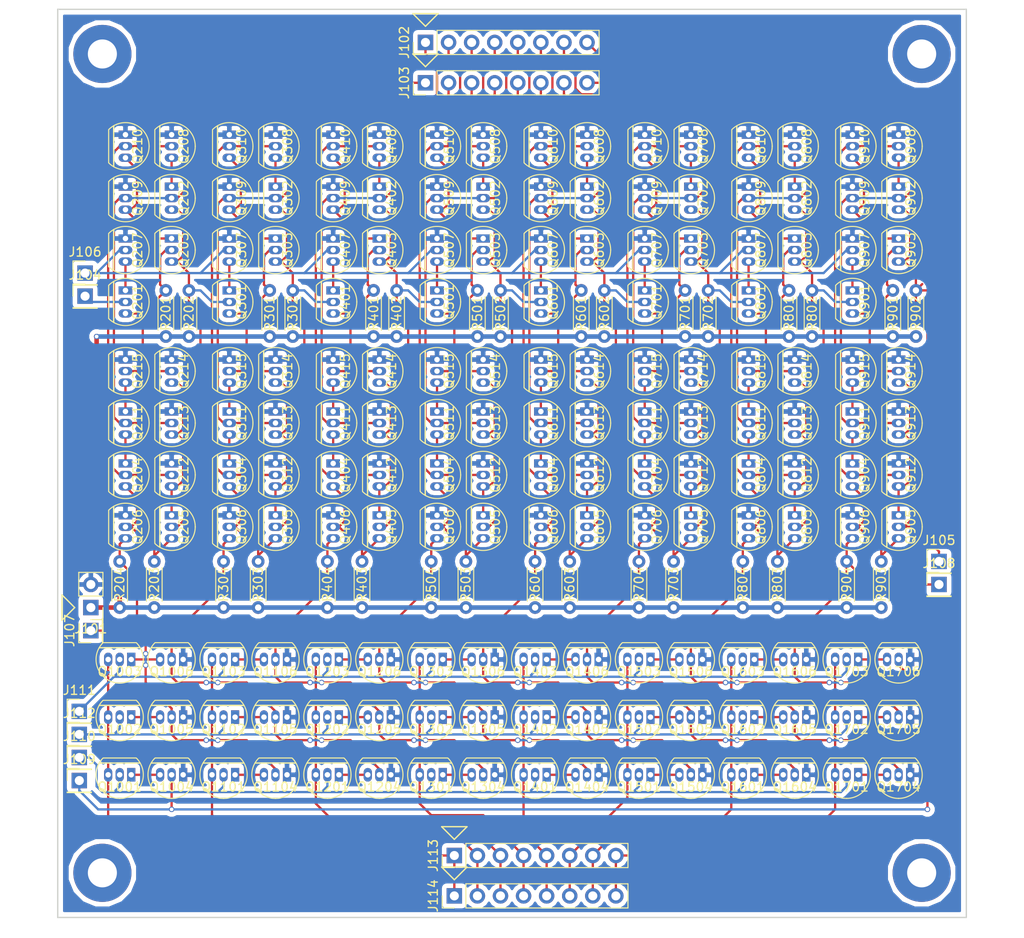
<source format=kicad_pcb>
(kicad_pcb (version 4) (host pcbnew 4.0.7-e2-6376~61~ubuntu18.04.1)
  (layers (0 F.Cu signal) (31 B.Cu signal) (34 B.Paste user) (35 F.Paste user) (36 B.SilkS user) (37 F.SilkS user) (38 B.Mask user) (39 F.Mask user) (44 Edge.Cuts user))
  (net 0 "")
  (net 1 VCC)
  (net 2 GND)
  (net 3 /ADD_0/~A~)
  (net 4 /ADD_1/~A~)
  (net 5 /ADD_2/~A~)
  (net 6 /ADD_3/~A~)
  (net 7 /ADD_4/~A~)
  (net 8 /ADD_5/~A~)
  (net 9 /ADD_6/~A~)
  (net 10 /ADD_7/~A~)
  (net 11 /ADD_0/~B~)
  (net 12 /ADD_1/~B~)
  (net 13 /ADD_2/~B~)
  (net 14 /ADD_3/~B~)
  (net 15 /ADD_4/~B~)
  (net 16 /ADD_5/~B~)
  (net 17 /ADD_6/~B~)
  (net 18 /ADD_7/~B~)
  (net 19 /ADD_0/C_In)
  (net 20 /ADD_7/C_Out)
  (net 21 /ADD_0/C_Enable)
  (net 22 "Net-(Q201-Pad3)")
  (net 23 "Net-(Q201-Pad1)")
  (net 24 /ADD_1/C_In)
  (net 25 "Net-(Q202-Pad1)")
  (net 26 "Net-(Q203-Pad1)")
  (net 27 "Net-(Q204-Pad3)")
  (net 28 "Net-(Q204-Pad1)")
  (net 29 "Net-(Q205-Pad1)")
  (net 30 "Net-(Q211-Pad1)")
  (net 31 "Net-(Q301-Pad3)")
  (net 32 "Net-(Q301-Pad1)")
  (net 33 /ADD_2/C_In)
  (net 34 "Net-(Q302-Pad1)")
  (net 35 "Net-(Q303-Pad1)")
  (net 36 "Net-(Q304-Pad3)")
  (net 37 "Net-(Q304-Pad1)")
  (net 38 "Net-(Q305-Pad1)")
  (net 39 "Net-(Q311-Pad1)")
  (net 40 "Net-(Q401-Pad3)")
  (net 41 "Net-(Q401-Pad1)")
  (net 42 /ADD_3/C_In)
  (net 43 "Net-(Q402-Pad1)")
  (net 44 "Net-(Q403-Pad1)")
  (net 45 "Net-(Q404-Pad3)")
  (net 46 "Net-(Q404-Pad1)")
  (net 47 "Net-(Q405-Pad1)")
  (net 48 "Net-(Q411-Pad1)")
  (net 49 "Net-(Q501-Pad3)")
  (net 50 "Net-(Q501-Pad1)")
  (net 51 /ADD_4/C_In)
  (net 52 "Net-(Q502-Pad1)")
  (net 53 "Net-(Q503-Pad1)")
  (net 54 "Net-(Q504-Pad3)")
  (net 55 "Net-(Q504-Pad1)")
  (net 56 "Net-(Q505-Pad1)")
  (net 57 "Net-(Q511-Pad1)")
  (net 58 "Net-(Q601-Pad3)")
  (net 59 "Net-(Q601-Pad1)")
  (net 60 /ADD_5/C_In)
  (net 61 "Net-(Q602-Pad1)")
  (net 62 "Net-(Q603-Pad1)")
  (net 63 "Net-(Q604-Pad3)")
  (net 64 "Net-(Q604-Pad1)")
  (net 65 "Net-(Q605-Pad1)")
  (net 66 "Net-(Q611-Pad1)")
  (net 67 "Net-(Q701-Pad3)")
  (net 68 "Net-(Q701-Pad1)")
  (net 69 /ADD_6/C_In)
  (net 70 "Net-(Q702-Pad1)")
  (net 71 "Net-(Q703-Pad1)")
  (net 72 "Net-(Q704-Pad3)")
  (net 73 "Net-(Q704-Pad1)")
  (net 74 "Net-(Q705-Pad1)")
  (net 75 "Net-(Q711-Pad1)")
  (net 76 "Net-(Q801-Pad3)")
  (net 77 "Net-(Q801-Pad1)")
  (net 78 /ADD_7/C_In)
  (net 79 "Net-(Q802-Pad1)")
  (net 80 "Net-(Q803-Pad1)")
  (net 81 "Net-(Q804-Pad3)")
  (net 82 "Net-(Q804-Pad1)")
  (net 83 "Net-(Q805-Pad1)")
  (net 84 "Net-(Q811-Pad1)")
  (net 85 "Net-(Q901-Pad3)")
  (net 86 "Net-(Q901-Pad1)")
  (net 87 "Net-(Q902-Pad1)")
  (net 88 "Net-(Q903-Pad1)")
  (net 89 "Net-(Q904-Pad3)")
  (net 90 "Net-(Q904-Pad1)")
  (net 91 "Net-(Q905-Pad1)")
  (net 92 "Net-(Q911-Pad1)")
  (net 93 /SEL1/S-1)
  (net 94 /SEL7/S0)
  (net 95 /SEL0/S-1)
  (net 96 /SEL0/SHR)
  (net 97 /SEL0/SHL)
  (net 98 /SEL0/ADD)
  (net 99 /SEL0/OUT)
  (net 100 /SEL1/OUT)
  (net 101 /SEL2/OUT)
  (net 102 /SEL3/OUT)
  (net 103 /SEL4/OUT)
  (net 104 /SEL5/OUT)
  (net 105 /SEL6/OUT)
  (net 106 /SEL7/OUT)
  (net 107 /SEL2/S-1)
  (net 108 /SEL3/S-1)
  (net 109 /SEL4/S-1)
  (net 110 /SEL5/S-1)
  (net 111 /SEL6/S-1)
  (net 112 /SEL7/S-1)
  (net 113 "Net-(Q1001-Pad1)")
  (net 114 "Net-(Q1002-Pad1)")
  (net 115 "Net-(Q1003-Pad1)")
  (net 116 "Net-(Q1101-Pad1)")
  (net 117 "Net-(Q1102-Pad1)")
  (net 118 "Net-(Q1103-Pad1)")
  (net 119 "Net-(Q1201-Pad1)")
  (net 120 "Net-(Q1202-Pad1)")
  (net 121 "Net-(Q1203-Pad1)")
  (net 122 "Net-(Q1301-Pad1)")
  (net 123 "Net-(Q1302-Pad1)")
  (net 124 "Net-(Q1303-Pad1)")
  (net 125 "Net-(Q1401-Pad1)")
  (net 126 "Net-(Q1402-Pad1)")
  (net 127 "Net-(Q1403-Pad1)")
  (net 128 "Net-(Q1501-Pad1)")
  (net 129 "Net-(Q1502-Pad1)")
  (net 130 "Net-(Q1503-Pad1)")
  (net 131 "Net-(Q1601-Pad1)")
  (net 132 "Net-(Q1602-Pad1)")
  (net 133 "Net-(Q1603-Pad1)")
  (net 134 "Net-(Q1701-Pad1)")
  (net 135 "Net-(Q1702-Pad1)")
  (net 136 "Net-(Q1703-Pad1)")
  (module footprints:PH_1x2 (layer F.Cu) (at 45.085 81.28 180)
    (fp_text reference J101 (at 0 -2.33 180) (layer F.SilkS))
    (fp_text value Conn_01x02_Power)
    (pad 1 thru_hole rect (at 0 0 180) (size 1.7 1.7) (drill 1) (layers *.Cu *.Mask) (net 1 VCC))
    (pad 2 thru_hole oval (at 0 2.54 180) (size 1.7 1.7) (drill 1) (layers *.Cu *.Mask) (net 2 GND))
  )
  (module footprints:PH_1x8 (layer F.Cu) (at 81.915 19.05 90)
    (fp_text reference J102 (at 0 -2.33 90) (layer F.SilkS))
    (fp_text value Conn_01x08)
    (pad 1 thru_hole rect (at 0 0 90) (size 1.7 1.7) (drill 1) (layers *.Cu *.Mask) (net 3 /ADD_0/~A~))
    (pad 2 thru_hole oval (at 0 2.54 90) (size 1.7 1.7) (drill 1) (layers *.Cu *.Mask) (net 4 /ADD_1/~A~))
    (pad 3 thru_hole oval (at 0 5.08 90) (size 1.7 1.7) (drill 1) (layers *.Cu *.Mask) (net 5 /ADD_2/~A~))
    (pad 4 thru_hole oval (at 0 7.62 90) (size 1.7 1.7) (drill 1) (layers *.Cu *.Mask) (net 6 /ADD_3/~A~))
    (pad 5 thru_hole oval (at 0 10.16 90) (size 1.7 1.7) (drill 1) (layers *.Cu *.Mask) (net 7 /ADD_4/~A~))
    (pad 6 thru_hole oval (at 0 12.7 90) (size 1.7 1.7) (drill 1) (layers *.Cu *.Mask) (net 8 /ADD_5/~A~))
    (pad 7 thru_hole oval (at 0 15.24 90) (size 1.7 1.7) (drill 1) (layers *.Cu *.Mask) (net 9 /ADD_6/~A~))
    (pad 8 thru_hole oval (at 0 17.78 90) (size 1.7 1.7) (drill 1) (layers *.Cu *.Mask) (net 10 /ADD_7/~A~))
  )
  (module footprints:PH_1x8 (layer F.Cu) (at 81.915 23.495 90)
    (fp_text reference J103 (at 0 -2.33 90) (layer F.SilkS))
    (fp_text value Conn_01x08)
    (pad 1 thru_hole rect (at 0 0 90) (size 1.7 1.7) (drill 1) (layers *.Cu *.Mask) (net 11 /ADD_0/~B~))
    (pad 2 thru_hole oval (at 0 2.54 90) (size 1.7 1.7) (drill 1) (layers *.Cu *.Mask) (net 12 /ADD_1/~B~))
    (pad 3 thru_hole oval (at 0 5.08 90) (size 1.7 1.7) (drill 1) (layers *.Cu *.Mask) (net 13 /ADD_2/~B~))
    (pad 4 thru_hole oval (at 0 7.62 90) (size 1.7 1.7) (drill 1) (layers *.Cu *.Mask) (net 14 /ADD_3/~B~))
    (pad 5 thru_hole oval (at 0 10.16 90) (size 1.7 1.7) (drill 1) (layers *.Cu *.Mask) (net 15 /ADD_4/~B~))
    (pad 6 thru_hole oval (at 0 12.7 90) (size 1.7 1.7) (drill 1) (layers *.Cu *.Mask) (net 16 /ADD_5/~B~))
    (pad 7 thru_hole oval (at 0 15.24 90) (size 1.7 1.7) (drill 1) (layers *.Cu *.Mask) (net 17 /ADD_6/~B~))
    (pad 8 thru_hole oval (at 0 17.78 90) (size 1.7 1.7) (drill 1) (layers *.Cu *.Mask) (net 18 /ADD_7/~B~))
  )
  (module footprints:PH_1x1 (layer F.Cu) (at 44.45 46.99)
    (fp_text reference J104 (at 0 -2.33) (layer F.SilkS))
    (fp_text value Conn_01x01)
    (pad 1 thru_hole rect (at 0 0) (size 1.7 1.7) (drill 1) (layers *.Cu *.Mask) (net 19 /ADD_0/C_In))
  )
  (module footprints:PH_1x1 (layer F.Cu) (at 138.43 76.2)
    (fp_text reference J105 (at 0 -2.33) (layer F.SilkS))
    (fp_text value Conn_01x01)
    (pad 1 thru_hole rect (at 0 0) (size 1.7 1.7) (drill 1) (layers *.Cu *.Mask) (net 20 /ADD_7/C_Out))
  )
  (module footprints:PH_1x1 (layer F.Cu) (at 44.45 44.45)
    (fp_text reference J106 (at 0 -2.33) (layer F.SilkS))
    (fp_text value Conn_01x01)
    (pad 1 thru_hole rect (at 0 0) (size 1.7 1.7) (drill 1) (layers *.Cu *.Mask) (net 21 /ADD_0/C_Enable))
  )
  (module footprints:TO-92-FET (layer F.Cu) (at 48.895 46.355 270)
    (fp_text reference Q201 (at 1.27 -1.3335 270) (layer F.SilkS))
    (fp_text value 2N7000)
    (pad 2 thru_hole oval (at 1.27 0 90) (size 0.9 1.5) (drill 0.6) (layers *.Cu *.Mask) (net 19 /ADD_0/C_In))
    (pad 3 thru_hole oval (at 2.54 0 90) (size 0.9 1.5) (drill 0.6) (layers *.Cu *.Mask) (net 22 "Net-(Q201-Pad3)"))
    (pad 1 thru_hole rect (at 0 0 90) (size 0.9 1.5) (drill 0.6) (layers *.Cu *.Mask) (net 23 "Net-(Q201-Pad1)"))
  )
  (module footprints:TO-92-FET (layer F.Cu) (at 53.975 34.925 270)
    (fp_text reference Q202 (at 1.27 -1.3335 270) (layer F.SilkS))
    (fp_text value 2N7000)
    (pad 2 thru_hole oval (at 1.27 0 90) (size 0.9 1.5) (drill 0.6) (layers *.Cu *.Mask) (net 3 /ADD_0/~A~))
    (pad 3 thru_hole oval (at 2.54 0 90) (size 0.9 1.5) (drill 0.6) (layers *.Cu *.Mask) (net 24 /ADD_1/C_In))
    (pad 1 thru_hole rect (at 0 0 90) (size 0.9 1.5) (drill 0.6) (layers *.Cu *.Mask) (net 25 "Net-(Q202-Pad1)"))
  )
  (module footprints:TO-92-FET (layer F.Cu) (at 53.975 40.64 270)
    (fp_text reference Q203 (at 1.27 -1.3335 270) (layer F.SilkS))
    (fp_text value 2N7000)
    (pad 2 thru_hole oval (at 1.27 0 90) (size 0.9 1.5) (drill 0.6) (layers *.Cu *.Mask) (net 22 "Net-(Q201-Pad3)"))
    (pad 3 thru_hole oval (at 2.54 0 90) (size 0.9 1.5) (drill 0.6) (layers *.Cu *.Mask) (net 24 /ADD_1/C_In))
    (pad 1 thru_hole rect (at 0 0 90) (size 0.9 1.5) (drill 0.6) (layers *.Cu *.Mask) (net 26 "Net-(Q203-Pad1)"))
  )
  (module footprints:TO-92-FET (layer F.Cu) (at 48.895 65.405 270)
    (fp_text reference Q204 (at 1.27 -1.3335 270) (layer F.SilkS))
    (fp_text value 2N7000)
    (pad 2 thru_hole oval (at 1.27 0 90) (size 0.9 1.5) (drill 0.6) (layers *.Cu *.Mask) (net 11 /ADD_0/~B~))
    (pad 3 thru_hole oval (at 2.54 0 90) (size 0.9 1.5) (drill 0.6) (layers *.Cu *.Mask) (net 27 "Net-(Q204-Pad3)"))
    (pad 1 thru_hole rect (at 0 0 90) (size 0.9 1.5) (drill 0.6) (layers *.Cu *.Mask) (net 28 "Net-(Q204-Pad1)"))
  )
  (module footprints:TO-92-FET (layer F.Cu) (at 53.975 71.12 270)
    (fp_text reference Q205 (at 1.27 -1.3335 270) (layer F.SilkS))
    (fp_text value 2N7000)
    (pad 2 thru_hole oval (at 1.27 0 90) (size 0.9 1.5) (drill 0.6) (layers *.Cu *.Mask) (net 24 /ADD_1/C_In))
    (pad 3 thru_hole oval (at 2.54 0 90) (size 0.9 1.5) (drill 0.6) (layers *.Cu *.Mask) (net 27 "Net-(Q204-Pad3)"))
    (pad 1 thru_hole rect (at 0 0 90) (size 0.9 1.5) (drill 0.6) (layers *.Cu *.Mask) (net 29 "Net-(Q205-Pad1)"))
  )
  (module footprints:TO-92-FET (layer F.Cu) (at 48.895 71.12 270)
    (fp_text reference Q206 (at 1.27 -1.3335 270) (layer F.SilkS))
    (fp_text value 2N7000)
    (pad 2 thru_hole oval (at 1.27 0 90) (size 0.9 1.5) (drill 0.6) (layers *.Cu *.Mask) (net 27 "Net-(Q204-Pad3)"))
    (pad 3 thru_hole oval (at 2.54 0 90) (size 0.9 1.5) (drill 0.6) (layers *.Cu *.Mask) (net 93 /SEL1/S-1))
    (pad 1 thru_hole rect (at 0 0 90) (size 0.9 1.5) (drill 0.6) (layers *.Cu *.Mask) (net 2 GND))
  )
  (module footprints:TO-92-FET (layer F.Cu) (at 48.895 40.64 270)
    (fp_text reference Q207 (at 1.27 -1.3335 270) (layer F.SilkS))
    (fp_text value 2N7000)
    (pad 2 thru_hole oval (at 1.27 0 90) (size 0.9 1.5) (drill 0.6) (layers *.Cu *.Mask) (net 21 /ADD_0/C_Enable))
    (pad 3 thru_hole oval (at 2.54 0 90) (size 0.9 1.5) (drill 0.6) (layers *.Cu *.Mask) (net 23 "Net-(Q201-Pad1)"))
    (pad 1 thru_hole rect (at 0 0 90) (size 0.9 1.5) (drill 0.6) (layers *.Cu *.Mask) (net 2 GND))
  )
  (module footprints:TO-92-FET (layer F.Cu) (at 53.975 29.21 270)
    (fp_text reference Q208 (at 1.27 -1.3335 270) (layer F.SilkS))
    (fp_text value 2N7000)
    (pad 2 thru_hole oval (at 1.27 0 90) (size 0.9 1.5) (drill 0.6) (layers *.Cu *.Mask) (net 11 /ADD_0/~B~))
    (pad 3 thru_hole oval (at 2.54 0 90) (size 0.9 1.5) (drill 0.6) (layers *.Cu *.Mask) (net 25 "Net-(Q202-Pad1)"))
    (pad 1 thru_hole rect (at 0 0 90) (size 0.9 1.5) (drill 0.6) (layers *.Cu *.Mask) (net 2 GND))
  )
  (module footprints:TO-92-FET (layer F.Cu) (at 48.895 34.925 270)
    (fp_text reference Q209 (at 1.27 -1.3335 270) (layer F.SilkS))
    (fp_text value 2N7000)
    (pad 2 thru_hole oval (at 1.27 0 90) (size 0.9 1.5) (drill 0.6) (layers *.Cu *.Mask) (net 3 /ADD_0/~A~))
    (pad 3 thru_hole oval (at 2.54 0 90) (size 0.9 1.5) (drill 0.6) (layers *.Cu *.Mask) (net 26 "Net-(Q203-Pad1)"))
    (pad 1 thru_hole rect (at 0 0 90) (size 0.9 1.5) (drill 0.6) (layers *.Cu *.Mask) (net 2 GND))
  )
  (module footprints:TO-92-FET (layer F.Cu) (at 48.895 29.21 270)
    (fp_text reference Q210 (at 1.27 -1.3335 270) (layer F.SilkS))
    (fp_text value 2N7000)
    (pad 2 thru_hole oval (at 1.27 0 90) (size 0.9 1.5) (drill 0.6) (layers *.Cu *.Mask) (net 11 /ADD_0/~B~))
    (pad 3 thru_hole oval (at 2.54 0 90) (size 0.9 1.5) (drill 0.6) (layers *.Cu *.Mask) (net 26 "Net-(Q203-Pad1)"))
    (pad 1 thru_hole rect (at 0 0 90) (size 0.9 1.5) (drill 0.6) (layers *.Cu *.Mask) (net 2 GND))
  )
  (module footprints:TO-92-FET (layer F.Cu) (at 48.895 59.69 270)
    (fp_text reference Q211 (at 1.27 -1.3335 270) (layer F.SilkS))
    (fp_text value 2N7000)
    (pad 2 thru_hole oval (at 1.27 0 90) (size 0.9 1.5) (drill 0.6) (layers *.Cu *.Mask) (net 3 /ADD_0/~A~))
    (pad 3 thru_hole oval (at 2.54 0 90) (size 0.9 1.5) (drill 0.6) (layers *.Cu *.Mask) (net 28 "Net-(Q204-Pad1)"))
    (pad 1 thru_hole rect (at 0 0 90) (size 0.9 1.5) (drill 0.6) (layers *.Cu *.Mask) (net 30 "Net-(Q211-Pad1)"))
  )
  (module footprints:TO-92-FET (layer F.Cu) (at 53.975 65.405 270)
    (fp_text reference Q212 (at 1.27 -1.3335 270) (layer F.SilkS))
    (fp_text value 2N7000)
    (pad 2 thru_hole oval (at 1.27 0 90) (size 0.9 1.5) (drill 0.6) (layers *.Cu *.Mask) (net 11 /ADD_0/~B~))
    (pad 3 thru_hole oval (at 2.54 0 90) (size 0.9 1.5) (drill 0.6) (layers *.Cu *.Mask) (net 29 "Net-(Q205-Pad1)"))
    (pad 1 thru_hole rect (at 0 0 90) (size 0.9 1.5) (drill 0.6) (layers *.Cu *.Mask) (net 2 GND))
  )
  (module footprints:TO-92-FET (layer F.Cu) (at 53.975 59.69 270)
    (fp_text reference Q213 (at 1.27 -1.3335 270) (layer F.SilkS))
    (fp_text value 2N7000)
    (pad 2 thru_hole oval (at 1.27 0 90) (size 0.9 1.5) (drill 0.6) (layers *.Cu *.Mask) (net 3 /ADD_0/~A~))
    (pad 3 thru_hole oval (at 2.54 0 90) (size 0.9 1.5) (drill 0.6) (layers *.Cu *.Mask) (net 29 "Net-(Q205-Pad1)"))
    (pad 1 thru_hole rect (at 0 0 90) (size 0.9 1.5) (drill 0.6) (layers *.Cu *.Mask) (net 2 GND))
  )
  (module footprints:TO-92-FET (layer F.Cu) (at 53.975 53.975 270)
    (fp_text reference Q214 (at 1.27 -1.3335 270) (layer F.SilkS))
    (fp_text value 2N7000)
    (pad 2 thru_hole oval (at 1.27 0 90) (size 0.9 1.5) (drill 0.6) (layers *.Cu *.Mask) (net 22 "Net-(Q201-Pad3)"))
    (pad 3 thru_hole oval (at 2.54 0 90) (size 0.9 1.5) (drill 0.6) (layers *.Cu *.Mask) (net 29 "Net-(Q205-Pad1)"))
    (pad 1 thru_hole rect (at 0 0 90) (size 0.9 1.5) (drill 0.6) (layers *.Cu *.Mask) (net 2 GND))
  )
  (module footprints:TO-92-FET (layer F.Cu) (at 48.895 53.975 270)
    (fp_text reference Q215 (at 1.27 -1.3335 270) (layer F.SilkS))
    (fp_text value 2N7000)
    (pad 2 thru_hole oval (at 1.27 0 90) (size 0.9 1.5) (drill 0.6) (layers *.Cu *.Mask) (net 22 "Net-(Q201-Pad3)"))
    (pad 3 thru_hole oval (at 2.54 0 90) (size 0.9 1.5) (drill 0.6) (layers *.Cu *.Mask) (net 30 "Net-(Q211-Pad1)"))
    (pad 1 thru_hole rect (at 0 0 90) (size 0.9 1.5) (drill 0.6) (layers *.Cu *.Mask) (net 2 GND))
  )
  (module footprints:TO-92-FET (layer F.Cu) (at 60.325 46.355 270)
    (fp_text reference Q301 (at 1.27 -1.3335 270) (layer F.SilkS))
    (fp_text value 2N7000)
    (pad 2 thru_hole oval (at 1.27 0 90) (size 0.9 1.5) (drill 0.6) (layers *.Cu *.Mask) (net 24 /ADD_1/C_In))
    (pad 3 thru_hole oval (at 2.54 0 90) (size 0.9 1.5) (drill 0.6) (layers *.Cu *.Mask) (net 31 "Net-(Q301-Pad3)"))
    (pad 1 thru_hole rect (at 0 0 90) (size 0.9 1.5) (drill 0.6) (layers *.Cu *.Mask) (net 32 "Net-(Q301-Pad1)"))
  )
  (module footprints:TO-92-FET (layer F.Cu) (at 65.405 34.925 270)
    (fp_text reference Q302 (at 1.27 -1.3335 270) (layer F.SilkS))
    (fp_text value 2N7000)
    (pad 2 thru_hole oval (at 1.27 0 90) (size 0.9 1.5) (drill 0.6) (layers *.Cu *.Mask) (net 4 /ADD_1/~A~))
    (pad 3 thru_hole oval (at 2.54 0 90) (size 0.9 1.5) (drill 0.6) (layers *.Cu *.Mask) (net 33 /ADD_2/C_In))
    (pad 1 thru_hole rect (at 0 0 90) (size 0.9 1.5) (drill 0.6) (layers *.Cu *.Mask) (net 34 "Net-(Q302-Pad1)"))
  )
  (module footprints:TO-92-FET (layer F.Cu) (at 65.405 40.64 270)
    (fp_text reference Q303 (at 1.27 -1.3335 270) (layer F.SilkS))
    (fp_text value 2N7000)
    (pad 2 thru_hole oval (at 1.27 0 90) (size 0.9 1.5) (drill 0.6) (layers *.Cu *.Mask) (net 31 "Net-(Q301-Pad3)"))
    (pad 3 thru_hole oval (at 2.54 0 90) (size 0.9 1.5) (drill 0.6) (layers *.Cu *.Mask) (net 33 /ADD_2/C_In))
    (pad 1 thru_hole rect (at 0 0 90) (size 0.9 1.5) (drill 0.6) (layers *.Cu *.Mask) (net 35 "Net-(Q303-Pad1)"))
  )
  (module footprints:TO-92-FET (layer F.Cu) (at 60.325 65.405 270)
    (fp_text reference Q304 (at 1.27 -1.3335 270) (layer F.SilkS))
    (fp_text value 2N7000)
    (pad 2 thru_hole oval (at 1.27 0 90) (size 0.9 1.5) (drill 0.6) (layers *.Cu *.Mask) (net 12 /ADD_1/~B~))
    (pad 3 thru_hole oval (at 2.54 0 90) (size 0.9 1.5) (drill 0.6) (layers *.Cu *.Mask) (net 36 "Net-(Q304-Pad3)"))
    (pad 1 thru_hole rect (at 0 0 90) (size 0.9 1.5) (drill 0.6) (layers *.Cu *.Mask) (net 37 "Net-(Q304-Pad1)"))
  )
  (module footprints:TO-92-FET (layer F.Cu) (at 65.405 71.12 270)
    (fp_text reference Q305 (at 1.27 -1.3335 270) (layer F.SilkS))
    (fp_text value 2N7000)
    (pad 2 thru_hole oval (at 1.27 0 90) (size 0.9 1.5) (drill 0.6) (layers *.Cu *.Mask) (net 33 /ADD_2/C_In))
    (pad 3 thru_hole oval (at 2.54 0 90) (size 0.9 1.5) (drill 0.6) (layers *.Cu *.Mask) (net 36 "Net-(Q304-Pad3)"))
    (pad 1 thru_hole rect (at 0 0 90) (size 0.9 1.5) (drill 0.6) (layers *.Cu *.Mask) (net 38 "Net-(Q305-Pad1)"))
  )
  (module footprints:TO-92-FET (layer F.Cu) (at 60.325 71.12 270)
    (fp_text reference Q306 (at 1.27 -1.3335 270) (layer F.SilkS))
    (fp_text value 2N7000)
    (pad 2 thru_hole oval (at 1.27 0 90) (size 0.9 1.5) (drill 0.6) (layers *.Cu *.Mask) (net 36 "Net-(Q304-Pad3)"))
    (pad 3 thru_hole oval (at 2.54 0 90) (size 0.9 1.5) (drill 0.6) (layers *.Cu *.Mask) (net 107 /SEL2/S-1))
    (pad 1 thru_hole rect (at 0 0 90) (size 0.9 1.5) (drill 0.6) (layers *.Cu *.Mask) (net 2 GND))
  )
  (module footprints:TO-92-FET (layer F.Cu) (at 60.325 40.64 270)
    (fp_text reference Q307 (at 1.27 -1.3335 270) (layer F.SilkS))
    (fp_text value 2N7000)
    (pad 2 thru_hole oval (at 1.27 0 90) (size 0.9 1.5) (drill 0.6) (layers *.Cu *.Mask) (net 21 /ADD_0/C_Enable))
    (pad 3 thru_hole oval (at 2.54 0 90) (size 0.9 1.5) (drill 0.6) (layers *.Cu *.Mask) (net 32 "Net-(Q301-Pad1)"))
    (pad 1 thru_hole rect (at 0 0 90) (size 0.9 1.5) (drill 0.6) (layers *.Cu *.Mask) (net 2 GND))
  )
  (module footprints:TO-92-FET (layer F.Cu) (at 65.405 29.21 270)
    (fp_text reference Q308 (at 1.27 -1.3335 270) (layer F.SilkS))
    (fp_text value 2N7000)
    (pad 2 thru_hole oval (at 1.27 0 90) (size 0.9 1.5) (drill 0.6) (layers *.Cu *.Mask) (net 12 /ADD_1/~B~))
    (pad 3 thru_hole oval (at 2.54 0 90) (size 0.9 1.5) (drill 0.6) (layers *.Cu *.Mask) (net 34 "Net-(Q302-Pad1)"))
    (pad 1 thru_hole rect (at 0 0 90) (size 0.9 1.5) (drill 0.6) (layers *.Cu *.Mask) (net 2 GND))
  )
  (module footprints:TO-92-FET (layer F.Cu) (at 60.325 34.925 270)
    (fp_text reference Q309 (at 1.27 -1.3335 270) (layer F.SilkS))
    (fp_text value 2N7000)
    (pad 2 thru_hole oval (at 1.27 0 90) (size 0.9 1.5) (drill 0.6) (layers *.Cu *.Mask) (net 4 /ADD_1/~A~))
    (pad 3 thru_hole oval (at 2.54 0 90) (size 0.9 1.5) (drill 0.6) (layers *.Cu *.Mask) (net 35 "Net-(Q303-Pad1)"))
    (pad 1 thru_hole rect (at 0 0 90) (size 0.9 1.5) (drill 0.6) (layers *.Cu *.Mask) (net 2 GND))
  )
  (module footprints:TO-92-FET (layer F.Cu) (at 60.325 29.21 270)
    (fp_text reference Q310 (at 1.27 -1.3335 270) (layer F.SilkS))
    (fp_text value 2N7000)
    (pad 2 thru_hole oval (at 1.27 0 90) (size 0.9 1.5) (drill 0.6) (layers *.Cu *.Mask) (net 12 /ADD_1/~B~))
    (pad 3 thru_hole oval (at 2.54 0 90) (size 0.9 1.5) (drill 0.6) (layers *.Cu *.Mask) (net 35 "Net-(Q303-Pad1)"))
    (pad 1 thru_hole rect (at 0 0 90) (size 0.9 1.5) (drill 0.6) (layers *.Cu *.Mask) (net 2 GND))
  )
  (module footprints:TO-92-FET (layer F.Cu) (at 60.325 59.69 270)
    (fp_text reference Q311 (at 1.27 -1.3335 270) (layer F.SilkS))
    (fp_text value 2N7000)
    (pad 2 thru_hole oval (at 1.27 0 90) (size 0.9 1.5) (drill 0.6) (layers *.Cu *.Mask) (net 4 /ADD_1/~A~))
    (pad 3 thru_hole oval (at 2.54 0 90) (size 0.9 1.5) (drill 0.6) (layers *.Cu *.Mask) (net 37 "Net-(Q304-Pad1)"))
    (pad 1 thru_hole rect (at 0 0 90) (size 0.9 1.5) (drill 0.6) (layers *.Cu *.Mask) (net 39 "Net-(Q311-Pad1)"))
  )
  (module footprints:TO-92-FET (layer F.Cu) (at 65.405 65.405 270)
    (fp_text reference Q312 (at 1.27 -1.3335 270) (layer F.SilkS))
    (fp_text value 2N7000)
    (pad 2 thru_hole oval (at 1.27 0 90) (size 0.9 1.5) (drill 0.6) (layers *.Cu *.Mask) (net 12 /ADD_1/~B~))
    (pad 3 thru_hole oval (at 2.54 0 90) (size 0.9 1.5) (drill 0.6) (layers *.Cu *.Mask) (net 38 "Net-(Q305-Pad1)"))
    (pad 1 thru_hole rect (at 0 0 90) (size 0.9 1.5) (drill 0.6) (layers *.Cu *.Mask) (net 2 GND))
  )
  (module footprints:TO-92-FET (layer F.Cu) (at 65.405 59.69 270)
    (fp_text reference Q313 (at 1.27 -1.3335 270) (layer F.SilkS))
    (fp_text value 2N7000)
    (pad 2 thru_hole oval (at 1.27 0 90) (size 0.9 1.5) (drill 0.6) (layers *.Cu *.Mask) (net 4 /ADD_1/~A~))
    (pad 3 thru_hole oval (at 2.54 0 90) (size 0.9 1.5) (drill 0.6) (layers *.Cu *.Mask) (net 38 "Net-(Q305-Pad1)"))
    (pad 1 thru_hole rect (at 0 0 90) (size 0.9 1.5) (drill 0.6) (layers *.Cu *.Mask) (net 2 GND))
  )
  (module footprints:TO-92-FET (layer F.Cu) (at 65.405 53.975 270)
    (fp_text reference Q314 (at 1.27 -1.3335 270) (layer F.SilkS))
    (fp_text value 2N7000)
    (pad 2 thru_hole oval (at 1.27 0 90) (size 0.9 1.5) (drill 0.6) (layers *.Cu *.Mask) (net 31 "Net-(Q301-Pad3)"))
    (pad 3 thru_hole oval (at 2.54 0 90) (size 0.9 1.5) (drill 0.6) (layers *.Cu *.Mask) (net 38 "Net-(Q305-Pad1)"))
    (pad 1 thru_hole rect (at 0 0 90) (size 0.9 1.5) (drill 0.6) (layers *.Cu *.Mask) (net 2 GND))
  )
  (module footprints:TO-92-FET (layer F.Cu) (at 60.325 53.975 270)
    (fp_text reference Q315 (at 1.27 -1.3335 270) (layer F.SilkS))
    (fp_text value 2N7000)
    (pad 2 thru_hole oval (at 1.27 0 90) (size 0.9 1.5) (drill 0.6) (layers *.Cu *.Mask) (net 31 "Net-(Q301-Pad3)"))
    (pad 3 thru_hole oval (at 2.54 0 90) (size 0.9 1.5) (drill 0.6) (layers *.Cu *.Mask) (net 39 "Net-(Q311-Pad1)"))
    (pad 1 thru_hole rect (at 0 0 90) (size 0.9 1.5) (drill 0.6) (layers *.Cu *.Mask) (net 2 GND))
  )
  (module footprints:TO-92-FET (layer F.Cu) (at 71.755 46.355 270)
    (fp_text reference Q401 (at 1.27 -1.3335 270) (layer F.SilkS))
    (fp_text value 2N7000)
    (pad 2 thru_hole oval (at 1.27 0 90) (size 0.9 1.5) (drill 0.6) (layers *.Cu *.Mask) (net 33 /ADD_2/C_In))
    (pad 3 thru_hole oval (at 2.54 0 90) (size 0.9 1.5) (drill 0.6) (layers *.Cu *.Mask) (net 40 "Net-(Q401-Pad3)"))
    (pad 1 thru_hole rect (at 0 0 90) (size 0.9 1.5) (drill 0.6) (layers *.Cu *.Mask) (net 41 "Net-(Q401-Pad1)"))
  )
  (module footprints:TO-92-FET (layer F.Cu) (at 76.835 34.925 270)
    (fp_text reference Q402 (at 1.27 -1.3335 270) (layer F.SilkS))
    (fp_text value 2N7000)
    (pad 2 thru_hole oval (at 1.27 0 90) (size 0.9 1.5) (drill 0.6) (layers *.Cu *.Mask) (net 5 /ADD_2/~A~))
    (pad 3 thru_hole oval (at 2.54 0 90) (size 0.9 1.5) (drill 0.6) (layers *.Cu *.Mask) (net 42 /ADD_3/C_In))
    (pad 1 thru_hole rect (at 0 0 90) (size 0.9 1.5) (drill 0.6) (layers *.Cu *.Mask) (net 43 "Net-(Q402-Pad1)"))
  )
  (module footprints:TO-92-FET (layer F.Cu) (at 76.835 40.64 270)
    (fp_text reference Q403 (at 1.27 -1.3335 270) (layer F.SilkS))
    (fp_text value 2N7000)
    (pad 2 thru_hole oval (at 1.27 0 90) (size 0.9 1.5) (drill 0.6) (layers *.Cu *.Mask) (net 40 "Net-(Q401-Pad3)"))
    (pad 3 thru_hole oval (at 2.54 0 90) (size 0.9 1.5) (drill 0.6) (layers *.Cu *.Mask) (net 42 /ADD_3/C_In))
    (pad 1 thru_hole rect (at 0 0 90) (size 0.9 1.5) (drill 0.6) (layers *.Cu *.Mask) (net 44 "Net-(Q403-Pad1)"))
  )
  (module footprints:TO-92-FET (layer F.Cu) (at 71.755 65.405 270)
    (fp_text reference Q404 (at 1.27 -1.3335 270) (layer F.SilkS))
    (fp_text value 2N7000)
    (pad 2 thru_hole oval (at 1.27 0 90) (size 0.9 1.5) (drill 0.6) (layers *.Cu *.Mask) (net 13 /ADD_2/~B~))
    (pad 3 thru_hole oval (at 2.54 0 90) (size 0.9 1.5) (drill 0.6) (layers *.Cu *.Mask) (net 45 "Net-(Q404-Pad3)"))
    (pad 1 thru_hole rect (at 0 0 90) (size 0.9 1.5) (drill 0.6) (layers *.Cu *.Mask) (net 46 "Net-(Q404-Pad1)"))
  )
  (module footprints:TO-92-FET (layer F.Cu) (at 76.835 71.12 270)
    (fp_text reference Q405 (at 1.27 -1.3335 270) (layer F.SilkS))
    (fp_text value 2N7000)
    (pad 2 thru_hole oval (at 1.27 0 90) (size 0.9 1.5) (drill 0.6) (layers *.Cu *.Mask) (net 42 /ADD_3/C_In))
    (pad 3 thru_hole oval (at 2.54 0 90) (size 0.9 1.5) (drill 0.6) (layers *.Cu *.Mask) (net 45 "Net-(Q404-Pad3)"))
    (pad 1 thru_hole rect (at 0 0 90) (size 0.9 1.5) (drill 0.6) (layers *.Cu *.Mask) (net 47 "Net-(Q405-Pad1)"))
  )
  (module footprints:TO-92-FET (layer F.Cu) (at 71.755 71.12 270)
    (fp_text reference Q406 (at 1.27 -1.3335 270) (layer F.SilkS))
    (fp_text value 2N7000)
    (pad 2 thru_hole oval (at 1.27 0 90) (size 0.9 1.5) (drill 0.6) (layers *.Cu *.Mask) (net 45 "Net-(Q404-Pad3)"))
    (pad 3 thru_hole oval (at 2.54 0 90) (size 0.9 1.5) (drill 0.6) (layers *.Cu *.Mask) (net 108 /SEL3/S-1))
    (pad 1 thru_hole rect (at 0 0 90) (size 0.9 1.5) (drill 0.6) (layers *.Cu *.Mask) (net 2 GND))
  )
  (module footprints:TO-92-FET (layer F.Cu) (at 71.755 40.64 270)
    (fp_text reference Q407 (at 1.27 -1.3335 270) (layer F.SilkS))
    (fp_text value 2N7000)
    (pad 2 thru_hole oval (at 1.27 0 90) (size 0.9 1.5) (drill 0.6) (layers *.Cu *.Mask) (net 21 /ADD_0/C_Enable))
    (pad 3 thru_hole oval (at 2.54 0 90) (size 0.9 1.5) (drill 0.6) (layers *.Cu *.Mask) (net 41 "Net-(Q401-Pad1)"))
    (pad 1 thru_hole rect (at 0 0 90) (size 0.9 1.5) (drill 0.6) (layers *.Cu *.Mask) (net 2 GND))
  )
  (module footprints:TO-92-FET (layer F.Cu) (at 76.835 29.21 270)
    (fp_text reference Q408 (at 1.27 -1.3335 270) (layer F.SilkS))
    (fp_text value 2N7000)
    (pad 2 thru_hole oval (at 1.27 0 90) (size 0.9 1.5) (drill 0.6) (layers *.Cu *.Mask) (net 13 /ADD_2/~B~))
    (pad 3 thru_hole oval (at 2.54 0 90) (size 0.9 1.5) (drill 0.6) (layers *.Cu *.Mask) (net 43 "Net-(Q402-Pad1)"))
    (pad 1 thru_hole rect (at 0 0 90) (size 0.9 1.5) (drill 0.6) (layers *.Cu *.Mask) (net 2 GND))
  )
  (module footprints:TO-92-FET (layer F.Cu) (at 71.755 34.925 270)
    (fp_text reference Q409 (at 1.27 -1.3335 270) (layer F.SilkS))
    (fp_text value 2N7000)
    (pad 2 thru_hole oval (at 1.27 0 90) (size 0.9 1.5) (drill 0.6) (layers *.Cu *.Mask) (net 5 /ADD_2/~A~))
    (pad 3 thru_hole oval (at 2.54 0 90) (size 0.9 1.5) (drill 0.6) (layers *.Cu *.Mask) (net 44 "Net-(Q403-Pad1)"))
    (pad 1 thru_hole rect (at 0 0 90) (size 0.9 1.5) (drill 0.6) (layers *.Cu *.Mask) (net 2 GND))
  )
  (module footprints:TO-92-FET (layer F.Cu) (at 71.755 29.21 270)
    (fp_text reference Q410 (at 1.27 -1.3335 270) (layer F.SilkS))
    (fp_text value 2N7000)
    (pad 2 thru_hole oval (at 1.27 0 90) (size 0.9 1.5) (drill 0.6) (layers *.Cu *.Mask) (net 13 /ADD_2/~B~))
    (pad 3 thru_hole oval (at 2.54 0 90) (size 0.9 1.5) (drill 0.6) (layers *.Cu *.Mask) (net 44 "Net-(Q403-Pad1)"))
    (pad 1 thru_hole rect (at 0 0 90) (size 0.9 1.5) (drill 0.6) (layers *.Cu *.Mask) (net 2 GND))
  )
  (module footprints:TO-92-FET (layer F.Cu) (at 71.755 59.69 270)
    (fp_text reference Q411 (at 1.27 -1.3335 270) (layer F.SilkS))
    (fp_text value 2N7000)
    (pad 2 thru_hole oval (at 1.27 0 90) (size 0.9 1.5) (drill 0.6) (layers *.Cu *.Mask) (net 5 /ADD_2/~A~))
    (pad 3 thru_hole oval (at 2.54 0 90) (size 0.9 1.5) (drill 0.6) (layers *.Cu *.Mask) (net 46 "Net-(Q404-Pad1)"))
    (pad 1 thru_hole rect (at 0 0 90) (size 0.9 1.5) (drill 0.6) (layers *.Cu *.Mask) (net 48 "Net-(Q411-Pad1)"))
  )
  (module footprints:TO-92-FET (layer F.Cu) (at 76.835 65.405 270)
    (fp_text reference Q412 (at 1.27 -1.3335 270) (layer F.SilkS))
    (fp_text value 2N7000)
    (pad 2 thru_hole oval (at 1.27 0 90) (size 0.9 1.5) (drill 0.6) (layers *.Cu *.Mask) (net 13 /ADD_2/~B~))
    (pad 3 thru_hole oval (at 2.54 0 90) (size 0.9 1.5) (drill 0.6) (layers *.Cu *.Mask) (net 47 "Net-(Q405-Pad1)"))
    (pad 1 thru_hole rect (at 0 0 90) (size 0.9 1.5) (drill 0.6) (layers *.Cu *.Mask) (net 2 GND))
  )
  (module footprints:TO-92-FET (layer F.Cu) (at 76.835 59.69 270)
    (fp_text reference Q413 (at 1.27 -1.3335 270) (layer F.SilkS))
    (fp_text value 2N7000)
    (pad 2 thru_hole oval (at 1.27 0 90) (size 0.9 1.5) (drill 0.6) (layers *.Cu *.Mask) (net 5 /ADD_2/~A~))
    (pad 3 thru_hole oval (at 2.54 0 90) (size 0.9 1.5) (drill 0.6) (layers *.Cu *.Mask) (net 47 "Net-(Q405-Pad1)"))
    (pad 1 thru_hole rect (at 0 0 90) (size 0.9 1.5) (drill 0.6) (layers *.Cu *.Mask) (net 2 GND))
  )
  (module footprints:TO-92-FET (layer F.Cu) (at 76.835 53.975 270)
    (fp_text reference Q414 (at 1.27 -1.3335 270) (layer F.SilkS))
    (fp_text value 2N7000)
    (pad 2 thru_hole oval (at 1.27 0 90) (size 0.9 1.5) (drill 0.6) (layers *.Cu *.Mask) (net 40 "Net-(Q401-Pad3)"))
    (pad 3 thru_hole oval (at 2.54 0 90) (size 0.9 1.5) (drill 0.6) (layers *.Cu *.Mask) (net 47 "Net-(Q405-Pad1)"))
    (pad 1 thru_hole rect (at 0 0 90) (size 0.9 1.5) (drill 0.6) (layers *.Cu *.Mask) (net 2 GND))
  )
  (module footprints:TO-92-FET (layer F.Cu) (at 71.755 53.975 270)
    (fp_text reference Q415 (at 1.27 -1.3335 270) (layer F.SilkS))
    (fp_text value 2N7000)
    (pad 2 thru_hole oval (at 1.27 0 90) (size 0.9 1.5) (drill 0.6) (layers *.Cu *.Mask) (net 40 "Net-(Q401-Pad3)"))
    (pad 3 thru_hole oval (at 2.54 0 90) (size 0.9 1.5) (drill 0.6) (layers *.Cu *.Mask) (net 48 "Net-(Q411-Pad1)"))
    (pad 1 thru_hole rect (at 0 0 90) (size 0.9 1.5) (drill 0.6) (layers *.Cu *.Mask) (net 2 GND))
  )
  (module footprints:TO-92-FET (layer F.Cu) (at 83.185 46.355 270)
    (fp_text reference Q501 (at 1.27 -1.3335 270) (layer F.SilkS))
    (fp_text value 2N7000)
    (pad 2 thru_hole oval (at 1.27 0 90) (size 0.9 1.5) (drill 0.6) (layers *.Cu *.Mask) (net 42 /ADD_3/C_In))
    (pad 3 thru_hole oval (at 2.54 0 90) (size 0.9 1.5) (drill 0.6) (layers *.Cu *.Mask) (net 49 "Net-(Q501-Pad3)"))
    (pad 1 thru_hole rect (at 0 0 90) (size 0.9 1.5) (drill 0.6) (layers *.Cu *.Mask) (net 50 "Net-(Q501-Pad1)"))
  )
  (module footprints:TO-92-FET (layer F.Cu) (at 88.265 34.925 270)
    (fp_text reference Q502 (at 1.27 -1.3335 270) (layer F.SilkS))
    (fp_text value 2N7000)
    (pad 2 thru_hole oval (at 1.27 0 90) (size 0.9 1.5) (drill 0.6) (layers *.Cu *.Mask) (net 6 /ADD_3/~A~))
    (pad 3 thru_hole oval (at 2.54 0 90) (size 0.9 1.5) (drill 0.6) (layers *.Cu *.Mask) (net 51 /ADD_4/C_In))
    (pad 1 thru_hole rect (at 0 0 90) (size 0.9 1.5) (drill 0.6) (layers *.Cu *.Mask) (net 52 "Net-(Q502-Pad1)"))
  )
  (module footprints:TO-92-FET (layer F.Cu) (at 88.265 40.64 270)
    (fp_text reference Q503 (at 1.27 -1.3335 270) (layer F.SilkS))
    (fp_text value 2N7000)
    (pad 2 thru_hole oval (at 1.27 0 90) (size 0.9 1.5) (drill 0.6) (layers *.Cu *.Mask) (net 49 "Net-(Q501-Pad3)"))
    (pad 3 thru_hole oval (at 2.54 0 90) (size 0.9 1.5) (drill 0.6) (layers *.Cu *.Mask) (net 51 /ADD_4/C_In))
    (pad 1 thru_hole rect (at 0 0 90) (size 0.9 1.5) (drill 0.6) (layers *.Cu *.Mask) (net 53 "Net-(Q503-Pad1)"))
  )
  (module footprints:TO-92-FET (layer F.Cu) (at 83.185 65.405 270)
    (fp_text reference Q504 (at 1.27 -1.3335 270) (layer F.SilkS))
    (fp_text value 2N7000)
    (pad 2 thru_hole oval (at 1.27 0 90) (size 0.9 1.5) (drill 0.6) (layers *.Cu *.Mask) (net 14 /ADD_3/~B~))
    (pad 3 thru_hole oval (at 2.54 0 90) (size 0.9 1.5) (drill 0.6) (layers *.Cu *.Mask) (net 54 "Net-(Q504-Pad3)"))
    (pad 1 thru_hole rect (at 0 0 90) (size 0.9 1.5) (drill 0.6) (layers *.Cu *.Mask) (net 55 "Net-(Q504-Pad1)"))
  )
  (module footprints:TO-92-FET (layer F.Cu) (at 88.265 71.12 270)
    (fp_text reference Q505 (at 1.27 -1.3335 270) (layer F.SilkS))
    (fp_text value 2N7000)
    (pad 2 thru_hole oval (at 1.27 0 90) (size 0.9 1.5) (drill 0.6) (layers *.Cu *.Mask) (net 51 /ADD_4/C_In))
    (pad 3 thru_hole oval (at 2.54 0 90) (size 0.9 1.5) (drill 0.6) (layers *.Cu *.Mask) (net 54 "Net-(Q504-Pad3)"))
    (pad 1 thru_hole rect (at 0 0 90) (size 0.9 1.5) (drill 0.6) (layers *.Cu *.Mask) (net 56 "Net-(Q505-Pad1)"))
  )
  (module footprints:TO-92-FET (layer F.Cu) (at 83.185 71.12 270)
    (fp_text reference Q506 (at 1.27 -1.3335 270) (layer F.SilkS))
    (fp_text value 2N7000)
    (pad 2 thru_hole oval (at 1.27 0 90) (size 0.9 1.5) (drill 0.6) (layers *.Cu *.Mask) (net 54 "Net-(Q504-Pad3)"))
    (pad 3 thru_hole oval (at 2.54 0 90) (size 0.9 1.5) (drill 0.6) (layers *.Cu *.Mask) (net 109 /SEL4/S-1))
    (pad 1 thru_hole rect (at 0 0 90) (size 0.9 1.5) (drill 0.6) (layers *.Cu *.Mask) (net 2 GND))
  )
  (module footprints:TO-92-FET (layer F.Cu) (at 83.185 40.64 270)
    (fp_text reference Q507 (at 1.27 -1.3335 270) (layer F.SilkS))
    (fp_text value 2N7000)
    (pad 2 thru_hole oval (at 1.27 0 90) (size 0.9 1.5) (drill 0.6) (layers *.Cu *.Mask) (net 21 /ADD_0/C_Enable))
    (pad 3 thru_hole oval (at 2.54 0 90) (size 0.9 1.5) (drill 0.6) (layers *.Cu *.Mask) (net 50 "Net-(Q501-Pad1)"))
    (pad 1 thru_hole rect (at 0 0 90) (size 0.9 1.5) (drill 0.6) (layers *.Cu *.Mask) (net 2 GND))
  )
  (module footprints:TO-92-FET (layer F.Cu) (at 88.265 29.21 270)
    (fp_text reference Q508 (at 1.27 -1.3335 270) (layer F.SilkS))
    (fp_text value 2N7000)
    (pad 2 thru_hole oval (at 1.27 0 90) (size 0.9 1.5) (drill 0.6) (layers *.Cu *.Mask) (net 14 /ADD_3/~B~))
    (pad 3 thru_hole oval (at 2.54 0 90) (size 0.9 1.5) (drill 0.6) (layers *.Cu *.Mask) (net 52 "Net-(Q502-Pad1)"))
    (pad 1 thru_hole rect (at 0 0 90) (size 0.9 1.5) (drill 0.6) (layers *.Cu *.Mask) (net 2 GND))
  )
  (module footprints:TO-92-FET (layer F.Cu) (at 83.185 34.925 270)
    (fp_text reference Q509 (at 1.27 -1.3335 270) (layer F.SilkS))
    (fp_text value 2N7000)
    (pad 2 thru_hole oval (at 1.27 0 90) (size 0.9 1.5) (drill 0.6) (layers *.Cu *.Mask) (net 6 /ADD_3/~A~))
    (pad 3 thru_hole oval (at 2.54 0 90) (size 0.9 1.5) (drill 0.6) (layers *.Cu *.Mask) (net 53 "Net-(Q503-Pad1)"))
    (pad 1 thru_hole rect (at 0 0 90) (size 0.9 1.5) (drill 0.6) (layers *.Cu *.Mask) (net 2 GND))
  )
  (module footprints:TO-92-FET (layer F.Cu) (at 83.185 29.21 270)
    (fp_text reference Q510 (at 1.27 -1.3335 270) (layer F.SilkS))
    (fp_text value 2N7000)
    (pad 2 thru_hole oval (at 1.27 0 90) (size 0.9 1.5) (drill 0.6) (layers *.Cu *.Mask) (net 14 /ADD_3/~B~))
    (pad 3 thru_hole oval (at 2.54 0 90) (size 0.9 1.5) (drill 0.6) (layers *.Cu *.Mask) (net 53 "Net-(Q503-Pad1)"))
    (pad 1 thru_hole rect (at 0 0 90) (size 0.9 1.5) (drill 0.6) (layers *.Cu *.Mask) (net 2 GND))
  )
  (module footprints:TO-92-FET (layer F.Cu) (at 83.185 59.69 270)
    (fp_text reference Q511 (at 1.27 -1.3335 270) (layer F.SilkS))
    (fp_text value 2N7000)
    (pad 2 thru_hole oval (at 1.27 0 90) (size 0.9 1.5) (drill 0.6) (layers *.Cu *.Mask) (net 6 /ADD_3/~A~))
    (pad 3 thru_hole oval (at 2.54 0 90) (size 0.9 1.5) (drill 0.6) (layers *.Cu *.Mask) (net 55 "Net-(Q504-Pad1)"))
    (pad 1 thru_hole rect (at 0 0 90) (size 0.9 1.5) (drill 0.6) (layers *.Cu *.Mask) (net 57 "Net-(Q511-Pad1)"))
  )
  (module footprints:TO-92-FET (layer F.Cu) (at 88.265 65.405 270)
    (fp_text reference Q512 (at 1.27 -1.3335 270) (layer F.SilkS))
    (fp_text value 2N7000)
    (pad 2 thru_hole oval (at 1.27 0 90) (size 0.9 1.5) (drill 0.6) (layers *.Cu *.Mask) (net 14 /ADD_3/~B~))
    (pad 3 thru_hole oval (at 2.54 0 90) (size 0.9 1.5) (drill 0.6) (layers *.Cu *.Mask) (net 56 "Net-(Q505-Pad1)"))
    (pad 1 thru_hole rect (at 0 0 90) (size 0.9 1.5) (drill 0.6) (layers *.Cu *.Mask) (net 2 GND))
  )
  (module footprints:TO-92-FET (layer F.Cu) (at 88.265 59.69 270)
    (fp_text reference Q513 (at 1.27 -1.3335 270) (layer F.SilkS))
    (fp_text value 2N7000)
    (pad 2 thru_hole oval (at 1.27 0 90) (size 0.9 1.5) (drill 0.6) (layers *.Cu *.Mask) (net 6 /ADD_3/~A~))
    (pad 3 thru_hole oval (at 2.54 0 90) (size 0.9 1.5) (drill 0.6) (layers *.Cu *.Mask) (net 56 "Net-(Q505-Pad1)"))
    (pad 1 thru_hole rect (at 0 0 90) (size 0.9 1.5) (drill 0.6) (layers *.Cu *.Mask) (net 2 GND))
  )
  (module footprints:TO-92-FET (layer F.Cu) (at 88.265 53.975 270)
    (fp_text reference Q514 (at 1.27 -1.3335 270) (layer F.SilkS))
    (fp_text value 2N7000)
    (pad 2 thru_hole oval (at 1.27 0 90) (size 0.9 1.5) (drill 0.6) (layers *.Cu *.Mask) (net 49 "Net-(Q501-Pad3)"))
    (pad 3 thru_hole oval (at 2.54 0 90) (size 0.9 1.5) (drill 0.6) (layers *.Cu *.Mask) (net 56 "Net-(Q505-Pad1)"))
    (pad 1 thru_hole rect (at 0 0 90) (size 0.9 1.5) (drill 0.6) (layers *.Cu *.Mask) (net 2 GND))
  )
  (module footprints:TO-92-FET (layer F.Cu) (at 83.185 53.975 270)
    (fp_text reference Q515 (at 1.27 -1.3335 270) (layer F.SilkS))
    (fp_text value 2N7000)
    (pad 2 thru_hole oval (at 1.27 0 90) (size 0.9 1.5) (drill 0.6) (layers *.Cu *.Mask) (net 49 "Net-(Q501-Pad3)"))
    (pad 3 thru_hole oval (at 2.54 0 90) (size 0.9 1.5) (drill 0.6) (layers *.Cu *.Mask) (net 57 "Net-(Q511-Pad1)"))
    (pad 1 thru_hole rect (at 0 0 90) (size 0.9 1.5) (drill 0.6) (layers *.Cu *.Mask) (net 2 GND))
  )
  (module footprints:TO-92-FET (layer F.Cu) (at 94.615 46.355 270)
    (fp_text reference Q601 (at 1.27 -1.3335 270) (layer F.SilkS))
    (fp_text value 2N7000)
    (pad 2 thru_hole oval (at 1.27 0 90) (size 0.9 1.5) (drill 0.6) (layers *.Cu *.Mask) (net 51 /ADD_4/C_In))
    (pad 3 thru_hole oval (at 2.54 0 90) (size 0.9 1.5) (drill 0.6) (layers *.Cu *.Mask) (net 58 "Net-(Q601-Pad3)"))
    (pad 1 thru_hole rect (at 0 0 90) (size 0.9 1.5) (drill 0.6) (layers *.Cu *.Mask) (net 59 "Net-(Q601-Pad1)"))
  )
  (module footprints:TO-92-FET (layer F.Cu) (at 99.695 34.925 270)
    (fp_text reference Q602 (at 1.27 -1.3335 270) (layer F.SilkS))
    (fp_text value 2N7000)
    (pad 2 thru_hole oval (at 1.27 0 90) (size 0.9 1.5) (drill 0.6) (layers *.Cu *.Mask) (net 7 /ADD_4/~A~))
    (pad 3 thru_hole oval (at 2.54 0 90) (size 0.9 1.5) (drill 0.6) (layers *.Cu *.Mask) (net 60 /ADD_5/C_In))
    (pad 1 thru_hole rect (at 0 0 90) (size 0.9 1.5) (drill 0.6) (layers *.Cu *.Mask) (net 61 "Net-(Q602-Pad1)"))
  )
  (module footprints:TO-92-FET (layer F.Cu) (at 99.695 40.64 270)
    (fp_text reference Q603 (at 1.27 -1.3335 270) (layer F.SilkS))
    (fp_text value 2N7000)
    (pad 2 thru_hole oval (at 1.27 0 90) (size 0.9 1.5) (drill 0.6) (layers *.Cu *.Mask) (net 58 "Net-(Q601-Pad3)"))
    (pad 3 thru_hole oval (at 2.54 0 90) (size 0.9 1.5) (drill 0.6) (layers *.Cu *.Mask) (net 60 /ADD_5/C_In))
    (pad 1 thru_hole rect (at 0 0 90) (size 0.9 1.5) (drill 0.6) (layers *.Cu *.Mask) (net 62 "Net-(Q603-Pad1)"))
  )
  (module footprints:TO-92-FET (layer F.Cu) (at 94.615 65.405 270)
    (fp_text reference Q604 (at 1.27 -1.3335 270) (layer F.SilkS))
    (fp_text value 2N7000)
    (pad 2 thru_hole oval (at 1.27 0 90) (size 0.9 1.5) (drill 0.6) (layers *.Cu *.Mask) (net 15 /ADD_4/~B~))
    (pad 3 thru_hole oval (at 2.54 0 90) (size 0.9 1.5) (drill 0.6) (layers *.Cu *.Mask) (net 63 "Net-(Q604-Pad3)"))
    (pad 1 thru_hole rect (at 0 0 90) (size 0.9 1.5) (drill 0.6) (layers *.Cu *.Mask) (net 64 "Net-(Q604-Pad1)"))
  )
  (module footprints:TO-92-FET (layer F.Cu) (at 99.695 71.12 270)
    (fp_text reference Q605 (at 1.27 -1.3335 270) (layer F.SilkS))
    (fp_text value 2N7000)
    (pad 2 thru_hole oval (at 1.27 0 90) (size 0.9 1.5) (drill 0.6) (layers *.Cu *.Mask) (net 60 /ADD_5/C_In))
    (pad 3 thru_hole oval (at 2.54 0 90) (size 0.9 1.5) (drill 0.6) (layers *.Cu *.Mask) (net 63 "Net-(Q604-Pad3)"))
    (pad 1 thru_hole rect (at 0 0 90) (size 0.9 1.5) (drill 0.6) (layers *.Cu *.Mask) (net 65 "Net-(Q605-Pad1)"))
  )
  (module footprints:TO-92-FET (layer F.Cu) (at 94.615 71.12 270)
    (fp_text reference Q606 (at 1.27 -1.3335 270) (layer F.SilkS))
    (fp_text value 2N7000)
    (pad 2 thru_hole oval (at 1.27 0 90) (size 0.9 1.5) (drill 0.6) (layers *.Cu *.Mask) (net 63 "Net-(Q604-Pad3)"))
    (pad 3 thru_hole oval (at 2.54 0 90) (size 0.9 1.5) (drill 0.6) (layers *.Cu *.Mask) (net 110 /SEL5/S-1))
    (pad 1 thru_hole rect (at 0 0 90) (size 0.9 1.5) (drill 0.6) (layers *.Cu *.Mask) (net 2 GND))
  )
  (module footprints:TO-92-FET (layer F.Cu) (at 94.615 40.64 270)
    (fp_text reference Q607 (at 1.27 -1.3335 270) (layer F.SilkS))
    (fp_text value 2N7000)
    (pad 2 thru_hole oval (at 1.27 0 90) (size 0.9 1.5) (drill 0.6) (layers *.Cu *.Mask) (net 21 /ADD_0/C_Enable))
    (pad 3 thru_hole oval (at 2.54 0 90) (size 0.9 1.5) (drill 0.6) (layers *.Cu *.Mask) (net 59 "Net-(Q601-Pad1)"))
    (pad 1 thru_hole rect (at 0 0 90) (size 0.9 1.5) (drill 0.6) (layers *.Cu *.Mask) (net 2 GND))
  )
  (module footprints:TO-92-FET (layer F.Cu) (at 99.695 29.21 270)
    (fp_text reference Q608 (at 1.27 -1.3335 270) (layer F.SilkS))
    (fp_text value 2N7000)
    (pad 2 thru_hole oval (at 1.27 0 90) (size 0.9 1.5) (drill 0.6) (layers *.Cu *.Mask) (net 15 /ADD_4/~B~))
    (pad 3 thru_hole oval (at 2.54 0 90) (size 0.9 1.5) (drill 0.6) (layers *.Cu *.Mask) (net 61 "Net-(Q602-Pad1)"))
    (pad 1 thru_hole rect (at 0 0 90) (size 0.9 1.5) (drill 0.6) (layers *.Cu *.Mask) (net 2 GND))
  )
  (module footprints:TO-92-FET (layer F.Cu) (at 94.615 34.925 270)
    (fp_text reference Q609 (at 1.27 -1.3335 270) (layer F.SilkS))
    (fp_text value 2N7000)
    (pad 2 thru_hole oval (at 1.27 0 90) (size 0.9 1.5) (drill 0.6) (layers *.Cu *.Mask) (net 7 /ADD_4/~A~))
    (pad 3 thru_hole oval (at 2.54 0 90) (size 0.9 1.5) (drill 0.6) (layers *.Cu *.Mask) (net 62 "Net-(Q603-Pad1)"))
    (pad 1 thru_hole rect (at 0 0 90) (size 0.9 1.5) (drill 0.6) (layers *.Cu *.Mask) (net 2 GND))
  )
  (module footprints:TO-92-FET (layer F.Cu) (at 94.615 29.21 270)
    (fp_text reference Q610 (at 1.27 -1.3335 270) (layer F.SilkS))
    (fp_text value 2N7000)
    (pad 2 thru_hole oval (at 1.27 0 90) (size 0.9 1.5) (drill 0.6) (layers *.Cu *.Mask) (net 15 /ADD_4/~B~))
    (pad 3 thru_hole oval (at 2.54 0 90) (size 0.9 1.5) (drill 0.6) (layers *.Cu *.Mask) (net 62 "Net-(Q603-Pad1)"))
    (pad 1 thru_hole rect (at 0 0 90) (size 0.9 1.5) (drill 0.6) (layers *.Cu *.Mask) (net 2 GND))
  )
  (module footprints:TO-92-FET (layer F.Cu) (at 94.615 59.69 270)
    (fp_text reference Q611 (at 1.27 -1.3335 270) (layer F.SilkS))
    (fp_text value 2N7000)
    (pad 2 thru_hole oval (at 1.27 0 90) (size 0.9 1.5) (drill 0.6) (layers *.Cu *.Mask) (net 7 /ADD_4/~A~))
    (pad 3 thru_hole oval (at 2.54 0 90) (size 0.9 1.5) (drill 0.6) (layers *.Cu *.Mask) (net 64 "Net-(Q604-Pad1)"))
    (pad 1 thru_hole rect (at 0 0 90) (size 0.9 1.5) (drill 0.6) (layers *.Cu *.Mask) (net 66 "Net-(Q611-Pad1)"))
  )
  (module footprints:TO-92-FET (layer F.Cu) (at 99.695 65.405 270)
    (fp_text reference Q612 (at 1.27 -1.3335 270) (layer F.SilkS))
    (fp_text value 2N7000)
    (pad 2 thru_hole oval (at 1.27 0 90) (size 0.9 1.5) (drill 0.6) (layers *.Cu *.Mask) (net 15 /ADD_4/~B~))
    (pad 3 thru_hole oval (at 2.54 0 90) (size 0.9 1.5) (drill 0.6) (layers *.Cu *.Mask) (net 65 "Net-(Q605-Pad1)"))
    (pad 1 thru_hole rect (at 0 0 90) (size 0.9 1.5) (drill 0.6) (layers *.Cu *.Mask) (net 2 GND))
  )
  (module footprints:TO-92-FET (layer F.Cu) (at 99.695 59.69 270)
    (fp_text reference Q613 (at 1.27 -1.3335 270) (layer F.SilkS))
    (fp_text value 2N7000)
    (pad 2 thru_hole oval (at 1.27 0 90) (size 0.9 1.5) (drill 0.6) (layers *.Cu *.Mask) (net 7 /ADD_4/~A~))
    (pad 3 thru_hole oval (at 2.54 0 90) (size 0.9 1.5) (drill 0.6) (layers *.Cu *.Mask) (net 65 "Net-(Q605-Pad1)"))
    (pad 1 thru_hole rect (at 0 0 90) (size 0.9 1.5) (drill 0.6) (layers *.Cu *.Mask) (net 2 GND))
  )
  (module footprints:TO-92-FET (layer F.Cu) (at 99.695 53.975 270)
    (fp_text reference Q614 (at 1.27 -1.3335 270) (layer F.SilkS))
    (fp_text value 2N7000)
    (pad 2 thru_hole oval (at 1.27 0 90) (size 0.9 1.5) (drill 0.6) (layers *.Cu *.Mask) (net 58 "Net-(Q601-Pad3)"))
    (pad 3 thru_hole oval (at 2.54 0 90) (size 0.9 1.5) (drill 0.6) (layers *.Cu *.Mask) (net 65 "Net-(Q605-Pad1)"))
    (pad 1 thru_hole rect (at 0 0 90) (size 0.9 1.5) (drill 0.6) (layers *.Cu *.Mask) (net 2 GND))
  )
  (module footprints:TO-92-FET (layer F.Cu) (at 94.615 53.975 270)
    (fp_text reference Q615 (at 1.27 -1.3335 270) (layer F.SilkS))
    (fp_text value 2N7000)
    (pad 2 thru_hole oval (at 1.27 0 90) (size 0.9 1.5) (drill 0.6) (layers *.Cu *.Mask) (net 58 "Net-(Q601-Pad3)"))
    (pad 3 thru_hole oval (at 2.54 0 90) (size 0.9 1.5) (drill 0.6) (layers *.Cu *.Mask) (net 66 "Net-(Q611-Pad1)"))
    (pad 1 thru_hole rect (at 0 0 90) (size 0.9 1.5) (drill 0.6) (layers *.Cu *.Mask) (net 2 GND))
  )
  (module footprints:TO-92-FET (layer F.Cu) (at 106.045 46.355 270)
    (fp_text reference Q701 (at 1.27 -1.3335 270) (layer F.SilkS))
    (fp_text value 2N7000)
    (pad 2 thru_hole oval (at 1.27 0 90) (size 0.9 1.5) (drill 0.6) (layers *.Cu *.Mask) (net 60 /ADD_5/C_In))
    (pad 3 thru_hole oval (at 2.54 0 90) (size 0.9 1.5) (drill 0.6) (layers *.Cu *.Mask) (net 67 "Net-(Q701-Pad3)"))
    (pad 1 thru_hole rect (at 0 0 90) (size 0.9 1.5) (drill 0.6) (layers *.Cu *.Mask) (net 68 "Net-(Q701-Pad1)"))
  )
  (module footprints:TO-92-FET (layer F.Cu) (at 111.125 34.925 270)
    (fp_text reference Q702 (at 1.27 -1.3335 270) (layer F.SilkS))
    (fp_text value 2N7000)
    (pad 2 thru_hole oval (at 1.27 0 90) (size 0.9 1.5) (drill 0.6) (layers *.Cu *.Mask) (net 8 /ADD_5/~A~))
    (pad 3 thru_hole oval (at 2.54 0 90) (size 0.9 1.5) (drill 0.6) (layers *.Cu *.Mask) (net 69 /ADD_6/C_In))
    (pad 1 thru_hole rect (at 0 0 90) (size 0.9 1.5) (drill 0.6) (layers *.Cu *.Mask) (net 70 "Net-(Q702-Pad1)"))
  )
  (module footprints:TO-92-FET (layer F.Cu) (at 111.125 40.64 270)
    (fp_text reference Q703 (at 1.27 -1.3335 270) (layer F.SilkS))
    (fp_text value 2N7000)
    (pad 2 thru_hole oval (at 1.27 0 90) (size 0.9 1.5) (drill 0.6) (layers *.Cu *.Mask) (net 67 "Net-(Q701-Pad3)"))
    (pad 3 thru_hole oval (at 2.54 0 90) (size 0.9 1.5) (drill 0.6) (layers *.Cu *.Mask) (net 69 /ADD_6/C_In))
    (pad 1 thru_hole rect (at 0 0 90) (size 0.9 1.5) (drill 0.6) (layers *.Cu *.Mask) (net 71 "Net-(Q703-Pad1)"))
  )
  (module footprints:TO-92-FET (layer F.Cu) (at 106.045 65.405 270)
    (fp_text reference Q704 (at 1.27 -1.3335 270) (layer F.SilkS))
    (fp_text value 2N7000)
    (pad 2 thru_hole oval (at 1.27 0 90) (size 0.9 1.5) (drill 0.6) (layers *.Cu *.Mask) (net 16 /ADD_5/~B~))
    (pad 3 thru_hole oval (at 2.54 0 90) (size 0.9 1.5) (drill 0.6) (layers *.Cu *.Mask) (net 72 "Net-(Q704-Pad3)"))
    (pad 1 thru_hole rect (at 0 0 90) (size 0.9 1.5) (drill 0.6) (layers *.Cu *.Mask) (net 73 "Net-(Q704-Pad1)"))
  )
  (module footprints:TO-92-FET (layer F.Cu) (at 111.125 71.12 270)
    (fp_text reference Q705 (at 1.27 -1.3335 270) (layer F.SilkS))
    (fp_text value 2N7000)
    (pad 2 thru_hole oval (at 1.27 0 90) (size 0.9 1.5) (drill 0.6) (layers *.Cu *.Mask) (net 69 /ADD_6/C_In))
    (pad 3 thru_hole oval (at 2.54 0 90) (size 0.9 1.5) (drill 0.6) (layers *.Cu *.Mask) (net 72 "Net-(Q704-Pad3)"))
    (pad 1 thru_hole rect (at 0 0 90) (size 0.9 1.5) (drill 0.6) (layers *.Cu *.Mask) (net 74 "Net-(Q705-Pad1)"))
  )
  (module footprints:TO-92-FET (layer F.Cu) (at 106.045 71.12 270)
    (fp_text reference Q706 (at 1.27 -1.3335 270) (layer F.SilkS))
    (fp_text value 2N7000)
    (pad 2 thru_hole oval (at 1.27 0 90) (size 0.9 1.5) (drill 0.6) (layers *.Cu *.Mask) (net 72 "Net-(Q704-Pad3)"))
    (pad 3 thru_hole oval (at 2.54 0 90) (size 0.9 1.5) (drill 0.6) (layers *.Cu *.Mask) (net 111 /SEL6/S-1))
    (pad 1 thru_hole rect (at 0 0 90) (size 0.9 1.5) (drill 0.6) (layers *.Cu *.Mask) (net 2 GND))
  )
  (module footprints:TO-92-FET (layer F.Cu) (at 106.045 40.64 270)
    (fp_text reference Q707 (at 1.27 -1.3335 270) (layer F.SilkS))
    (fp_text value 2N7000)
    (pad 2 thru_hole oval (at 1.27 0 90) (size 0.9 1.5) (drill 0.6) (layers *.Cu *.Mask) (net 21 /ADD_0/C_Enable))
    (pad 3 thru_hole oval (at 2.54 0 90) (size 0.9 1.5) (drill 0.6) (layers *.Cu *.Mask) (net 68 "Net-(Q701-Pad1)"))
    (pad 1 thru_hole rect (at 0 0 90) (size 0.9 1.5) (drill 0.6) (layers *.Cu *.Mask) (net 2 GND))
  )
  (module footprints:TO-92-FET (layer F.Cu) (at 111.125 29.21 270)
    (fp_text reference Q708 (at 1.27 -1.3335 270) (layer F.SilkS))
    (fp_text value 2N7000)
    (pad 2 thru_hole oval (at 1.27 0 90) (size 0.9 1.5) (drill 0.6) (layers *.Cu *.Mask) (net 16 /ADD_5/~B~))
    (pad 3 thru_hole oval (at 2.54 0 90) (size 0.9 1.5) (drill 0.6) (layers *.Cu *.Mask) (net 70 "Net-(Q702-Pad1)"))
    (pad 1 thru_hole rect (at 0 0 90) (size 0.9 1.5) (drill 0.6) (layers *.Cu *.Mask) (net 2 GND))
  )
  (module footprints:TO-92-FET (layer F.Cu) (at 106.045 34.925 270)
    (fp_text reference Q709 (at 1.27 -1.3335 270) (layer F.SilkS))
    (fp_text value 2N7000)
    (pad 2 thru_hole oval (at 1.27 0 90) (size 0.9 1.5) (drill 0.6) (layers *.Cu *.Mask) (net 8 /ADD_5/~A~))
    (pad 3 thru_hole oval (at 2.54 0 90) (size 0.9 1.5) (drill 0.6) (layers *.Cu *.Mask) (net 71 "Net-(Q703-Pad1)"))
    (pad 1 thru_hole rect (at 0 0 90) (size 0.9 1.5) (drill 0.6) (layers *.Cu *.Mask) (net 2 GND))
  )
  (module footprints:TO-92-FET (layer F.Cu) (at 106.045 29.21 270)
    (fp_text reference Q710 (at 1.27 -1.3335 270) (layer F.SilkS))
    (fp_text value 2N7000)
    (pad 2 thru_hole oval (at 1.27 0 90) (size 0.9 1.5) (drill 0.6) (layers *.Cu *.Mask) (net 16 /ADD_5/~B~))
    (pad 3 thru_hole oval (at 2.54 0 90) (size 0.9 1.5) (drill 0.6) (layers *.Cu *.Mask) (net 71 "Net-(Q703-Pad1)"))
    (pad 1 thru_hole rect (at 0 0 90) (size 0.9 1.5) (drill 0.6) (layers *.Cu *.Mask) (net 2 GND))
  )
  (module footprints:TO-92-FET (layer F.Cu) (at 106.045 59.69 270)
    (fp_text reference Q711 (at 1.27 -1.3335 270) (layer F.SilkS))
    (fp_text value 2N7000)
    (pad 2 thru_hole oval (at 1.27 0 90) (size 0.9 1.5) (drill 0.6) (layers *.Cu *.Mask) (net 8 /ADD_5/~A~))
    (pad 3 thru_hole oval (at 2.54 0 90) (size 0.9 1.5) (drill 0.6) (layers *.Cu *.Mask) (net 73 "Net-(Q704-Pad1)"))
    (pad 1 thru_hole rect (at 0 0 90) (size 0.9 1.5) (drill 0.6) (layers *.Cu *.Mask) (net 75 "Net-(Q711-Pad1)"))
  )
  (module footprints:TO-92-FET (layer F.Cu) (at 111.125 65.405 270)
    (fp_text reference Q712 (at 1.27 -1.3335 270) (layer F.SilkS))
    (fp_text value 2N7000)
    (pad 2 thru_hole oval (at 1.27 0 90) (size 0.9 1.5) (drill 0.6) (layers *.Cu *.Mask) (net 16 /ADD_5/~B~))
    (pad 3 thru_hole oval (at 2.54 0 90) (size 0.9 1.5) (drill 0.6) (layers *.Cu *.Mask) (net 74 "Net-(Q705-Pad1)"))
    (pad 1 thru_hole rect (at 0 0 90) (size 0.9 1.5) (drill 0.6) (layers *.Cu *.Mask) (net 2 GND))
  )
  (module footprints:TO-92-FET (layer F.Cu) (at 111.125 59.69 270)
    (fp_text reference Q713 (at 1.27 -1.3335 270) (layer F.SilkS))
    (fp_text value 2N7000)
    (pad 2 thru_hole oval (at 1.27 0 90) (size 0.9 1.5) (drill 0.6) (layers *.Cu *.Mask) (net 8 /ADD_5/~A~))
    (pad 3 thru_hole oval (at 2.54 0 90) (size 0.9 1.5) (drill 0.6) (layers *.Cu *.Mask) (net 74 "Net-(Q705-Pad1)"))
    (pad 1 thru_hole rect (at 0 0 90) (size 0.9 1.5) (drill 0.6) (layers *.Cu *.Mask) (net 2 GND))
  )
  (module footprints:TO-92-FET (layer F.Cu) (at 111.125 53.975 270)
    (fp_text reference Q714 (at 1.27 -1.3335 270) (layer F.SilkS))
    (fp_text value 2N7000)
    (pad 2 thru_hole oval (at 1.27 0 90) (size 0.9 1.5) (drill 0.6) (layers *.Cu *.Mask) (net 67 "Net-(Q701-Pad3)"))
    (pad 3 thru_hole oval (at 2.54 0 90) (size 0.9 1.5) (drill 0.6) (layers *.Cu *.Mask) (net 74 "Net-(Q705-Pad1)"))
    (pad 1 thru_hole rect (at 0 0 90) (size 0.9 1.5) (drill 0.6) (layers *.Cu *.Mask) (net 2 GND))
  )
  (module footprints:TO-92-FET (layer F.Cu) (at 106.045 53.975 270)
    (fp_text reference Q715 (at 1.27 -1.3335 270) (layer F.SilkS))
    (fp_text value 2N7000)
    (pad 2 thru_hole oval (at 1.27 0 90) (size 0.9 1.5) (drill 0.6) (layers *.Cu *.Mask) (net 67 "Net-(Q701-Pad3)"))
    (pad 3 thru_hole oval (at 2.54 0 90) (size 0.9 1.5) (drill 0.6) (layers *.Cu *.Mask) (net 75 "Net-(Q711-Pad1)"))
    (pad 1 thru_hole rect (at 0 0 90) (size 0.9 1.5) (drill 0.6) (layers *.Cu *.Mask) (net 2 GND))
  )
  (module footprints:TO-92-FET (layer F.Cu) (at 117.475 46.355 270)
    (fp_text reference Q801 (at 1.27 -1.3335 270) (layer F.SilkS))
    (fp_text value 2N7000)
    (pad 2 thru_hole oval (at 1.27 0 90) (size 0.9 1.5) (drill 0.6) (layers *.Cu *.Mask) (net 69 /ADD_6/C_In))
    (pad 3 thru_hole oval (at 2.54 0 90) (size 0.9 1.5) (drill 0.6) (layers *.Cu *.Mask) (net 76 "Net-(Q801-Pad3)"))
    (pad 1 thru_hole rect (at 0 0 90) (size 0.9 1.5) (drill 0.6) (layers *.Cu *.Mask) (net 77 "Net-(Q801-Pad1)"))
  )
  (module footprints:TO-92-FET (layer F.Cu) (at 122.555 34.925 270)
    (fp_text reference Q802 (at 1.27 -1.3335 270) (layer F.SilkS))
    (fp_text value 2N7000)
    (pad 2 thru_hole oval (at 1.27 0 90) (size 0.9 1.5) (drill 0.6) (layers *.Cu *.Mask) (net 9 /ADD_6/~A~))
    (pad 3 thru_hole oval (at 2.54 0 90) (size 0.9 1.5) (drill 0.6) (layers *.Cu *.Mask) (net 78 /ADD_7/C_In))
    (pad 1 thru_hole rect (at 0 0 90) (size 0.9 1.5) (drill 0.6) (layers *.Cu *.Mask) (net 79 "Net-(Q802-Pad1)"))
  )
  (module footprints:TO-92-FET (layer F.Cu) (at 122.555 40.64 270)
    (fp_text reference Q803 (at 1.27 -1.3335 270) (layer F.SilkS))
    (fp_text value 2N7000)
    (pad 2 thru_hole oval (at 1.27 0 90) (size 0.9 1.5) (drill 0.6) (layers *.Cu *.Mask) (net 76 "Net-(Q801-Pad3)"))
    (pad 3 thru_hole oval (at 2.54 0 90) (size 0.9 1.5) (drill 0.6) (layers *.Cu *.Mask) (net 78 /ADD_7/C_In))
    (pad 1 thru_hole rect (at 0 0 90) (size 0.9 1.5) (drill 0.6) (layers *.Cu *.Mask) (net 80 "Net-(Q803-Pad1)"))
  )
  (module footprints:TO-92-FET (layer F.Cu) (at 117.475 65.405 270)
    (fp_text reference Q804 (at 1.27 -1.3335 270) (layer F.SilkS))
    (fp_text value 2N7000)
    (pad 2 thru_hole oval (at 1.27 0 90) (size 0.9 1.5) (drill 0.6) (layers *.Cu *.Mask) (net 17 /ADD_6/~B~))
    (pad 3 thru_hole oval (at 2.54 0 90) (size 0.9 1.5) (drill 0.6) (layers *.Cu *.Mask) (net 81 "Net-(Q804-Pad3)"))
    (pad 1 thru_hole rect (at 0 0 90) (size 0.9 1.5) (drill 0.6) (layers *.Cu *.Mask) (net 82 "Net-(Q804-Pad1)"))
  )
  (module footprints:TO-92-FET (layer F.Cu) (at 122.555 71.12 270)
    (fp_text reference Q805 (at 1.27 -1.3335 270) (layer F.SilkS))
    (fp_text value 2N7000)
    (pad 2 thru_hole oval (at 1.27 0 90) (size 0.9 1.5) (drill 0.6) (layers *.Cu *.Mask) (net 78 /ADD_7/C_In))
    (pad 3 thru_hole oval (at 2.54 0 90) (size 0.9 1.5) (drill 0.6) (layers *.Cu *.Mask) (net 81 "Net-(Q804-Pad3)"))
    (pad 1 thru_hole rect (at 0 0 90) (size 0.9 1.5) (drill 0.6) (layers *.Cu *.Mask) (net 83 "Net-(Q805-Pad1)"))
  )
  (module footprints:TO-92-FET (layer F.Cu) (at 117.475 71.12 270)
    (fp_text reference Q806 (at 1.27 -1.3335 270) (layer F.SilkS))
    (fp_text value 2N7000)
    (pad 2 thru_hole oval (at 1.27 0 90) (size 0.9 1.5) (drill 0.6) (layers *.Cu *.Mask) (net 81 "Net-(Q804-Pad3)"))
    (pad 3 thru_hole oval (at 2.54 0 90) (size 0.9 1.5) (drill 0.6) (layers *.Cu *.Mask) (net 112 /SEL7/S-1))
    (pad 1 thru_hole rect (at 0 0 90) (size 0.9 1.5) (drill 0.6) (layers *.Cu *.Mask) (net 2 GND))
  )
  (module footprints:TO-92-FET (layer F.Cu) (at 117.475 40.64 270)
    (fp_text reference Q807 (at 1.27 -1.3335 270) (layer F.SilkS))
    (fp_text value 2N7000)
    (pad 2 thru_hole oval (at 1.27 0 90) (size 0.9 1.5) (drill 0.6) (layers *.Cu *.Mask) (net 21 /ADD_0/C_Enable))
    (pad 3 thru_hole oval (at 2.54 0 90) (size 0.9 1.5) (drill 0.6) (layers *.Cu *.Mask) (net 77 "Net-(Q801-Pad1)"))
    (pad 1 thru_hole rect (at 0 0 90) (size 0.9 1.5) (drill 0.6) (layers *.Cu *.Mask) (net 2 GND))
  )
  (module footprints:TO-92-FET (layer F.Cu) (at 122.555 29.21 270)
    (fp_text reference Q808 (at 1.27 -1.3335 270) (layer F.SilkS))
    (fp_text value 2N7000)
    (pad 2 thru_hole oval (at 1.27 0 90) (size 0.9 1.5) (drill 0.6) (layers *.Cu *.Mask) (net 17 /ADD_6/~B~))
    (pad 3 thru_hole oval (at 2.54 0 90) (size 0.9 1.5) (drill 0.6) (layers *.Cu *.Mask) (net 79 "Net-(Q802-Pad1)"))
    (pad 1 thru_hole rect (at 0 0 90) (size 0.9 1.5) (drill 0.6) (layers *.Cu *.Mask) (net 2 GND))
  )
  (module footprints:TO-92-FET (layer F.Cu) (at 117.475 34.925 270)
    (fp_text reference Q809 (at 1.27 -1.3335 270) (layer F.SilkS))
    (fp_text value 2N7000)
    (pad 2 thru_hole oval (at 1.27 0 90) (size 0.9 1.5) (drill 0.6) (layers *.Cu *.Mask) (net 9 /ADD_6/~A~))
    (pad 3 thru_hole oval (at 2.54 0 90) (size 0.9 1.5) (drill 0.6) (layers *.Cu *.Mask) (net 80 "Net-(Q803-Pad1)"))
    (pad 1 thru_hole rect (at 0 0 90) (size 0.9 1.5) (drill 0.6) (layers *.Cu *.Mask) (net 2 GND))
  )
  (module footprints:TO-92-FET (layer F.Cu) (at 117.475 29.21 270)
    (fp_text reference Q810 (at 1.27 -1.3335 270) (layer F.SilkS))
    (fp_text value 2N7000)
    (pad 2 thru_hole oval (at 1.27 0 90) (size 0.9 1.5) (drill 0.6) (layers *.Cu *.Mask) (net 17 /ADD_6/~B~))
    (pad 3 thru_hole oval (at 2.54 0 90) (size 0.9 1.5) (drill 0.6) (layers *.Cu *.Mask) (net 80 "Net-(Q803-Pad1)"))
    (pad 1 thru_hole rect (at 0 0 90) (size 0.9 1.5) (drill 0.6) (layers *.Cu *.Mask) (net 2 GND))
  )
  (module footprints:TO-92-FET (layer F.Cu) (at 117.475 59.69 270)
    (fp_text reference Q811 (at 1.27 -1.3335 270) (layer F.SilkS))
    (fp_text value 2N7000)
    (pad 2 thru_hole oval (at 1.27 0 90) (size 0.9 1.5) (drill 0.6) (layers *.Cu *.Mask) (net 9 /ADD_6/~A~))
    (pad 3 thru_hole oval (at 2.54 0 90) (size 0.9 1.5) (drill 0.6) (layers *.Cu *.Mask) (net 82 "Net-(Q804-Pad1)"))
    (pad 1 thru_hole rect (at 0 0 90) (size 0.9 1.5) (drill 0.6) (layers *.Cu *.Mask) (net 84 "Net-(Q811-Pad1)"))
  )
  (module footprints:TO-92-FET (layer F.Cu) (at 122.555 65.405 270)
    (fp_text reference Q812 (at 1.27 -1.3335 270) (layer F.SilkS))
    (fp_text value 2N7000)
    (pad 2 thru_hole oval (at 1.27 0 90) (size 0.9 1.5) (drill 0.6) (layers *.Cu *.Mask) (net 17 /ADD_6/~B~))
    (pad 3 thru_hole oval (at 2.54 0 90) (size 0.9 1.5) (drill 0.6) (layers *.Cu *.Mask) (net 83 "Net-(Q805-Pad1)"))
    (pad 1 thru_hole rect (at 0 0 90) (size 0.9 1.5) (drill 0.6) (layers *.Cu *.Mask) (net 2 GND))
  )
  (module footprints:TO-92-FET (layer F.Cu) (at 122.555 59.69 270)
    (fp_text reference Q813 (at 1.27 -1.3335 270) (layer F.SilkS))
    (fp_text value 2N7000)
    (pad 2 thru_hole oval (at 1.27 0 90) (size 0.9 1.5) (drill 0.6) (layers *.Cu *.Mask) (net 9 /ADD_6/~A~))
    (pad 3 thru_hole oval (at 2.54 0 90) (size 0.9 1.5) (drill 0.6) (layers *.Cu *.Mask) (net 83 "Net-(Q805-Pad1)"))
    (pad 1 thru_hole rect (at 0 0 90) (size 0.9 1.5) (drill 0.6) (layers *.Cu *.Mask) (net 2 GND))
  )
  (module footprints:TO-92-FET (layer F.Cu) (at 122.555 53.975 270)
    (fp_text reference Q814 (at 1.27 -1.3335 270) (layer F.SilkS))
    (fp_text value 2N7000)
    (pad 2 thru_hole oval (at 1.27 0 90) (size 0.9 1.5) (drill 0.6) (layers *.Cu *.Mask) (net 76 "Net-(Q801-Pad3)"))
    (pad 3 thru_hole oval (at 2.54 0 90) (size 0.9 1.5) (drill 0.6) (layers *.Cu *.Mask) (net 83 "Net-(Q805-Pad1)"))
    (pad 1 thru_hole rect (at 0 0 90) (size 0.9 1.5) (drill 0.6) (layers *.Cu *.Mask) (net 2 GND))
  )
  (module footprints:TO-92-FET (layer F.Cu) (at 117.475 53.975 270)
    (fp_text reference Q815 (at 1.27 -1.3335 270) (layer F.SilkS))
    (fp_text value 2N7000)
    (pad 2 thru_hole oval (at 1.27 0 90) (size 0.9 1.5) (drill 0.6) (layers *.Cu *.Mask) (net 76 "Net-(Q801-Pad3)"))
    (pad 3 thru_hole oval (at 2.54 0 90) (size 0.9 1.5) (drill 0.6) (layers *.Cu *.Mask) (net 84 "Net-(Q811-Pad1)"))
    (pad 1 thru_hole rect (at 0 0 90) (size 0.9 1.5) (drill 0.6) (layers *.Cu *.Mask) (net 2 GND))
  )
  (module footprints:TO-92-FET (layer F.Cu) (at 128.905 46.355 270)
    (fp_text reference Q901 (at 1.27 -1.3335 270) (layer F.SilkS))
    (fp_text value 2N7000)
    (pad 2 thru_hole oval (at 1.27 0 90) (size 0.9 1.5) (drill 0.6) (layers *.Cu *.Mask) (net 78 /ADD_7/C_In))
    (pad 3 thru_hole oval (at 2.54 0 90) (size 0.9 1.5) (drill 0.6) (layers *.Cu *.Mask) (net 85 "Net-(Q901-Pad3)"))
    (pad 1 thru_hole rect (at 0 0 90) (size 0.9 1.5) (drill 0.6) (layers *.Cu *.Mask) (net 86 "Net-(Q901-Pad1)"))
  )
  (module footprints:TO-92-FET (layer F.Cu) (at 133.985 34.925 270)
    (fp_text reference Q902 (at 1.27 -1.3335 270) (layer F.SilkS))
    (fp_text value 2N7000)
    (pad 2 thru_hole oval (at 1.27 0 90) (size 0.9 1.5) (drill 0.6) (layers *.Cu *.Mask) (net 10 /ADD_7/~A~))
    (pad 3 thru_hole oval (at 2.54 0 90) (size 0.9 1.5) (drill 0.6) (layers *.Cu *.Mask) (net 20 /ADD_7/C_Out))
    (pad 1 thru_hole rect (at 0 0 90) (size 0.9 1.5) (drill 0.6) (layers *.Cu *.Mask) (net 87 "Net-(Q902-Pad1)"))
  )
  (module footprints:TO-92-FET (layer F.Cu) (at 133.985 40.64 270)
    (fp_text reference Q903 (at 1.27 -1.3335 270) (layer F.SilkS))
    (fp_text value 2N7000)
    (pad 2 thru_hole oval (at 1.27 0 90) (size 0.9 1.5) (drill 0.6) (layers *.Cu *.Mask) (net 85 "Net-(Q901-Pad3)"))
    (pad 3 thru_hole oval (at 2.54 0 90) (size 0.9 1.5) (drill 0.6) (layers *.Cu *.Mask) (net 20 /ADD_7/C_Out))
    (pad 1 thru_hole rect (at 0 0 90) (size 0.9 1.5) (drill 0.6) (layers *.Cu *.Mask) (net 88 "Net-(Q903-Pad1)"))
  )
  (module footprints:TO-92-FET (layer F.Cu) (at 128.905 65.405 270)
    (fp_text reference Q904 (at 1.27 -1.3335 270) (layer F.SilkS))
    (fp_text value 2N7000)
    (pad 2 thru_hole oval (at 1.27 0 90) (size 0.9 1.5) (drill 0.6) (layers *.Cu *.Mask) (net 18 /ADD_7/~B~))
    (pad 3 thru_hole oval (at 2.54 0 90) (size 0.9 1.5) (drill 0.6) (layers *.Cu *.Mask) (net 89 "Net-(Q904-Pad3)"))
    (pad 1 thru_hole rect (at 0 0 90) (size 0.9 1.5) (drill 0.6) (layers *.Cu *.Mask) (net 90 "Net-(Q904-Pad1)"))
  )
  (module footprints:TO-92-FET (layer F.Cu) (at 133.985 71.12 270)
    (fp_text reference Q905 (at 1.27 -1.3335 270) (layer F.SilkS))
    (fp_text value 2N7000)
    (pad 2 thru_hole oval (at 1.27 0 90) (size 0.9 1.5) (drill 0.6) (layers *.Cu *.Mask) (net 20 /ADD_7/C_Out))
    (pad 3 thru_hole oval (at 2.54 0 90) (size 0.9 1.5) (drill 0.6) (layers *.Cu *.Mask) (net 89 "Net-(Q904-Pad3)"))
    (pad 1 thru_hole rect (at 0 0 90) (size 0.9 1.5) (drill 0.6) (layers *.Cu *.Mask) (net 91 "Net-(Q905-Pad1)"))
  )
  (module footprints:TO-92-FET (layer F.Cu) (at 128.905 71.12 270)
    (fp_text reference Q906 (at 1.27 -1.3335 270) (layer F.SilkS))
    (fp_text value 2N7000)
    (pad 2 thru_hole oval (at 1.27 0 90) (size 0.9 1.5) (drill 0.6) (layers *.Cu *.Mask) (net 89 "Net-(Q904-Pad3)"))
    (pad 3 thru_hole oval (at 2.54 0 90) (size 0.9 1.5) (drill 0.6) (layers *.Cu *.Mask) (net 94 /SEL7/S0))
    (pad 1 thru_hole rect (at 0 0 90) (size 0.9 1.5) (drill 0.6) (layers *.Cu *.Mask) (net 2 GND))
  )
  (module footprints:TO-92-FET (layer F.Cu) (at 128.905 40.64 270)
    (fp_text reference Q907 (at 1.27 -1.3335 270) (layer F.SilkS))
    (fp_text value 2N7000)
    (pad 2 thru_hole oval (at 1.27 0 90) (size 0.9 1.5) (drill 0.6) (layers *.Cu *.Mask) (net 21 /ADD_0/C_Enable))
    (pad 3 thru_hole oval (at 2.54 0 90) (size 0.9 1.5) (drill 0.6) (layers *.Cu *.Mask) (net 86 "Net-(Q901-Pad1)"))
    (pad 1 thru_hole rect (at 0 0 90) (size 0.9 1.5) (drill 0.6) (layers *.Cu *.Mask) (net 2 GND))
  )
  (module footprints:TO-92-FET (layer F.Cu) (at 133.985 29.21 270)
    (fp_text reference Q908 (at 1.27 -1.3335 270) (layer F.SilkS))
    (fp_text value 2N7000)
    (pad 2 thru_hole oval (at 1.27 0 90) (size 0.9 1.5) (drill 0.6) (layers *.Cu *.Mask) (net 18 /ADD_7/~B~))
    (pad 3 thru_hole oval (at 2.54 0 90) (size 0.9 1.5) (drill 0.6) (layers *.Cu *.Mask) (net 87 "Net-(Q902-Pad1)"))
    (pad 1 thru_hole rect (at 0 0 90) (size 0.9 1.5) (drill 0.6) (layers *.Cu *.Mask) (net 2 GND))
  )
  (module footprints:TO-92-FET (layer F.Cu) (at 128.905 34.925 270)
    (fp_text reference Q909 (at 1.27 -1.3335 270) (layer F.SilkS))
    (fp_text value 2N7000)
    (pad 2 thru_hole oval (at 1.27 0 90) (size 0.9 1.5) (drill 0.6) (layers *.Cu *.Mask) (net 10 /ADD_7/~A~))
    (pad 3 thru_hole oval (at 2.54 0 90) (size 0.9 1.5) (drill 0.6) (layers *.Cu *.Mask) (net 88 "Net-(Q903-Pad1)"))
    (pad 1 thru_hole rect (at 0 0 90) (size 0.9 1.5) (drill 0.6) (layers *.Cu *.Mask) (net 2 GND))
  )
  (module footprints:TO-92-FET (layer F.Cu) (at 128.905 29.21 270)
    (fp_text reference Q910 (at 1.27 -1.3335 270) (layer F.SilkS))
    (fp_text value 2N7000)
    (pad 2 thru_hole oval (at 1.27 0 90) (size 0.9 1.5) (drill 0.6) (layers *.Cu *.Mask) (net 18 /ADD_7/~B~))
    (pad 3 thru_hole oval (at 2.54 0 90) (size 0.9 1.5) (drill 0.6) (layers *.Cu *.Mask) (net 88 "Net-(Q903-Pad1)"))
    (pad 1 thru_hole rect (at 0 0 90) (size 0.9 1.5) (drill 0.6) (layers *.Cu *.Mask) (net 2 GND))
  )
  (module footprints:TO-92-FET (layer F.Cu) (at 128.905 59.69 270)
    (fp_text reference Q911 (at 1.27 -1.3335 270) (layer F.SilkS))
    (fp_text value 2N7000)
    (pad 2 thru_hole oval (at 1.27 0 90) (size 0.9 1.5) (drill 0.6) (layers *.Cu *.Mask) (net 10 /ADD_7/~A~))
    (pad 3 thru_hole oval (at 2.54 0 90) (size 0.9 1.5) (drill 0.6) (layers *.Cu *.Mask) (net 90 "Net-(Q904-Pad1)"))
    (pad 1 thru_hole rect (at 0 0 90) (size 0.9 1.5) (drill 0.6) (layers *.Cu *.Mask) (net 92 "Net-(Q911-Pad1)"))
  )
  (module footprints:TO-92-FET (layer F.Cu) (at 133.985 65.405 270)
    (fp_text reference Q912 (at 1.27 -1.3335 270) (layer F.SilkS))
    (fp_text value 2N7000)
    (pad 2 thru_hole oval (at 1.27 0 90) (size 0.9 1.5) (drill 0.6) (layers *.Cu *.Mask) (net 18 /ADD_7/~B~))
    (pad 3 thru_hole oval (at 2.54 0 90) (size 0.9 1.5) (drill 0.6) (layers *.Cu *.Mask) (net 91 "Net-(Q905-Pad1)"))
    (pad 1 thru_hole rect (at 0 0 90) (size 0.9 1.5) (drill 0.6) (layers *.Cu *.Mask) (net 2 GND))
  )
  (module footprints:TO-92-FET (layer F.Cu) (at 133.985 59.69 270)
    (fp_text reference Q913 (at 1.27 -1.3335 270) (layer F.SilkS))
    (fp_text value 2N7000)
    (pad 2 thru_hole oval (at 1.27 0 90) (size 0.9 1.5) (drill 0.6) (layers *.Cu *.Mask) (net 10 /ADD_7/~A~))
    (pad 3 thru_hole oval (at 2.54 0 90) (size 0.9 1.5) (drill 0.6) (layers *.Cu *.Mask) (net 91 "Net-(Q905-Pad1)"))
    (pad 1 thru_hole rect (at 0 0 90) (size 0.9 1.5) (drill 0.6) (layers *.Cu *.Mask) (net 2 GND))
  )
  (module footprints:TO-92-FET (layer F.Cu) (at 133.985 53.975 270)
    (fp_text reference Q914 (at 1.27 -1.3335 270) (layer F.SilkS))
    (fp_text value 2N7000)
    (pad 2 thru_hole oval (at 1.27 0 90) (size 0.9 1.5) (drill 0.6) (layers *.Cu *.Mask) (net 85 "Net-(Q901-Pad3)"))
    (pad 3 thru_hole oval (at 2.54 0 90) (size 0.9 1.5) (drill 0.6) (layers *.Cu *.Mask) (net 91 "Net-(Q905-Pad1)"))
    (pad 1 thru_hole rect (at 0 0 90) (size 0.9 1.5) (drill 0.6) (layers *.Cu *.Mask) (net 2 GND))
  )
  (module footprints:TO-92-FET (layer F.Cu) (at 128.905 53.975 270)
    (fp_text reference Q915 (at 1.27 -1.3335 270) (layer F.SilkS))
    (fp_text value 2N7000)
    (pad 2 thru_hole oval (at 1.27 0 90) (size 0.9 1.5) (drill 0.6) (layers *.Cu *.Mask) (net 85 "Net-(Q901-Pad3)"))
    (pad 3 thru_hole oval (at 2.54 0 90) (size 0.9 1.5) (drill 0.6) (layers *.Cu *.Mask) (net 92 "Net-(Q911-Pad1)"))
    (pad 1 thru_hole rect (at 0 0 90) (size 0.9 1.5) (drill 0.6) (layers *.Cu *.Mask) (net 2 GND))
  )
  (module footprints:R_small (layer F.Cu) (at 53.34 51.435 90)
    (fp_text reference R201 (at 2.54 0 90) (layer F.SilkS))
    (fp_text value 1k)
    (pad 1 thru_hole circle (at 0 0 90) (size 1.4 1.4) (drill 0.7) (layers *.Cu *.Mask) (net 1 VCC))
    (pad 2 thru_hole oval (at 5.08 0 90) (size 1.4 1.4) (drill 0.7) (layers *.Cu *.Mask) (net 22 "Net-(Q201-Pad3)"))
  )
  (module footprints:R_small (layer F.Cu) (at 55.88 51.435 90)
    (fp_text reference R202 (at 2.54 0 90) (layer F.SilkS))
    (fp_text value 1k)
    (pad 1 thru_hole circle (at 0 0 90) (size 1.4 1.4) (drill 0.7) (layers *.Cu *.Mask) (net 1 VCC))
    (pad 2 thru_hole oval (at 5.08 0 90) (size 1.4 1.4) (drill 0.7) (layers *.Cu *.Mask) (net 24 /ADD_1/C_In))
  )
  (module footprints:R_small (layer F.Cu) (at 52.07 81.28 90)
    (fp_text reference R203 (at 2.54 0 90) (layer F.SilkS))
    (fp_text value 1k)
    (pad 1 thru_hole circle (at 0 0 90) (size 1.4 1.4) (drill 0.7) (layers *.Cu *.Mask) (net 1 VCC))
    (pad 2 thru_hole oval (at 5.08 0 90) (size 1.4 1.4) (drill 0.7) (layers *.Cu *.Mask) (net 27 "Net-(Q204-Pad3)"))
  )
  (module footprints:R_small (layer F.Cu) (at 48.26 81.28 90)
    (fp_text reference R204 (at 2.54 0 90) (layer F.SilkS))
    (fp_text value 1k)
    (pad 1 thru_hole circle (at 0 0 90) (size 1.4 1.4) (drill 0.7) (layers *.Cu *.Mask) (net 1 VCC))
    (pad 2 thru_hole oval (at 5.08 0 90) (size 1.4 1.4) (drill 0.7) (layers *.Cu *.Mask) (net 93 /SEL1/S-1))
  )
  (module footprints:R_small (layer F.Cu) (at 64.77 51.435 90)
    (fp_text reference R301 (at 2.54 0 90) (layer F.SilkS))
    (fp_text value 1k)
    (pad 1 thru_hole circle (at 0 0 90) (size 1.4 1.4) (drill 0.7) (layers *.Cu *.Mask) (net 1 VCC))
    (pad 2 thru_hole oval (at 5.08 0 90) (size 1.4 1.4) (drill 0.7) (layers *.Cu *.Mask) (net 31 "Net-(Q301-Pad3)"))
  )
  (module footprints:R_small (layer F.Cu) (at 67.31 51.435 90)
    (fp_text reference R302 (at 2.54 0 90) (layer F.SilkS))
    (fp_text value 1k)
    (pad 1 thru_hole circle (at 0 0 90) (size 1.4 1.4) (drill 0.7) (layers *.Cu *.Mask) (net 1 VCC))
    (pad 2 thru_hole oval (at 5.08 0 90) (size 1.4 1.4) (drill 0.7) (layers *.Cu *.Mask) (net 33 /ADD_2/C_In))
  )
  (module footprints:R_small (layer F.Cu) (at 63.5 81.28 90)
    (fp_text reference R303 (at 2.54 0 90) (layer F.SilkS))
    (fp_text value 1k)
    (pad 1 thru_hole circle (at 0 0 90) (size 1.4 1.4) (drill 0.7) (layers *.Cu *.Mask) (net 1 VCC))
    (pad 2 thru_hole oval (at 5.08 0 90) (size 1.4 1.4) (drill 0.7) (layers *.Cu *.Mask) (net 36 "Net-(Q304-Pad3)"))
  )
  (module footprints:R_small (layer F.Cu) (at 59.69 81.28 90)
    (fp_text reference R304 (at 2.54 0 90) (layer F.SilkS))
    (fp_text value 1k)
    (pad 1 thru_hole circle (at 0 0 90) (size 1.4 1.4) (drill 0.7) (layers *.Cu *.Mask) (net 1 VCC))
    (pad 2 thru_hole oval (at 5.08 0 90) (size 1.4 1.4) (drill 0.7) (layers *.Cu *.Mask) (net 107 /SEL2/S-1))
  )
  (module footprints:R_small (layer F.Cu) (at 76.2 51.435 90)
    (fp_text reference R401 (at 2.54 0 90) (layer F.SilkS))
    (fp_text value 1k)
    (pad 1 thru_hole circle (at 0 0 90) (size 1.4 1.4) (drill 0.7) (layers *.Cu *.Mask) (net 1 VCC))
    (pad 2 thru_hole oval (at 5.08 0 90) (size 1.4 1.4) (drill 0.7) (layers *.Cu *.Mask) (net 40 "Net-(Q401-Pad3)"))
  )
  (module footprints:R_small (layer F.Cu) (at 78.74 51.435 90)
    (fp_text reference R402 (at 2.54 0 90) (layer F.SilkS))
    (fp_text value 1k)
    (pad 1 thru_hole circle (at 0 0 90) (size 1.4 1.4) (drill 0.7) (layers *.Cu *.Mask) (net 1 VCC))
    (pad 2 thru_hole oval (at 5.08 0 90) (size 1.4 1.4) (drill 0.7) (layers *.Cu *.Mask) (net 42 /ADD_3/C_In))
  )
  (module footprints:R_small (layer F.Cu) (at 74.93 81.28 90)
    (fp_text reference R403 (at 2.54 0 90) (layer F.SilkS))
    (fp_text value 1k)
    (pad 1 thru_hole circle (at 0 0 90) (size 1.4 1.4) (drill 0.7) (layers *.Cu *.Mask) (net 1 VCC))
    (pad 2 thru_hole oval (at 5.08 0 90) (size 1.4 1.4) (drill 0.7) (layers *.Cu *.Mask) (net 45 "Net-(Q404-Pad3)"))
  )
  (module footprints:R_small (layer F.Cu) (at 71.12 81.28 90)
    (fp_text reference R404 (at 2.54 0 90) (layer F.SilkS))
    (fp_text value 1k)
    (pad 1 thru_hole circle (at 0 0 90) (size 1.4 1.4) (drill 0.7) (layers *.Cu *.Mask) (net 1 VCC))
    (pad 2 thru_hole oval (at 5.08 0 90) (size 1.4 1.4) (drill 0.7) (layers *.Cu *.Mask) (net 108 /SEL3/S-1))
  )
  (module footprints:R_small (layer F.Cu) (at 87.63 51.435 90)
    (fp_text reference R501 (at 2.54 0 90) (layer F.SilkS))
    (fp_text value 1k)
    (pad 1 thru_hole circle (at 0 0 90) (size 1.4 1.4) (drill 0.7) (layers *.Cu *.Mask) (net 1 VCC))
    (pad 2 thru_hole oval (at 5.08 0 90) (size 1.4 1.4) (drill 0.7) (layers *.Cu *.Mask) (net 49 "Net-(Q501-Pad3)"))
  )
  (module footprints:R_small (layer F.Cu) (at 90.17 51.435 90)
    (fp_text reference R502 (at 2.54 0 90) (layer F.SilkS))
    (fp_text value 1k)
    (pad 1 thru_hole circle (at 0 0 90) (size 1.4 1.4) (drill 0.7) (layers *.Cu *.Mask) (net 1 VCC))
    (pad 2 thru_hole oval (at 5.08 0 90) (size 1.4 1.4) (drill 0.7) (layers *.Cu *.Mask) (net 51 /ADD_4/C_In))
  )
  (module footprints:R_small (layer F.Cu) (at 86.36 81.28 90)
    (fp_text reference R503 (at 2.54 0 90) (layer F.SilkS))
    (fp_text value 1k)
    (pad 1 thru_hole circle (at 0 0 90) (size 1.4 1.4) (drill 0.7) (layers *.Cu *.Mask) (net 1 VCC))
    (pad 2 thru_hole oval (at 5.08 0 90) (size 1.4 1.4) (drill 0.7) (layers *.Cu *.Mask) (net 54 "Net-(Q504-Pad3)"))
  )
  (module footprints:R_small (layer F.Cu) (at 82.55 81.28 90)
    (fp_text reference R504 (at 2.54 0 90) (layer F.SilkS))
    (fp_text value 1k)
    (pad 1 thru_hole circle (at 0 0 90) (size 1.4 1.4) (drill 0.7) (layers *.Cu *.Mask) (net 1 VCC))
    (pad 2 thru_hole oval (at 5.08 0 90) (size 1.4 1.4) (drill 0.7) (layers *.Cu *.Mask) (net 109 /SEL4/S-1))
  )
  (module footprints:R_small (layer F.Cu) (at 99.06 51.435 90)
    (fp_text reference R601 (at 2.54 0 90) (layer F.SilkS))
    (fp_text value 1k)
    (pad 1 thru_hole circle (at 0 0 90) (size 1.4 1.4) (drill 0.7) (layers *.Cu *.Mask) (net 1 VCC))
    (pad 2 thru_hole oval (at 5.08 0 90) (size 1.4 1.4) (drill 0.7) (layers *.Cu *.Mask) (net 58 "Net-(Q601-Pad3)"))
  )
  (module footprints:R_small (layer F.Cu) (at 101.6 51.435 90)
    (fp_text reference R602 (at 2.54 0 90) (layer F.SilkS))
    (fp_text value 1k)
    (pad 1 thru_hole circle (at 0 0 90) (size 1.4 1.4) (drill 0.7) (layers *.Cu *.Mask) (net 1 VCC))
    (pad 2 thru_hole oval (at 5.08 0 90) (size 1.4 1.4) (drill 0.7) (layers *.Cu *.Mask) (net 60 /ADD_5/C_In))
  )
  (module footprints:R_small (layer F.Cu) (at 97.79 81.28 90)
    (fp_text reference R603 (at 2.54 0 90) (layer F.SilkS))
    (fp_text value 1k)
    (pad 1 thru_hole circle (at 0 0 90) (size 1.4 1.4) (drill 0.7) (layers *.Cu *.Mask) (net 1 VCC))
    (pad 2 thru_hole oval (at 5.08 0 90) (size 1.4 1.4) (drill 0.7) (layers *.Cu *.Mask) (net 63 "Net-(Q604-Pad3)"))
  )
  (module footprints:R_small (layer F.Cu) (at 93.98 81.28 90)
    (fp_text reference R604 (at 2.54 0 90) (layer F.SilkS))
    (fp_text value 1k)
    (pad 1 thru_hole circle (at 0 0 90) (size 1.4 1.4) (drill 0.7) (layers *.Cu *.Mask) (net 1 VCC))
    (pad 2 thru_hole oval (at 5.08 0 90) (size 1.4 1.4) (drill 0.7) (layers *.Cu *.Mask) (net 110 /SEL5/S-1))
  )
  (module footprints:R_small (layer F.Cu) (at 110.49 51.435 90)
    (fp_text reference R701 (at 2.54 0 90) (layer F.SilkS))
    (fp_text value 1k)
    (pad 1 thru_hole circle (at 0 0 90) (size 1.4 1.4) (drill 0.7) (layers *.Cu *.Mask) (net 1 VCC))
    (pad 2 thru_hole oval (at 5.08 0 90) (size 1.4 1.4) (drill 0.7) (layers *.Cu *.Mask) (net 67 "Net-(Q701-Pad3)"))
  )
  (module footprints:R_small (layer F.Cu) (at 113.03 51.435 90)
    (fp_text reference R702 (at 2.54 0 90) (layer F.SilkS))
    (fp_text value 1k)
    (pad 1 thru_hole circle (at 0 0 90) (size 1.4 1.4) (drill 0.7) (layers *.Cu *.Mask) (net 1 VCC))
    (pad 2 thru_hole oval (at 5.08 0 90) (size 1.4 1.4) (drill 0.7) (layers *.Cu *.Mask) (net 69 /ADD_6/C_In))
  )
  (module footprints:R_small (layer F.Cu) (at 109.22 81.28 90)
    (fp_text reference R703 (at 2.54 0 90) (layer F.SilkS))
    (fp_text value 1k)
    (pad 1 thru_hole circle (at 0 0 90) (size 1.4 1.4) (drill 0.7) (layers *.Cu *.Mask) (net 1 VCC))
    (pad 2 thru_hole oval (at 5.08 0 90) (size 1.4 1.4) (drill 0.7) (layers *.Cu *.Mask) (net 72 "Net-(Q704-Pad3)"))
  )
  (module footprints:R_small (layer F.Cu) (at 105.41 81.28 90)
    (fp_text reference R704 (at 2.54 0 90) (layer F.SilkS))
    (fp_text value 1k)
    (pad 1 thru_hole circle (at 0 0 90) (size 1.4 1.4) (drill 0.7) (layers *.Cu *.Mask) (net 1 VCC))
    (pad 2 thru_hole oval (at 5.08 0 90) (size 1.4 1.4) (drill 0.7) (layers *.Cu *.Mask) (net 111 /SEL6/S-1))
  )
  (module footprints:R_small (layer F.Cu) (at 121.92 51.435 90)
    (fp_text reference R801 (at 2.54 0 90) (layer F.SilkS))
    (fp_text value 1k)
    (pad 1 thru_hole circle (at 0 0 90) (size 1.4 1.4) (drill 0.7) (layers *.Cu *.Mask) (net 1 VCC))
    (pad 2 thru_hole oval (at 5.08 0 90) (size 1.4 1.4) (drill 0.7) (layers *.Cu *.Mask) (net 76 "Net-(Q801-Pad3)"))
  )
  (module footprints:R_small (layer F.Cu) (at 124.46 51.435 90)
    (fp_text reference R802 (at 2.54 0 90) (layer F.SilkS))
    (fp_text value 1k)
    (pad 1 thru_hole circle (at 0 0 90) (size 1.4 1.4) (drill 0.7) (layers *.Cu *.Mask) (net 1 VCC))
    (pad 2 thru_hole oval (at 5.08 0 90) (size 1.4 1.4) (drill 0.7) (layers *.Cu *.Mask) (net 78 /ADD_7/C_In))
  )
  (module footprints:R_small (layer F.Cu) (at 120.65 81.28 90)
    (fp_text reference R803 (at 2.54 0 90) (layer F.SilkS))
    (fp_text value 1k)
    (pad 1 thru_hole circle (at 0 0 90) (size 1.4 1.4) (drill 0.7) (layers *.Cu *.Mask) (net 1 VCC))
    (pad 2 thru_hole oval (at 5.08 0 90) (size 1.4 1.4) (drill 0.7) (layers *.Cu *.Mask) (net 81 "Net-(Q804-Pad3)"))
  )
  (module footprints:R_small (layer F.Cu) (at 116.84 81.28 90)
    (fp_text reference R804 (at 2.54 0 90) (layer F.SilkS))
    (fp_text value 1k)
    (pad 1 thru_hole circle (at 0 0 90) (size 1.4 1.4) (drill 0.7) (layers *.Cu *.Mask) (net 1 VCC))
    (pad 2 thru_hole oval (at 5.08 0 90) (size 1.4 1.4) (drill 0.7) (layers *.Cu *.Mask) (net 112 /SEL7/S-1))
  )
  (module footprints:R_small (layer F.Cu) (at 133.35 51.435 90)
    (fp_text reference R901 (at 2.54 0 90) (layer F.SilkS))
    (fp_text value 1k)
    (pad 1 thru_hole circle (at 0 0 90) (size 1.4 1.4) (drill 0.7) (layers *.Cu *.Mask) (net 1 VCC))
    (pad 2 thru_hole oval (at 5.08 0 90) (size 1.4 1.4) (drill 0.7) (layers *.Cu *.Mask) (net 85 "Net-(Q901-Pad3)"))
  )
  (module footprints:R_small (layer F.Cu) (at 135.89 51.435 90)
    (fp_text reference R902 (at 2.54 0 90) (layer F.SilkS))
    (fp_text value 1k)
    (pad 1 thru_hole circle (at 0 0 90) (size 1.4 1.4) (drill 0.7) (layers *.Cu *.Mask) (net 1 VCC))
    (pad 2 thru_hole oval (at 5.08 0 90) (size 1.4 1.4) (drill 0.7) (layers *.Cu *.Mask) (net 20 /ADD_7/C_Out))
  )
  (module footprints:R_small (layer F.Cu) (at 132.08 81.28 90)
    (fp_text reference R903 (at 2.54 0 90) (layer F.SilkS))
    (fp_text value 1k)
    (pad 1 thru_hole circle (at 0 0 90) (size 1.4 1.4) (drill 0.7) (layers *.Cu *.Mask) (net 1 VCC))
    (pad 2 thru_hole oval (at 5.08 0 90) (size 1.4 1.4) (drill 0.7) (layers *.Cu *.Mask) (net 89 "Net-(Q904-Pad3)"))
  )
  (module footprints:R_small (layer F.Cu) (at 128.27 81.28 90)
    (fp_text reference R904 (at 2.54 0 90) (layer F.SilkS))
    (fp_text value 1k)
    (pad 1 thru_hole circle (at 0 0 90) (size 1.4 1.4) (drill 0.7) (layers *.Cu *.Mask) (net 1 VCC))
    (pad 2 thru_hole oval (at 5.08 0 90) (size 1.4 1.4) (drill 0.7) (layers *.Cu *.Mask) (net 94 /SEL7/S0))
  )
  (module footprints:PH_1x1 (layer F.Cu) (at 45.085 83.82 90)
    (fp_text reference J107 (at 0 -2.33 90) (layer F.SilkS))
    (fp_text value Conn_01x01)
    (pad 1 thru_hole rect (at 0 0 90) (size 1.7 1.7) (drill 1) (layers *.Cu *.Mask) (net 93 /SEL1/S-1))
  )
  (module footprints:PH_1x1 (layer F.Cu) (at 138.43 78.74)
    (fp_text reference J108 (at 0 -2.33) (layer F.SilkS))
    (fp_text value Conn_01x01)
    (pad 1 thru_hole rect (at 0 0) (size 1.7 1.7) (drill 1) (layers *.Cu *.Mask) (net 94 /SEL7/S0))
  )
  (module footprints:PH_1x1 (layer F.Cu) (at 43.815 100.33)
    (fp_text reference J109 (at 0 -2.33) (layer F.SilkS))
    (fp_text value Conn_01x01)
    (pad 1 thru_hole rect (at 0 0) (size 1.7 1.7) (drill 1) (layers *.Cu *.Mask) (net 95 /SEL0/S-1))
  )
  (module footprints:PH_1x1 (layer F.Cu) (at 43.815 97.79)
    (fp_text reference J110 (at 0 -2.33) (layer F.SilkS))
    (fp_text value Conn_01x01)
    (pad 1 thru_hole rect (at 0 0) (size 1.7 1.7) (drill 1) (layers *.Cu *.Mask) (net 96 /SEL0/SHR))
  )
  (module footprints:PH_1x1 (layer F.Cu) (at 43.815 92.71)
    (fp_text reference J111 (at 0 -2.33) (layer F.SilkS))
    (fp_text value Conn_01x01)
    (pad 1 thru_hole rect (at 0 0) (size 1.7 1.7) (drill 1) (layers *.Cu *.Mask) (net 97 /SEL0/SHL))
  )
  (module footprints:PH_1x1 (layer F.Cu) (at 43.815 95.25)
    (fp_text reference J112 (at 0 -2.33) (layer F.SilkS))
    (fp_text value Conn_01x01)
    (pad 1 thru_hole rect (at 0 0) (size 1.7 1.7) (drill 1) (layers *.Cu *.Mask) (net 98 /SEL0/ADD))
  )
  (module footprints:PH_1x8 (layer F.Cu) (at 85.09 108.585 90)
    (fp_text reference J113 (at 0 -2.33 90) (layer F.SilkS))
    (fp_text value Conn_01x08)
    (pad 1 thru_hole rect (at 0 0 90) (size 1.7 1.7) (drill 1) (layers *.Cu *.Mask) (net 99 /SEL0/OUT))
    (pad 2 thru_hole oval (at 0 2.54 90) (size 1.7 1.7) (drill 1) (layers *.Cu *.Mask) (net 100 /SEL1/OUT))
    (pad 3 thru_hole oval (at 0 5.08 90) (size 1.7 1.7) (drill 1) (layers *.Cu *.Mask) (net 101 /SEL2/OUT))
    (pad 4 thru_hole oval (at 0 7.62 90) (size 1.7 1.7) (drill 1) (layers *.Cu *.Mask) (net 102 /SEL3/OUT))
    (pad 5 thru_hole oval (at 0 10.16 90) (size 1.7 1.7) (drill 1) (layers *.Cu *.Mask) (net 103 /SEL4/OUT))
    (pad 6 thru_hole oval (at 0 12.7 90) (size 1.7 1.7) (drill 1) (layers *.Cu *.Mask) (net 104 /SEL5/OUT))
    (pad 7 thru_hole oval (at 0 15.24 90) (size 1.7 1.7) (drill 1) (layers *.Cu *.Mask) (net 105 /SEL6/OUT))
    (pad 8 thru_hole oval (at 0 17.78 90) (size 1.7 1.7) (drill 1) (layers *.Cu *.Mask) (net 106 /SEL7/OUT))
  )
  (module footprints:TO-92-FET (layer F.Cu) (at 49.53 99.695 180)
    (fp_text reference Q1001 (at 1.27 -1.3335 180) (layer F.SilkS))
    (fp_text value 2N7000)
    (pad 2 thru_hole oval (at 1.27 0) (size 0.9 1.5) (drill 0.6) (layers *.Cu *.Mask) (net 96 /SEL0/SHR))
    (pad 3 thru_hole oval (at 2.54 0) (size 0.9 1.5) (drill 0.6) (layers *.Cu *.Mask) (net 99 /SEL0/OUT))
    (pad 1 thru_hole rect (at 0 0) (size 0.9 1.5) (drill 0.6) (layers *.Cu *.Mask) (net 113 "Net-(Q1001-Pad1)"))
  )
  (module footprints:TO-92-FET (layer F.Cu) (at 49.53 93.345 180)
    (fp_text reference Q1002 (at 1.27 -1.3335 180) (layer F.SilkS))
    (fp_text value 2N7000)
    (pad 2 thru_hole oval (at 1.27 0) (size 0.9 1.5) (drill 0.6) (layers *.Cu *.Mask) (net 98 /SEL0/ADD))
    (pad 3 thru_hole oval (at 2.54 0) (size 0.9 1.5) (drill 0.6) (layers *.Cu *.Mask) (net 99 /SEL0/OUT))
    (pad 1 thru_hole rect (at 0 0) (size 0.9 1.5) (drill 0.6) (layers *.Cu *.Mask) (net 114 "Net-(Q1002-Pad1)"))
  )
  (module footprints:TO-92-FET (layer F.Cu) (at 49.53 86.995 180)
    (fp_text reference Q1003 (at 1.27 -1.3335 180) (layer F.SilkS))
    (fp_text value 2N7000)
    (pad 2 thru_hole oval (at 1.27 0) (size 0.9 1.5) (drill 0.6) (layers *.Cu *.Mask) (net 97 /SEL0/SHL))
    (pad 3 thru_hole oval (at 2.54 0) (size 0.9 1.5) (drill 0.6) (layers *.Cu *.Mask) (net 99 /SEL0/OUT))
    (pad 1 thru_hole rect (at 0 0) (size 0.9 1.5) (drill 0.6) (layers *.Cu *.Mask) (net 115 "Net-(Q1003-Pad1)"))
  )
  (module footprints:TO-92-FET (layer F.Cu) (at 55.245 99.695 180)
    (fp_text reference Q1004 (at 1.27 -1.3335 180) (layer F.SilkS))
    (fp_text value 2N7000)
    (pad 2 thru_hole oval (at 1.27 0) (size 0.9 1.5) (drill 0.6) (layers *.Cu *.Mask) (net 95 /SEL0/S-1))
    (pad 3 thru_hole oval (at 2.54 0) (size 0.9 1.5) (drill 0.6) (layers *.Cu *.Mask) (net 113 "Net-(Q1001-Pad1)"))
    (pad 1 thru_hole rect (at 0 0) (size 0.9 1.5) (drill 0.6) (layers *.Cu *.Mask) (net 2 GND))
  )
  (module footprints:TO-92-FET (layer F.Cu) (at 55.245 93.345 180)
    (fp_text reference Q1005 (at 1.27 -1.3335 180) (layer F.SilkS))
    (fp_text value 2N7000)
    (pad 2 thru_hole oval (at 1.27 0) (size 0.9 1.5) (drill 0.6) (layers *.Cu *.Mask) (net 93 /SEL1/S-1))
    (pad 3 thru_hole oval (at 2.54 0) (size 0.9 1.5) (drill 0.6) (layers *.Cu *.Mask) (net 114 "Net-(Q1002-Pad1)"))
    (pad 1 thru_hole rect (at 0 0) (size 0.9 1.5) (drill 0.6) (layers *.Cu *.Mask) (net 2 GND))
  )
  (module footprints:TO-92-FET (layer F.Cu) (at 55.245 86.995 180)
    (fp_text reference Q1006 (at 1.27 -1.3335 180) (layer F.SilkS))
    (fp_text value 2N7000)
    (pad 2 thru_hole oval (at 1.27 0) (size 0.9 1.5) (drill 0.6) (layers *.Cu *.Mask) (net 107 /SEL2/S-1))
    (pad 3 thru_hole oval (at 2.54 0) (size 0.9 1.5) (drill 0.6) (layers *.Cu *.Mask) (net 115 "Net-(Q1003-Pad1)"))
    (pad 1 thru_hole rect (at 0 0) (size 0.9 1.5) (drill 0.6) (layers *.Cu *.Mask) (net 2 GND))
  )
  (module footprints:TO-92-FET (layer F.Cu) (at 60.96 99.695 180)
    (fp_text reference Q1101 (at 1.27 -1.3335 180) (layer F.SilkS))
    (fp_text value 2N7000)
    (pad 2 thru_hole oval (at 1.27 0) (size 0.9 1.5) (drill 0.6) (layers *.Cu *.Mask) (net 96 /SEL0/SHR))
    (pad 3 thru_hole oval (at 2.54 0) (size 0.9 1.5) (drill 0.6) (layers *.Cu *.Mask) (net 100 /SEL1/OUT))
    (pad 1 thru_hole rect (at 0 0) (size 0.9 1.5) (drill 0.6) (layers *.Cu *.Mask) (net 116 "Net-(Q1101-Pad1)"))
  )
  (module footprints:TO-92-FET (layer F.Cu) (at 60.96 93.345 180)
    (fp_text reference Q1102 (at 1.27 -1.3335 180) (layer F.SilkS))
    (fp_text value 2N7000)
    (pad 2 thru_hole oval (at 1.27 0) (size 0.9 1.5) (drill 0.6) (layers *.Cu *.Mask) (net 98 /SEL0/ADD))
    (pad 3 thru_hole oval (at 2.54 0) (size 0.9 1.5) (drill 0.6) (layers *.Cu *.Mask) (net 100 /SEL1/OUT))
    (pad 1 thru_hole rect (at 0 0) (size 0.9 1.5) (drill 0.6) (layers *.Cu *.Mask) (net 117 "Net-(Q1102-Pad1)"))
  )
  (module footprints:TO-92-FET (layer F.Cu) (at 60.96 86.995 180)
    (fp_text reference Q1103 (at 1.27 -1.3335 180) (layer F.SilkS))
    (fp_text value 2N7000)
    (pad 2 thru_hole oval (at 1.27 0) (size 0.9 1.5) (drill 0.6) (layers *.Cu *.Mask) (net 97 /SEL0/SHL))
    (pad 3 thru_hole oval (at 2.54 0) (size 0.9 1.5) (drill 0.6) (layers *.Cu *.Mask) (net 100 /SEL1/OUT))
    (pad 1 thru_hole rect (at 0 0) (size 0.9 1.5) (drill 0.6) (layers *.Cu *.Mask) (net 118 "Net-(Q1103-Pad1)"))
  )
  (module footprints:TO-92-FET (layer F.Cu) (at 66.675 99.695 180)
    (fp_text reference Q1104 (at 1.27 -1.3335 180) (layer F.SilkS))
    (fp_text value 2N7000)
    (pad 2 thru_hole oval (at 1.27 0) (size 0.9 1.5) (drill 0.6) (layers *.Cu *.Mask) (net 93 /SEL1/S-1))
    (pad 3 thru_hole oval (at 2.54 0) (size 0.9 1.5) (drill 0.6) (layers *.Cu *.Mask) (net 116 "Net-(Q1101-Pad1)"))
    (pad 1 thru_hole rect (at 0 0) (size 0.9 1.5) (drill 0.6) (layers *.Cu *.Mask) (net 2 GND))
  )
  (module footprints:TO-92-FET (layer F.Cu) (at 66.675 93.345 180)
    (fp_text reference Q1105 (at 1.27 -1.3335 180) (layer F.SilkS))
    (fp_text value 2N7000)
    (pad 2 thru_hole oval (at 1.27 0) (size 0.9 1.5) (drill 0.6) (layers *.Cu *.Mask) (net 107 /SEL2/S-1))
    (pad 3 thru_hole oval (at 2.54 0) (size 0.9 1.5) (drill 0.6) (layers *.Cu *.Mask) (net 117 "Net-(Q1102-Pad1)"))
    (pad 1 thru_hole rect (at 0 0) (size 0.9 1.5) (drill 0.6) (layers *.Cu *.Mask) (net 2 GND))
  )
  (module footprints:TO-92-FET (layer F.Cu) (at 66.675 86.995 180)
    (fp_text reference Q1106 (at 1.27 -1.3335 180) (layer F.SilkS))
    (fp_text value 2N7000)
    (pad 2 thru_hole oval (at 1.27 0) (size 0.9 1.5) (drill 0.6) (layers *.Cu *.Mask) (net 108 /SEL3/S-1))
    (pad 3 thru_hole oval (at 2.54 0) (size 0.9 1.5) (drill 0.6) (layers *.Cu *.Mask) (net 118 "Net-(Q1103-Pad1)"))
    (pad 1 thru_hole rect (at 0 0) (size 0.9 1.5) (drill 0.6) (layers *.Cu *.Mask) (net 2 GND))
  )
  (module footprints:TO-92-FET (layer F.Cu) (at 72.39 99.695 180)
    (fp_text reference Q1201 (at 1.27 -1.3335 180) (layer F.SilkS))
    (fp_text value 2N7000)
    (pad 2 thru_hole oval (at 1.27 0) (size 0.9 1.5) (drill 0.6) (layers *.Cu *.Mask) (net 96 /SEL0/SHR))
    (pad 3 thru_hole oval (at 2.54 0) (size 0.9 1.5) (drill 0.6) (layers *.Cu *.Mask) (net 101 /SEL2/OUT))
    (pad 1 thru_hole rect (at 0 0) (size 0.9 1.5) (drill 0.6) (layers *.Cu *.Mask) (net 119 "Net-(Q1201-Pad1)"))
  )
  (module footprints:TO-92-FET (layer F.Cu) (at 72.39 93.345 180)
    (fp_text reference Q1202 (at 1.27 -1.3335 180) (layer F.SilkS))
    (fp_text value 2N7000)
    (pad 2 thru_hole oval (at 1.27 0) (size 0.9 1.5) (drill 0.6) (layers *.Cu *.Mask) (net 98 /SEL0/ADD))
    (pad 3 thru_hole oval (at 2.54 0) (size 0.9 1.5) (drill 0.6) (layers *.Cu *.Mask) (net 101 /SEL2/OUT))
    (pad 1 thru_hole rect (at 0 0) (size 0.9 1.5) (drill 0.6) (layers *.Cu *.Mask) (net 120 "Net-(Q1202-Pad1)"))
  )
  (module footprints:TO-92-FET (layer F.Cu) (at 72.39 86.995 180)
    (fp_text reference Q1203 (at 1.27 -1.3335 180) (layer F.SilkS))
    (fp_text value 2N7000)
    (pad 2 thru_hole oval (at 1.27 0) (size 0.9 1.5) (drill 0.6) (layers *.Cu *.Mask) (net 97 /SEL0/SHL))
    (pad 3 thru_hole oval (at 2.54 0) (size 0.9 1.5) (drill 0.6) (layers *.Cu *.Mask) (net 101 /SEL2/OUT))
    (pad 1 thru_hole rect (at 0 0) (size 0.9 1.5) (drill 0.6) (layers *.Cu *.Mask) (net 121 "Net-(Q1203-Pad1)"))
  )
  (module footprints:TO-92-FET (layer F.Cu) (at 78.105 99.695 180)
    (fp_text reference Q1204 (at 1.27 -1.3335 180) (layer F.SilkS))
    (fp_text value 2N7000)
    (pad 2 thru_hole oval (at 1.27 0) (size 0.9 1.5) (drill 0.6) (layers *.Cu *.Mask) (net 107 /SEL2/S-1))
    (pad 3 thru_hole oval (at 2.54 0) (size 0.9 1.5) (drill 0.6) (layers *.Cu *.Mask) (net 119 "Net-(Q1201-Pad1)"))
    (pad 1 thru_hole rect (at 0 0) (size 0.9 1.5) (drill 0.6) (layers *.Cu *.Mask) (net 2 GND))
  )
  (module footprints:TO-92-FET (layer F.Cu) (at 78.105 93.345 180)
    (fp_text reference Q1205 (at 1.27 -1.3335 180) (layer F.SilkS))
    (fp_text value 2N7000)
    (pad 2 thru_hole oval (at 1.27 0) (size 0.9 1.5) (drill 0.6) (layers *.Cu *.Mask) (net 108 /SEL3/S-1))
    (pad 3 thru_hole oval (at 2.54 0) (size 0.9 1.5) (drill 0.6) (layers *.Cu *.Mask) (net 120 "Net-(Q1202-Pad1)"))
    (pad 1 thru_hole rect (at 0 0) (size 0.9 1.5) (drill 0.6) (layers *.Cu *.Mask) (net 2 GND))
  )
  (module footprints:TO-92-FET (layer F.Cu) (at 78.105 86.995 180)
    (fp_text reference Q1206 (at 1.27 -1.3335 180) (layer F.SilkS))
    (fp_text value 2N7000)
    (pad 2 thru_hole oval (at 1.27 0) (size 0.9 1.5) (drill 0.6) (layers *.Cu *.Mask) (net 109 /SEL4/S-1))
    (pad 3 thru_hole oval (at 2.54 0) (size 0.9 1.5) (drill 0.6) (layers *.Cu *.Mask) (net 121 "Net-(Q1203-Pad1)"))
    (pad 1 thru_hole rect (at 0 0) (size 0.9 1.5) (drill 0.6) (layers *.Cu *.Mask) (net 2 GND))
  )
  (module footprints:TO-92-FET (layer F.Cu) (at 83.82 99.695 180)
    (fp_text reference Q1301 (at 1.27 -1.3335 180) (layer F.SilkS))
    (fp_text value 2N7000)
    (pad 2 thru_hole oval (at 1.27 0) (size 0.9 1.5) (drill 0.6) (layers *.Cu *.Mask) (net 96 /SEL0/SHR))
    (pad 3 thru_hole oval (at 2.54 0) (size 0.9 1.5) (drill 0.6) (layers *.Cu *.Mask) (net 102 /SEL3/OUT))
    (pad 1 thru_hole rect (at 0 0) (size 0.9 1.5) (drill 0.6) (layers *.Cu *.Mask) (net 122 "Net-(Q1301-Pad1)"))
  )
  (module footprints:TO-92-FET (layer F.Cu) (at 83.82 93.345 180)
    (fp_text reference Q1302 (at 1.27 -1.3335 180) (layer F.SilkS))
    (fp_text value 2N7000)
    (pad 2 thru_hole oval (at 1.27 0) (size 0.9 1.5) (drill 0.6) (layers *.Cu *.Mask) (net 98 /SEL0/ADD))
    (pad 3 thru_hole oval (at 2.54 0) (size 0.9 1.5) (drill 0.6) (layers *.Cu *.Mask) (net 102 /SEL3/OUT))
    (pad 1 thru_hole rect (at 0 0) (size 0.9 1.5) (drill 0.6) (layers *.Cu *.Mask) (net 123 "Net-(Q1302-Pad1)"))
  )
  (module footprints:TO-92-FET (layer F.Cu) (at 83.82 86.995 180)
    (fp_text reference Q1303 (at 1.27 -1.3335 180) (layer F.SilkS))
    (fp_text value 2N7000)
    (pad 2 thru_hole oval (at 1.27 0) (size 0.9 1.5) (drill 0.6) (layers *.Cu *.Mask) (net 97 /SEL0/SHL))
    (pad 3 thru_hole oval (at 2.54 0) (size 0.9 1.5) (drill 0.6) (layers *.Cu *.Mask) (net 102 /SEL3/OUT))
    (pad 1 thru_hole rect (at 0 0) (size 0.9 1.5) (drill 0.6) (layers *.Cu *.Mask) (net 124 "Net-(Q1303-Pad1)"))
  )
  (module footprints:TO-92-FET (layer F.Cu) (at 89.535 99.695 180)
    (fp_text reference Q1304 (at 1.27 -1.3335 180) (layer F.SilkS))
    (fp_text value 2N7000)
    (pad 2 thru_hole oval (at 1.27 0) (size 0.9 1.5) (drill 0.6) (layers *.Cu *.Mask) (net 108 /SEL3/S-1))
    (pad 3 thru_hole oval (at 2.54 0) (size 0.9 1.5) (drill 0.6) (layers *.Cu *.Mask) (net 122 "Net-(Q1301-Pad1)"))
    (pad 1 thru_hole rect (at 0 0) (size 0.9 1.5) (drill 0.6) (layers *.Cu *.Mask) (net 2 GND))
  )
  (module footprints:TO-92-FET (layer F.Cu) (at 89.535 93.345 180)
    (fp_text reference Q1305 (at 1.27 -1.3335 180) (layer F.SilkS))
    (fp_text value 2N7000)
    (pad 2 thru_hole oval (at 1.27 0) (size 0.9 1.5) (drill 0.6) (layers *.Cu *.Mask) (net 109 /SEL4/S-1))
    (pad 3 thru_hole oval (at 2.54 0) (size 0.9 1.5) (drill 0.6) (layers *.Cu *.Mask) (net 123 "Net-(Q1302-Pad1)"))
    (pad 1 thru_hole rect (at 0 0) (size 0.9 1.5) (drill 0.6) (layers *.Cu *.Mask) (net 2 GND))
  )
  (module footprints:TO-92-FET (layer F.Cu) (at 89.535 86.995 180)
    (fp_text reference Q1306 (at 1.27 -1.3335 180) (layer F.SilkS))
    (fp_text value 2N7000)
    (pad 2 thru_hole oval (at 1.27 0) (size 0.9 1.5) (drill 0.6) (layers *.Cu *.Mask) (net 110 /SEL5/S-1))
    (pad 3 thru_hole oval (at 2.54 0) (size 0.9 1.5) (drill 0.6) (layers *.Cu *.Mask) (net 124 "Net-(Q1303-Pad1)"))
    (pad 1 thru_hole rect (at 0 0) (size 0.9 1.5) (drill 0.6) (layers *.Cu *.Mask) (net 2 GND))
  )
  (module footprints:TO-92-FET (layer F.Cu) (at 95.25 99.695 180)
    (fp_text reference Q1401 (at 1.27 -1.3335 180) (layer F.SilkS))
    (fp_text value 2N7000)
    (pad 2 thru_hole oval (at 1.27 0) (size 0.9 1.5) (drill 0.6) (layers *.Cu *.Mask) (net 96 /SEL0/SHR))
    (pad 3 thru_hole oval (at 2.54 0) (size 0.9 1.5) (drill 0.6) (layers *.Cu *.Mask) (net 103 /SEL4/OUT))
    (pad 1 thru_hole rect (at 0 0) (size 0.9 1.5) (drill 0.6) (layers *.Cu *.Mask) (net 125 "Net-(Q1401-Pad1)"))
  )
  (module footprints:TO-92-FET (layer F.Cu) (at 95.25 93.345 180)
    (fp_text reference Q1402 (at 1.27 -1.3335 180) (layer F.SilkS))
    (fp_text value 2N7000)
    (pad 2 thru_hole oval (at 1.27 0) (size 0.9 1.5) (drill 0.6) (layers *.Cu *.Mask) (net 98 /SEL0/ADD))
    (pad 3 thru_hole oval (at 2.54 0) (size 0.9 1.5) (drill 0.6) (layers *.Cu *.Mask) (net 103 /SEL4/OUT))
    (pad 1 thru_hole rect (at 0 0) (size 0.9 1.5) (drill 0.6) (layers *.Cu *.Mask) (net 126 "Net-(Q1402-Pad1)"))
  )
  (module footprints:TO-92-FET (layer F.Cu) (at 95.25 86.995 180)
    (fp_text reference Q1403 (at 1.27 -1.3335 180) (layer F.SilkS))
    (fp_text value 2N7000)
    (pad 2 thru_hole oval (at 1.27 0) (size 0.9 1.5) (drill 0.6) (layers *.Cu *.Mask) (net 97 /SEL0/SHL))
    (pad 3 thru_hole oval (at 2.54 0) (size 0.9 1.5) (drill 0.6) (layers *.Cu *.Mask) (net 103 /SEL4/OUT))
    (pad 1 thru_hole rect (at 0 0) (size 0.9 1.5) (drill 0.6) (layers *.Cu *.Mask) (net 127 "Net-(Q1403-Pad1)"))
  )
  (module footprints:TO-92-FET (layer F.Cu) (at 100.965 99.695 180)
    (fp_text reference Q1404 (at 1.27 -1.3335 180) (layer F.SilkS))
    (fp_text value 2N7000)
    (pad 2 thru_hole oval (at 1.27 0) (size 0.9 1.5) (drill 0.6) (layers *.Cu *.Mask) (net 109 /SEL4/S-1))
    (pad 3 thru_hole oval (at 2.54 0) (size 0.9 1.5) (drill 0.6) (layers *.Cu *.Mask) (net 125 "Net-(Q1401-Pad1)"))
    (pad 1 thru_hole rect (at 0 0) (size 0.9 1.5) (drill 0.6) (layers *.Cu *.Mask) (net 2 GND))
  )
  (module footprints:TO-92-FET (layer F.Cu) (at 100.965 93.345 180)
    (fp_text reference Q1405 (at 1.27 -1.3335 180) (layer F.SilkS))
    (fp_text value 2N7000)
    (pad 2 thru_hole oval (at 1.27 0) (size 0.9 1.5) (drill 0.6) (layers *.Cu *.Mask) (net 110 /SEL5/S-1))
    (pad 3 thru_hole oval (at 2.54 0) (size 0.9 1.5) (drill 0.6) (layers *.Cu *.Mask) (net 126 "Net-(Q1402-Pad1)"))
    (pad 1 thru_hole rect (at 0 0) (size 0.9 1.5) (drill 0.6) (layers *.Cu *.Mask) (net 2 GND))
  )
  (module footprints:TO-92-FET (layer F.Cu) (at 100.965 86.995 180)
    (fp_text reference Q1406 (at 1.27 -1.3335 180) (layer F.SilkS))
    (fp_text value 2N7000)
    (pad 2 thru_hole oval (at 1.27 0) (size 0.9 1.5) (drill 0.6) (layers *.Cu *.Mask) (net 111 /SEL6/S-1))
    (pad 3 thru_hole oval (at 2.54 0) (size 0.9 1.5) (drill 0.6) (layers *.Cu *.Mask) (net 127 "Net-(Q1403-Pad1)"))
    (pad 1 thru_hole rect (at 0 0) (size 0.9 1.5) (drill 0.6) (layers *.Cu *.Mask) (net 2 GND))
  )
  (module footprints:TO-92-FET (layer F.Cu) (at 106.68 99.695 180)
    (fp_text reference Q1501 (at 1.27 -1.3335 180) (layer F.SilkS))
    (fp_text value 2N7000)
    (pad 2 thru_hole oval (at 1.27 0) (size 0.9 1.5) (drill 0.6) (layers *.Cu *.Mask) (net 96 /SEL0/SHR))
    (pad 3 thru_hole oval (at 2.54 0) (size 0.9 1.5) (drill 0.6) (layers *.Cu *.Mask) (net 104 /SEL5/OUT))
    (pad 1 thru_hole rect (at 0 0) (size 0.9 1.5) (drill 0.6) (layers *.Cu *.Mask) (net 128 "Net-(Q1501-Pad1)"))
  )
  (module footprints:TO-92-FET (layer F.Cu) (at 106.68 93.345 180)
    (fp_text reference Q1502 (at 1.27 -1.3335 180) (layer F.SilkS))
    (fp_text value 2N7000)
    (pad 2 thru_hole oval (at 1.27 0) (size 0.9 1.5) (drill 0.6) (layers *.Cu *.Mask) (net 98 /SEL0/ADD))
    (pad 3 thru_hole oval (at 2.54 0) (size 0.9 1.5) (drill 0.6) (layers *.Cu *.Mask) (net 104 /SEL5/OUT))
    (pad 1 thru_hole rect (at 0 0) (size 0.9 1.5) (drill 0.6) (layers *.Cu *.Mask) (net 129 "Net-(Q1502-Pad1)"))
  )
  (module footprints:TO-92-FET (layer F.Cu) (at 106.68 86.995 180)
    (fp_text reference Q1503 (at 1.27 -1.3335 180) (layer F.SilkS))
    (fp_text value 2N7000)
    (pad 2 thru_hole oval (at 1.27 0) (size 0.9 1.5) (drill 0.6) (layers *.Cu *.Mask) (net 97 /SEL0/SHL))
    (pad 3 thru_hole oval (at 2.54 0) (size 0.9 1.5) (drill 0.6) (layers *.Cu *.Mask) (net 104 /SEL5/OUT))
    (pad 1 thru_hole rect (at 0 0) (size 0.9 1.5) (drill 0.6) (layers *.Cu *.Mask) (net 130 "Net-(Q1503-Pad1)"))
  )
  (module footprints:TO-92-FET (layer F.Cu) (at 112.395 99.695 180)
    (fp_text reference Q1504 (at 1.27 -1.3335 180) (layer F.SilkS))
    (fp_text value 2N7000)
    (pad 2 thru_hole oval (at 1.27 0) (size 0.9 1.5) (drill 0.6) (layers *.Cu *.Mask) (net 110 /SEL5/S-1))
    (pad 3 thru_hole oval (at 2.54 0) (size 0.9 1.5) (drill 0.6) (layers *.Cu *.Mask) (net 128 "Net-(Q1501-Pad1)"))
    (pad 1 thru_hole rect (at 0 0) (size 0.9 1.5) (drill 0.6) (layers *.Cu *.Mask) (net 2 GND))
  )
  (module footprints:TO-92-FET (layer F.Cu) (at 112.395 93.345 180)
    (fp_text reference Q1505 (at 1.27 -1.3335 180) (layer F.SilkS))
    (fp_text value 2N7000)
    (pad 2 thru_hole oval (at 1.27 0) (size 0.9 1.5) (drill 0.6) (layers *.Cu *.Mask) (net 111 /SEL6/S-1))
    (pad 3 thru_hole oval (at 2.54 0) (size 0.9 1.5) (drill 0.6) (layers *.Cu *.Mask) (net 129 "Net-(Q1502-Pad1)"))
    (pad 1 thru_hole rect (at 0 0) (size 0.9 1.5) (drill 0.6) (layers *.Cu *.Mask) (net 2 GND))
  )
  (module footprints:TO-92-FET (layer F.Cu) (at 112.395 86.995 180)
    (fp_text reference Q1506 (at 1.27 -1.3335 180) (layer F.SilkS))
    (fp_text value 2N7000)
    (pad 2 thru_hole oval (at 1.27 0) (size 0.9 1.5) (drill 0.6) (layers *.Cu *.Mask) (net 112 /SEL7/S-1))
    (pad 3 thru_hole oval (at 2.54 0) (size 0.9 1.5) (drill 0.6) (layers *.Cu *.Mask) (net 130 "Net-(Q1503-Pad1)"))
    (pad 1 thru_hole rect (at 0 0) (size 0.9 1.5) (drill 0.6) (layers *.Cu *.Mask) (net 2 GND))
  )
  (module footprints:TO-92-FET (layer F.Cu) (at 118.11 99.695 180)
    (fp_text reference Q1601 (at 1.27 -1.3335 180) (layer F.SilkS))
    (fp_text value 2N7000)
    (pad 2 thru_hole oval (at 1.27 0) (size 0.9 1.5) (drill 0.6) (layers *.Cu *.Mask) (net 96 /SEL0/SHR))
    (pad 3 thru_hole oval (at 2.54 0) (size 0.9 1.5) (drill 0.6) (layers *.Cu *.Mask) (net 105 /SEL6/OUT))
    (pad 1 thru_hole rect (at 0 0) (size 0.9 1.5) (drill 0.6) (layers *.Cu *.Mask) (net 131 "Net-(Q1601-Pad1)"))
  )
  (module footprints:TO-92-FET (layer F.Cu) (at 118.11 93.345 180)
    (fp_text reference Q1602 (at 1.27 -1.3335 180) (layer F.SilkS))
    (fp_text value 2N7000)
    (pad 2 thru_hole oval (at 1.27 0) (size 0.9 1.5) (drill 0.6) (layers *.Cu *.Mask) (net 98 /SEL0/ADD))
    (pad 3 thru_hole oval (at 2.54 0) (size 0.9 1.5) (drill 0.6) (layers *.Cu *.Mask) (net 105 /SEL6/OUT))
    (pad 1 thru_hole rect (at 0 0) (size 0.9 1.5) (drill 0.6) (layers *.Cu *.Mask) (net 132 "Net-(Q1602-Pad1)"))
  )
  (module footprints:TO-92-FET (layer F.Cu) (at 118.11 86.995 180)
    (fp_text reference Q1603 (at 1.27 -1.3335 180) (layer F.SilkS))
    (fp_text value 2N7000)
    (pad 2 thru_hole oval (at 1.27 0) (size 0.9 1.5) (drill 0.6) (layers *.Cu *.Mask) (net 97 /SEL0/SHL))
    (pad 3 thru_hole oval (at 2.54 0) (size 0.9 1.5) (drill 0.6) (layers *.Cu *.Mask) (net 105 /SEL6/OUT))
    (pad 1 thru_hole rect (at 0 0) (size 0.9 1.5) (drill 0.6) (layers *.Cu *.Mask) (net 133 "Net-(Q1603-Pad1)"))
  )
  (module footprints:TO-92-FET (layer F.Cu) (at 123.825 99.695 180)
    (fp_text reference Q1604 (at 1.27 -1.3335 180) (layer F.SilkS))
    (fp_text value 2N7000)
    (pad 2 thru_hole oval (at 1.27 0) (size 0.9 1.5) (drill 0.6) (layers *.Cu *.Mask) (net 111 /SEL6/S-1))
    (pad 3 thru_hole oval (at 2.54 0) (size 0.9 1.5) (drill 0.6) (layers *.Cu *.Mask) (net 131 "Net-(Q1601-Pad1)"))
    (pad 1 thru_hole rect (at 0 0) (size 0.9 1.5) (drill 0.6) (layers *.Cu *.Mask) (net 2 GND))
  )
  (module footprints:TO-92-FET (layer F.Cu) (at 123.825 93.345 180)
    (fp_text reference Q1605 (at 1.27 -1.3335 180) (layer F.SilkS))
    (fp_text value 2N7000)
    (pad 2 thru_hole oval (at 1.27 0) (size 0.9 1.5) (drill 0.6) (layers *.Cu *.Mask) (net 112 /SEL7/S-1))
    (pad 3 thru_hole oval (at 2.54 0) (size 0.9 1.5) (drill 0.6) (layers *.Cu *.Mask) (net 132 "Net-(Q1602-Pad1)"))
    (pad 1 thru_hole rect (at 0 0) (size 0.9 1.5) (drill 0.6) (layers *.Cu *.Mask) (net 2 GND))
  )
  (module footprints:TO-92-FET (layer F.Cu) (at 123.825 86.995 180)
    (fp_text reference Q1606 (at 1.27 -1.3335 180) (layer F.SilkS))
    (fp_text value 2N7000)
    (pad 2 thru_hole oval (at 1.27 0) (size 0.9 1.5) (drill 0.6) (layers *.Cu *.Mask) (net 94 /SEL7/S0))
    (pad 3 thru_hole oval (at 2.54 0) (size 0.9 1.5) (drill 0.6) (layers *.Cu *.Mask) (net 133 "Net-(Q1603-Pad1)"))
    (pad 1 thru_hole rect (at 0 0) (size 0.9 1.5) (drill 0.6) (layers *.Cu *.Mask) (net 2 GND))
  )
  (module footprints:TO-92-FET (layer F.Cu) (at 129.54 99.695 180)
    (fp_text reference Q1701 (at 1.27 -1.3335 180) (layer F.SilkS))
    (fp_text value 2N7000)
    (pad 2 thru_hole oval (at 1.27 0) (size 0.9 1.5) (drill 0.6) (layers *.Cu *.Mask) (net 96 /SEL0/SHR))
    (pad 3 thru_hole oval (at 2.54 0) (size 0.9 1.5) (drill 0.6) (layers *.Cu *.Mask) (net 106 /SEL7/OUT))
    (pad 1 thru_hole rect (at 0 0) (size 0.9 1.5) (drill 0.6) (layers *.Cu *.Mask) (net 134 "Net-(Q1701-Pad1)"))
  )
  (module footprints:TO-92-FET (layer F.Cu) (at 129.54 93.345 180)
    (fp_text reference Q1702 (at 1.27 -1.3335 180) (layer F.SilkS))
    (fp_text value 2N7000)
    (pad 2 thru_hole oval (at 1.27 0) (size 0.9 1.5) (drill 0.6) (layers *.Cu *.Mask) (net 98 /SEL0/ADD))
    (pad 3 thru_hole oval (at 2.54 0) (size 0.9 1.5) (drill 0.6) (layers *.Cu *.Mask) (net 106 /SEL7/OUT))
    (pad 1 thru_hole rect (at 0 0) (size 0.9 1.5) (drill 0.6) (layers *.Cu *.Mask) (net 135 "Net-(Q1702-Pad1)"))
  )
  (module footprints:TO-92-FET (layer F.Cu) (at 129.54 86.995 180)
    (fp_text reference Q1703 (at 1.27 -1.3335 180) (layer F.SilkS))
    (fp_text value 2N7000)
    (pad 2 thru_hole oval (at 1.27 0) (size 0.9 1.5) (drill 0.6) (layers *.Cu *.Mask) (net 97 /SEL0/SHL))
    (pad 3 thru_hole oval (at 2.54 0) (size 0.9 1.5) (drill 0.6) (layers *.Cu *.Mask) (net 106 /SEL7/OUT))
    (pad 1 thru_hole rect (at 0 0) (size 0.9 1.5) (drill 0.6) (layers *.Cu *.Mask) (net 136 "Net-(Q1703-Pad1)"))
  )
  (module footprints:TO-92-FET (layer F.Cu) (at 135.255 99.695 180)
    (fp_text reference Q1704 (at 1.27 -1.3335 180) (layer F.SilkS))
    (fp_text value 2N7000)
    (pad 2 thru_hole oval (at 1.27 0) (size 0.9 1.5) (drill 0.6) (layers *.Cu *.Mask) (net 112 /SEL7/S-1))
    (pad 3 thru_hole oval (at 2.54 0) (size 0.9 1.5) (drill 0.6) (layers *.Cu *.Mask) (net 134 "Net-(Q1701-Pad1)"))
    (pad 1 thru_hole rect (at 0 0) (size 0.9 1.5) (drill 0.6) (layers *.Cu *.Mask) (net 2 GND))
  )
  (module footprints:TO-92-FET (layer F.Cu) (at 135.255 93.345 180)
    (fp_text reference Q1705 (at 1.27 -1.3335 180) (layer F.SilkS))
    (fp_text value 2N7000)
    (pad 2 thru_hole oval (at 1.27 0) (size 0.9 1.5) (drill 0.6) (layers *.Cu *.Mask) (net 94 /SEL7/S0))
    (pad 3 thru_hole oval (at 2.54 0) (size 0.9 1.5) (drill 0.6) (layers *.Cu *.Mask) (net 135 "Net-(Q1702-Pad1)"))
    (pad 1 thru_hole rect (at 0 0) (size 0.9 1.5) (drill 0.6) (layers *.Cu *.Mask) (net 2 GND))
  )
  (module footprints:TO-92-FET (layer F.Cu) (at 135.255 86.995 180)
    (fp_text reference Q1706 (at 1.27 -1.3335 180) (layer F.SilkS))
    (fp_text value 2N7000)
    (pad 2 thru_hole oval (at 1.27 0) (size 0.9 1.5) (drill 0.6) (layers *.Cu *.Mask) (net 95 /SEL0/S-1))
    (pad 3 thru_hole oval (at 2.54 0) (size 0.9 1.5) (drill 0.6) (layers *.Cu *.Mask) (net 136 "Net-(Q1703-Pad1)"))
    (pad 1 thru_hole rect (at 0 0) (size 0.9 1.5) (drill 0.6) (layers *.Cu *.Mask) (net 2 GND))
  )
  (module Mounting_Holes:MountingHole_3.2mm_M3_Pad (layer F.Cu) (at 46.355 20.32)
    (fp_text reference REF** hide)
    (fp_text value MountingHole_3.2mm_M3_Pad)
    (pad 1 thru_hole circle (at 0 0) (size 6.4 6.4) (drill 3.2) (layers *.Cu *.Mask))
  )
  (module Mounting_Holes:MountingHole_3.2mm_M3_Pad (layer F.Cu) (at 136.525 20.32)
    (fp_text reference REF** hide)
    (fp_text value MountingHole_3.2mm_M3_Pad)
    (pad 1 thru_hole circle (at 0 0) (size 6.4 6.4) (drill 3.2) (layers *.Cu *.Mask))
  )
  (module Mounting_Holes:MountingHole_3.2mm_M3_Pad (layer F.Cu) (at 46.355 110.49)
    (fp_text reference REF** hide)
    (fp_text value MountingHole_3.2mm_M3_Pad)
    (pad 1 thru_hole circle (at 0 0) (size 6.4 6.4) (drill 3.2) (layers *.Cu *.Mask))
  )
  (module Mounting_Holes:MountingHole_3.2mm_M3_Pad (layer F.Cu) (at 136.525 110.49)
    (fp_text reference REF** hide)
    (fp_text value MountingHole_3.2mm_M3_Pad)
    (pad 1 thru_hole circle (at 0 0) (size 6.4 6.4) (drill 3.2) (layers *.Cu *.Mask))
  )
  (module footprints:PH_1x8 (layer F.Cu) (at 85.09 113.03 90)
    (fp_text reference J114 (at 0 -2.33 90) (layer F.SilkS))
    (fp_text value Conn_01x08)
    (pad 1 thru_hole rect (at 0 0 90) (size 1.7 1.7) (drill 1) (layers *.Cu *.Mask) (net 99 /SEL0/OUT))
    (pad 2 thru_hole oval (at 0 2.54 90) (size 1.7 1.7) (drill 1) (layers *.Cu *.Mask) (net 100 /SEL1/OUT))
    (pad 3 thru_hole oval (at 0 5.08 90) (size 1.7 1.7) (drill 1) (layers *.Cu *.Mask) (net 101 /SEL2/OUT))
    (pad 4 thru_hole oval (at 0 7.62 90) (size 1.7 1.7) (drill 1) (layers *.Cu *.Mask) (net 102 /SEL3/OUT))
    (pad 5 thru_hole oval (at 0 10.16 90) (size 1.7 1.7) (drill 1) (layers *.Cu *.Mask) (net 103 /SEL4/OUT))
    (pad 6 thru_hole oval (at 0 12.7 90) (size 1.7 1.7) (drill 1) (layers *.Cu *.Mask) (net 104 /SEL5/OUT))
    (pad 7 thru_hole oval (at 0 15.24 90) (size 1.7 1.7) (drill 1) (layers *.Cu *.Mask) (net 105 /SEL6/OUT))
    (pad 8 thru_hole oval (at 0 17.78 90) (size 1.7 1.7) (drill 1) (layers *.Cu *.Mask) (net 106 /SEL7/OUT))
  )
  (gr_line (start 41.44 15.405) (end 41.44 115.405) (angle 90) (layer Edge.Cuts) (width 0.15))
  (gr_line (start 41.44 115.405) (end 141.4 115.405) (angle 90) (layer Edge.Cuts) (width 0.15))
  (gr_line (start 141.44 15.405) (end 141.44 115.405) (angle 90) (layer Edge.Cuts) (width 0.15))
  (gr_line (start 41.44 15.405) (end 141.44 15.405) (angle 90) (layer Edge.Cuts) (width 0.15))
  (segment (start 48.26 78.74) (end 45.72 76.2) (width 0.5) (layer F.Cu) (net 1))
  (segment (start 45.72 76.2) (end 45.72 66.04) (width 0.5) (layer F.Cu) (net 1))
  (segment (start 48.26 81.28) (end 48.26 78.74) (width 0.5) (layer F.Cu) (net 1))
  (segment (start 53.34 51.435) (end 45.72 51.435) (width 0.5) (layer B.Cu) (net 1))
  (segment (start 45.72 81.28) (end 48.26 81.28) (width 0.5) (layer F.Cu) (net 1))
  (segment (start 45.72 51.435) (end 45.72 66.04) (width 0.5) (layer F.Cu) (net 1))
  (via (at 45.72 51.435) (size 0.6) (drill 0.4) (layers F.Cu B.Cu) (net 1))
  (segment (start 135.89 51.435) (end 133.35 51.435) (width 0.5) (layer B.Cu) (net 1))
  (segment (start 133.35 51.435) (end 124.46 51.435) (width 0.5) (layer B.Cu) (net 1))
  (segment (start 124.46 51.435) (end 121.92 51.435) (width 0.5) (layer B.Cu) (net 1))
  (segment (start 121.92 51.435) (end 113.03 51.435) (width 0.5) (layer B.Cu) (net 1))
  (segment (start 113.03 51.435) (end 110.49 51.435) (width 0.5) (layer B.Cu) (net 1))
  (segment (start 110.49 51.435) (end 101.6 51.435) (width 0.5) (layer B.Cu) (net 1))
  (segment (start 101.6 51.435) (end 99.06 51.435) (width 0.5) (layer B.Cu) (net 1))
  (segment (start 99.06 51.435) (end 90.17 51.435) (width 0.5) (layer B.Cu) (net 1))
  (segment (start 90.17 51.435) (end 87.63 51.435) (width 0.5) (layer B.Cu) (net 1))
  (segment (start 87.63 51.435) (end 78.74 51.435) (width 0.5) (layer B.Cu) (net 1))
  (segment (start 78.74 51.435) (end 76.2 51.435) (width 0.5) (layer B.Cu) (net 1))
  (segment (start 76.2 51.435) (end 67.31 51.435) (width 0.5) (layer B.Cu) (net 1))
  (segment (start 67.31 51.435) (end 64.77 51.435) (width 0.5) (layer B.Cu) (net 1))
  (segment (start 64.77 51.435) (end 55.88 51.435) (width 0.5) (layer B.Cu) (net 1))
  (segment (start 55.88 51.435) (end 53.34 51.435) (width 0.5) (layer B.Cu) (net 1))
  (segment (start 52.07 81.28) (end 59.69 81.28) (width 0.5) (layer B.Cu) (net 1))
  (segment (start 59.69 81.28) (end 63.5 81.28) (width 0.5) (layer B.Cu) (net 1))
  (segment (start 63.5 81.28) (end 71.12 81.28) (width 0.5) (layer B.Cu) (net 1))
  (segment (start 71.12 81.28) (end 74.93 81.28) (width 0.5) (layer B.Cu) (net 1))
  (segment (start 74.93 81.28) (end 82.55 81.28) (width 0.5) (layer B.Cu) (net 1))
  (segment (start 82.55 81.28) (end 86.36 81.28) (width 0.5) (layer B.Cu) (net 1))
  (segment (start 86.36 81.28) (end 93.98 81.28) (width 0.5) (layer B.Cu) (net 1))
  (segment (start 93.98 81.28) (end 97.79 81.28) (width 0.5) (layer B.Cu) (net 1))
  (segment (start 97.79 81.28) (end 105.41 81.28) (width 0.5) (layer B.Cu) (net 1))
  (segment (start 105.41 81.28) (end 109.22 81.28) (width 0.5) (layer B.Cu) (net 1))
  (segment (start 109.22 81.28) (end 116.84 81.28) (width 0.5) (layer B.Cu) (net 1))
  (segment (start 116.84 81.28) (end 120.65 81.28) (width 0.5) (layer B.Cu) (net 1))
  (segment (start 120.65 81.28) (end 128.27 81.28) (width 0.5) (layer B.Cu) (net 1))
  (segment (start 128.27 81.28) (end 132.08 81.28) (width 0.5) (layer B.Cu) (net 1))
  (segment (start 48.26 81.28) (end 52.07 81.28) (width 0.5) (layer B.Cu) (net 1))
  (segment (start 81.915 19.05) (end 81.915 20.32) (width 0.25) (layer F.Cu) (net 3))
  (segment (start 55.88 34.925) (end 54.61 36.195) (width 0.25) (layer F.Cu) (net 3))
  (segment (start 55.88 28.575) (end 55.88 34.925) (width 0.25) (layer F.Cu) (net 3))
  (segment (start 59.055 25.4) (end 55.88 28.575) (width 0.25) (layer F.Cu) (net 3))
  (segment (start 82.55 25.4) (end 59.055 25.4) (width 0.25) (layer F.Cu) (net 3))
  (segment (start 83.185 24.765) (end 82.55 25.4) (width 0.25) (layer F.Cu) (net 3))
  (segment (start 83.185 21.59) (end 83.185 24.765) (width 0.25) (layer F.Cu) (net 3))
  (segment (start 81.915 20.32) (end 83.185 21.59) (width 0.25) (layer F.Cu) (net 3))
  (segment (start 54.61 36.195) (end 53.975 36.195) (width 0.25) (layer F.Cu) (net 3))
  (segment (start 54.61 36.195) (end 53.975 36.195) (width 0.25) (layer F.Cu) (net 3))
  (segment (start 48.895 36.195) (end 48.26 36.195) (width 0.25) (layer F.Cu) (net 3))
  (segment (start 48.26 36.195) (end 47.625 36.83) (width 0.25) (layer F.Cu) (net 3))
  (segment (start 47.625 60.325) (end 48.26 60.96) (width 0.25) (layer F.Cu) (net 3))
  (segment (start 47.625 36.83) (end 47.625 60.325) (width 0.25) (layer F.Cu) (net 3))
  (segment (start 48.26 60.96) (end 48.895 60.96) (width 0.25) (layer F.Cu) (net 3))
  (segment (start 53.975 36.195) (end 48.895 36.195) (width 0.25) (layer B.Cu) (net 3))
  (segment (start 48.895 60.96) (end 53.975 60.96) (width 0.25) (layer F.Cu) (net 3))
  (segment (start 84.455 19.05) (end 84.455 20.32) (width 0.25) (layer F.Cu) (net 4))
  (segment (start 67.31 34.925) (end 66.04 36.195) (width 0.25) (layer F.Cu) (net 4))
  (segment (start 67.31 28.575) (end 67.31 34.925) (width 0.25) (layer F.Cu) (net 4))
  (segment (start 69.215 26.67) (end 67.31 28.575) (width 0.25) (layer F.Cu) (net 4))
  (segment (start 83.82 26.67) (end 69.215 26.67) (width 0.25) (layer F.Cu) (net 4))
  (segment (start 85.725 24.765) (end 83.82 26.67) (width 0.25) (layer F.Cu) (net 4))
  (segment (start 85.725 21.59) (end 85.725 24.765) (width 0.25) (layer F.Cu) (net 4))
  (segment (start 84.455 20.32) (end 85.725 21.59) (width 0.25) (layer F.Cu) (net 4))
  (segment (start 66.04 36.195) (end 65.405 36.195) (width 0.25) (layer F.Cu) (net 4))
  (segment (start 66.04 36.195) (end 65.405 36.195) (width 0.25) (layer F.Cu) (net 4))
  (segment (start 60.325 60.96) (end 65.405 60.96) (width 0.25) (layer F.Cu) (net 4))
  (segment (start 60.325 36.195) (end 59.69 36.195) (width 0.25) (layer F.Cu) (net 4))
  (segment (start 59.69 36.195) (end 59.055 36.83) (width 0.25) (layer F.Cu) (net 4))
  (segment (start 59.055 60.325) (end 59.69 60.96) (width 0.25) (layer F.Cu) (net 4))
  (segment (start 59.055 36.83) (end 59.055 60.325) (width 0.25) (layer F.Cu) (net 4))
  (segment (start 59.69 60.96) (end 60.325 60.96) (width 0.25) (layer F.Cu) (net 4))
  (segment (start 60.325 36.195) (end 65.405 36.195) (width 0.25) (layer B.Cu) (net 4))
  (segment (start 86.995 19.05) (end 86.995 20.32) (width 0.25) (layer F.Cu) (net 5))
  (segment (start 78.74 34.925) (end 77.47 36.195) (width 0.25) (layer F.Cu) (net 5))
  (segment (start 78.74 28.575) (end 78.74 34.925) (width 0.25) (layer F.Cu) (net 5))
  (segment (start 79.375 27.94) (end 78.74 28.575) (width 0.25) (layer F.Cu) (net 5))
  (segment (start 85.09 27.94) (end 79.375 27.94) (width 0.25) (layer F.Cu) (net 5))
  (segment (start 88.265 24.765) (end 85.09 27.94) (width 0.25) (layer F.Cu) (net 5))
  (segment (start 88.265 21.59) (end 88.265 24.765) (width 0.25) (layer F.Cu) (net 5))
  (segment (start 86.995 20.32) (end 88.265 21.59) (width 0.25) (layer F.Cu) (net 5))
  (segment (start 77.47 36.195) (end 76.835 36.195) (width 0.25) (layer F.Cu) (net 5))
  (segment (start 77.47 36.195) (end 76.835 36.195) (width 0.25) (layer F.Cu) (net 5))
  (segment (start 71.755 60.96) (end 76.835 60.96) (width 0.25) (layer F.Cu) (net 5))
  (segment (start 71.755 36.195) (end 71.12 36.195) (width 0.25) (layer F.Cu) (net 5))
  (segment (start 71.12 36.195) (end 70.485 36.83) (width 0.25) (layer F.Cu) (net 5))
  (segment (start 70.485 60.325) (end 71.12 60.96) (width 0.25) (layer F.Cu) (net 5))
  (segment (start 70.485 36.83) (end 70.485 60.325) (width 0.25) (layer F.Cu) (net 5))
  (segment (start 71.12 60.96) (end 71.755 60.96) (width 0.25) (layer F.Cu) (net 5))
  (segment (start 71.755 36.195) (end 76.835 36.195) (width 0.25) (layer B.Cu) (net 5))
  (segment (start 89.535 19.05) (end 89.535 20.32) (width 0.25) (layer F.Cu) (net 6))
  (segment (start 89.535 36.195) (end 88.265 36.195) (width 0.25) (layer F.Cu) (net 6))
  (segment (start 90.805 34.925) (end 89.535 36.195) (width 0.25) (layer F.Cu) (net 6))
  (segment (start 90.805 21.59) (end 90.805 34.925) (width 0.25) (layer F.Cu) (net 6))
  (segment (start 89.535 20.32) (end 90.805 21.59) (width 0.25) (layer F.Cu) (net 6))
  (segment (start 83.185 36.195) (end 82.55 36.195) (width 0.25) (layer F.Cu) (net 6))
  (segment (start 82.55 36.195) (end 81.915 36.83) (width 0.25) (layer F.Cu) (net 6))
  (segment (start 81.915 60.325) (end 82.55 60.96) (width 0.25) (layer F.Cu) (net 6))
  (segment (start 81.915 36.83) (end 81.915 60.325) (width 0.25) (layer F.Cu) (net 6))
  (segment (start 82.55 60.96) (end 83.185 60.96) (width 0.25) (layer F.Cu) (net 6))
  (segment (start 83.185 60.96) (end 88.265 60.96) (width 0.25) (layer F.Cu) (net 6))
  (segment (start 83.185 36.195) (end 88.265 36.195) (width 0.25) (layer B.Cu) (net 6))
  (segment (start 92.075 19.05) (end 92.075 20.32) (width 0.25) (layer F.Cu) (net 7))
  (segment (start 101.6 34.925) (end 100.33 36.195) (width 0.25) (layer F.Cu) (net 7))
  (segment (start 101.6 28.575) (end 101.6 34.925) (width 0.25) (layer F.Cu) (net 7))
  (segment (start 100.514998 27.489998) (end 101.6 28.575) (width 0.25) (layer F.Cu) (net 7))
  (segment (start 94.164998 27.489998) (end 100.514998 27.489998) (width 0.25) (layer F.Cu) (net 7))
  (segment (start 93.345 26.67) (end 94.164998 27.489998) (width 0.25) (layer F.Cu) (net 7))
  (segment (start 93.345 21.59) (end 93.345 26.67) (width 0.25) (layer F.Cu) (net 7))
  (segment (start 92.075 20.32) (end 93.345 21.59) (width 0.25) (layer F.Cu) (net 7))
  (segment (start 100.33 36.195) (end 99.695 36.195) (width 0.25) (layer F.Cu) (net 7))
  (segment (start 94.615 36.195) (end 93.98 36.195) (width 0.25) (layer F.Cu) (net 7))
  (segment (start 93.98 36.195) (end 93.345 36.83) (width 0.25) (layer F.Cu) (net 7))
  (segment (start 93.345 60.325) (end 93.98 60.96) (width 0.25) (layer F.Cu) (net 7))
  (segment (start 93.345 36.83) (end 93.345 60.325) (width 0.25) (layer F.Cu) (net 7))
  (segment (start 93.98 60.96) (end 94.615 60.96) (width 0.25) (layer F.Cu) (net 7))
  (segment (start 94.615 60.96) (end 99.695 60.96) (width 0.25) (layer F.Cu) (net 7))
  (segment (start 94.615 36.195) (end 99.695 36.195) (width 0.25) (layer B.Cu) (net 7))
  (segment (start 94.615 19.05) (end 94.615 20.32) (width 0.25) (layer F.Cu) (net 8))
  (segment (start 113.03 34.925) (end 111.76 36.195) (width 0.25) (layer F.Cu) (net 8))
  (segment (start 113.03 27.94) (end 113.03 34.925) (width 0.25) (layer F.Cu) (net 8))
  (segment (start 111.125 26.035) (end 113.03 27.94) (width 0.25) (layer F.Cu) (net 8))
  (segment (start 97.155 26.035) (end 111.125 26.035) (width 0.25) (layer F.Cu) (net 8))
  (segment (start 95.885 24.765) (end 97.155 26.035) (width 0.25) (layer F.Cu) (net 8))
  (segment (start 95.885 21.59) (end 95.885 24.765) (width 0.25) (layer F.Cu) (net 8))
  (segment (start 94.615 20.32) (end 95.885 21.59) (width 0.25) (layer F.Cu) (net 8))
  (segment (start 111.76 36.195) (end 111.125 36.195) (width 0.25) (layer F.Cu) (net 8))
  (segment (start 106.045 60.96) (end 111.125 60.96) (width 0.25) (layer F.Cu) (net 8))
  (segment (start 106.045 36.195) (end 105.41 36.195) (width 0.25) (layer F.Cu) (net 8))
  (segment (start 105.41 36.195) (end 104.775 36.83) (width 0.25) (layer F.Cu) (net 8))
  (segment (start 104.775 60.325) (end 105.41 60.96) (width 0.25) (layer F.Cu) (net 8))
  (segment (start 104.775 36.83) (end 104.775 60.325) (width 0.25) (layer F.Cu) (net 8))
  (segment (start 105.41 60.96) (end 106.045 60.96) (width 0.25) (layer F.Cu) (net 8))
  (segment (start 106.045 36.195) (end 111.125 36.195) (width 0.25) (layer B.Cu) (net 8))
  (segment (start 97.155 19.05) (end 97.155 20.32) (width 0.25) (layer F.Cu) (net 9))
  (segment (start 124.46 34.925) (end 123.19 36.195) (width 0.25) (layer F.Cu) (net 9))
  (segment (start 124.46 27.94) (end 124.46 34.925) (width 0.25) (layer F.Cu) (net 9))
  (segment (start 121.285 24.765) (end 124.46 27.94) (width 0.25) (layer F.Cu) (net 9))
  (segment (start 99.06 24.765) (end 121.285 24.765) (width 0.25) (layer F.Cu) (net 9))
  (segment (start 98.425 24.13) (end 99.06 24.765) (width 0.25) (layer F.Cu) (net 9))
  (segment (start 98.425 21.59) (end 98.425 24.13) (width 0.25) (layer F.Cu) (net 9))
  (segment (start 97.155 20.32) (end 98.425 21.59) (width 0.25) (layer F.Cu) (net 9))
  (segment (start 123.19 36.195) (end 122.555 36.195) (width 0.25) (layer F.Cu) (net 9))
  (segment (start 117.475 36.195) (end 122.555 36.195) (width 0.25) (layer B.Cu) (net 9))
  (segment (start 117.475 36.195) (end 116.84 36.195) (width 0.25) (layer F.Cu) (net 9))
  (segment (start 116.84 36.195) (end 116.205 36.83) (width 0.25) (layer F.Cu) (net 9))
  (segment (start 116.205 36.83) (end 116.205 60.325) (width 0.25) (layer F.Cu) (net 9))
  (segment (start 116.205 60.325) (end 116.84 60.96) (width 0.25) (layer F.Cu) (net 9))
  (segment (start 116.84 60.96) (end 117.475 60.96) (width 0.25) (layer F.Cu) (net 9))
  (segment (start 117.475 60.96) (end 122.555 60.96) (width 0.25) (layer F.Cu) (net 9))
  (segment (start 99.695 19.05) (end 103.505 22.86) (width 0.25) (layer F.Cu) (net 10))
  (segment (start 135.89 34.925) (end 134.62 36.195) (width 0.25) (layer F.Cu) (net 10))
  (segment (start 135.89 27.305) (end 135.89 34.925) (width 0.25) (layer F.Cu) (net 10))
  (segment (start 131.445 22.86) (end 135.89 27.305) (width 0.25) (layer F.Cu) (net 10))
  (segment (start 129.54 22.86) (end 131.445 22.86) (width 0.25) (layer F.Cu) (net 10))
  (segment (start 103.505 22.86) (end 129.54 22.86) (width 0.25) (layer F.Cu) (net 10))
  (segment (start 134.62 36.195) (end 133.985 36.195) (width 0.25) (layer F.Cu) (net 10))
  (segment (start 128.905 36.195) (end 128.27 36.195) (width 0.25) (layer F.Cu) (net 10))
  (segment (start 128.27 36.195) (end 127.635 36.83) (width 0.25) (layer F.Cu) (net 10))
  (segment (start 127.635 60.325) (end 128.27 60.96) (width 0.25) (layer F.Cu) (net 10))
  (segment (start 127.635 36.83) (end 127.635 60.325) (width 0.25) (layer F.Cu) (net 10))
  (segment (start 128.27 60.96) (end 128.905 60.96) (width 0.25) (layer F.Cu) (net 10))
  (segment (start 128.905 60.96) (end 133.985 60.96) (width 0.25) (layer F.Cu) (net 10))
  (segment (start 128.905 36.195) (end 133.985 36.195) (width 0.25) (layer B.Cu) (net 10))
  (segment (start 81.915 23.495) (end 57.15 23.495) (width 0.25) (layer F.Cu) (net 11))
  (segment (start 57.15 23.495) (end 50.165 30.48) (width 0.25) (layer F.Cu) (net 11))
  (segment (start 48.895 30.48) (end 48.26 30.48) (width 0.25) (layer F.Cu) (net 11))
  (segment (start 48.26 30.48) (end 46.99 31.75) (width 0.25) (layer F.Cu) (net 11))
  (segment (start 46.99 65.405) (end 48.26 66.675) (width 0.25) (layer F.Cu) (net 11))
  (segment (start 46.99 31.75) (end 46.99 65.405) (width 0.25) (layer F.Cu) (net 11))
  (segment (start 48.26 66.675) (end 48.895 66.675) (width 0.25) (layer F.Cu) (net 11))
  (segment (start 48.895 66.675) (end 53.975 66.675) (width 0.25) (layer F.Cu) (net 11))
  (segment (start 48.895 30.48) (end 50.165 30.48) (width 0.25) (layer F.Cu) (net 11))
  (segment (start 50.165 30.48) (end 53.975 30.48) (width 0.25) (layer F.Cu) (net 11))
  (segment (start 84.455 23.495) (end 84.455 24.765) (width 0.25) (layer F.Cu) (net 12))
  (segment (start 66.04 26.035) (end 61.595 30.48) (width 0.25) (layer F.Cu) (net 12))
  (segment (start 83.185 26.035) (end 66.04 26.035) (width 0.25) (layer F.Cu) (net 12))
  (segment (start 84.455 24.765) (end 83.185 26.035) (width 0.25) (layer F.Cu) (net 12))
  (segment (start 60.325 66.675) (end 65.405 66.675) (width 0.25) (layer F.Cu) (net 12))
  (segment (start 60.325 66.675) (end 59.69 66.675) (width 0.25) (layer F.Cu) (net 12))
  (segment (start 59.69 66.675) (end 58.42 65.405) (width 0.25) (layer F.Cu) (net 12))
  (segment (start 58.42 65.405) (end 58.42 31.75) (width 0.25) (layer F.Cu) (net 12))
  (segment (start 58.42 31.75) (end 59.69 30.48) (width 0.25) (layer F.Cu) (net 12))
  (segment (start 59.69 30.48) (end 60.325 30.48) (width 0.25) (layer F.Cu) (net 12))
  (segment (start 60.325 30.48) (end 61.595 30.48) (width 0.25) (layer F.Cu) (net 12))
  (segment (start 61.595 30.48) (end 65.405 30.48) (width 0.25) (layer F.Cu) (net 12))
  (segment (start 86.995 23.495) (end 86.995 24.765) (width 0.25) (layer F.Cu) (net 13))
  (segment (start 76.2 27.305) (end 73.025 30.48) (width 0.25) (layer F.Cu) (net 13))
  (segment (start 84.455 27.305) (end 76.2 27.305) (width 0.25) (layer F.Cu) (net 13))
  (segment (start 86.995 24.765) (end 84.455 27.305) (width 0.25) (layer F.Cu) (net 13))
  (segment (start 71.755 30.48) (end 71.12 30.48) (width 0.25) (layer F.Cu) (net 13))
  (segment (start 71.12 30.48) (end 69.85 31.75) (width 0.25) (layer F.Cu) (net 13))
  (segment (start 69.85 65.405) (end 71.12 66.675) (width 0.25) (layer F.Cu) (net 13))
  (segment (start 69.85 31.75) (end 69.85 65.405) (width 0.25) (layer F.Cu) (net 13))
  (segment (start 71.12 66.675) (end 71.755 66.675) (width 0.25) (layer F.Cu) (net 13))
  (segment (start 71.755 66.675) (end 76.835 66.675) (width 0.25) (layer F.Cu) (net 13))
  (segment (start 71.755 30.48) (end 73.025 30.48) (width 0.25) (layer F.Cu) (net 13))
  (segment (start 73.025 30.48) (end 76.835 30.48) (width 0.25) (layer F.Cu) (net 13))
  (segment (start 89.535 23.495) (end 89.535 24.765) (width 0.25) (layer F.Cu) (net 14))
  (segment (start 84.455 29.845) (end 84.455 30.48) (width 0.25) (layer F.Cu) (net 14))
  (segment (start 89.535 24.765) (end 84.455 29.845) (width 0.25) (layer F.Cu) (net 14))
  (segment (start 83.185 66.675) (end 82.55 66.675) (width 0.25) (layer F.Cu) (net 14))
  (segment (start 82.55 66.675) (end 81.28 65.405) (width 0.25) (layer F.Cu) (net 14))
  (segment (start 81.28 31.75) (end 82.55 30.48) (width 0.25) (layer F.Cu) (net 14))
  (segment (start 81.28 65.405) (end 81.28 31.75) (width 0.25) (layer F.Cu) (net 14))
  (segment (start 82.55 30.48) (end 83.185 30.48) (width 0.25) (layer F.Cu) (net 14))
  (segment (start 83.185 66.675) (end 88.265 66.675) (width 0.25) (layer F.Cu) (net 14))
  (segment (start 83.185 30.48) (end 84.455 30.48) (width 0.25) (layer F.Cu) (net 14))
  (segment (start 84.455 30.48) (end 88.265 30.48) (width 0.25) (layer F.Cu) (net 14))
  (segment (start 92.075 23.495) (end 92.075 26.67) (width 0.25) (layer F.Cu) (net 15))
  (segment (start 95.885 27.94) (end 98.425 30.48) (width 0.25) (layer F.Cu) (net 15))
  (segment (start 93.345 27.94) (end 95.885 27.94) (width 0.25) (layer F.Cu) (net 15))
  (segment (start 92.075 26.67) (end 93.345 27.94) (width 0.25) (layer F.Cu) (net 15))
  (segment (start 94.615 66.675) (end 93.98 66.675) (width 0.25) (layer F.Cu) (net 15))
  (segment (start 93.98 66.675) (end 92.71 65.405) (width 0.25) (layer F.Cu) (net 15))
  (segment (start 92.71 31.75) (end 93.98 30.48) (width 0.25) (layer F.Cu) (net 15))
  (segment (start 92.71 65.405) (end 92.71 31.75) (width 0.25) (layer F.Cu) (net 15))
  (segment (start 93.98 30.48) (end 94.615 30.48) (width 0.25) (layer F.Cu) (net 15))
  (segment (start 94.615 66.675) (end 99.695 66.675) (width 0.25) (layer F.Cu) (net 15))
  (segment (start 94.615 30.48) (end 98.425 30.48) (width 0.25) (layer F.Cu) (net 15))
  (segment (start 98.425 30.48) (end 99.695 30.48) (width 0.25) (layer F.Cu) (net 15))
  (segment (start 104.14 65.405) (end 104.14 31.75) (width 0.25) (layer F.Cu) (net 16))
  (segment (start 105.41 66.675) (end 104.14 65.405) (width 0.25) (layer F.Cu) (net 16))
  (segment (start 104.14 31.75) (end 105.41 30.48) (width 0.25) (layer F.Cu) (net 16))
  (segment (start 105.41 66.675) (end 111.125 66.675) (width 0.25) (layer F.Cu) (net 16))
  (segment (start 94.615 23.495) (end 94.615 26.035) (width 0.25) (layer F.Cu) (net 16))
  (segment (start 107.95 28.575) (end 107.95 30.48) (width 0.25) (layer F.Cu) (net 16))
  (segment (start 106.045 26.67) (end 107.95 28.575) (width 0.25) (layer F.Cu) (net 16))
  (segment (start 104.775 26.67) (end 106.045 26.67) (width 0.25) (layer F.Cu) (net 16))
  (segment (start 97.79 26.67) (end 104.775 26.67) (width 0.25) (layer F.Cu) (net 16))
  (segment (start 95.25 26.67) (end 97.79 26.67) (width 0.25) (layer F.Cu) (net 16))
  (segment (start 94.615 26.035) (end 95.25 26.67) (width 0.25) (layer F.Cu) (net 16))
  (segment (start 106.045 30.48) (end 105.41 30.48) (width 0.25) (layer F.Cu) (net 16))
  (segment (start 106.045 30.48) (end 107.95 30.48) (width 0.25) (layer F.Cu) (net 16))
  (segment (start 107.95 30.48) (end 111.125 30.48) (width 0.25) (layer F.Cu) (net 16))
  (segment (start 97.155 23.495) (end 97.155 24.765) (width 0.25) (layer F.Cu) (net 17))
  (segment (start 119.38 27.94) (end 119.38 30.48) (width 0.25) (layer F.Cu) (net 17))
  (segment (start 116.84 25.4) (end 119.38 27.94) (width 0.25) (layer F.Cu) (net 17))
  (segment (start 101.6 25.4) (end 116.84 25.4) (width 0.25) (layer F.Cu) (net 17))
  (segment (start 97.79 25.4) (end 101.6 25.4) (width 0.25) (layer F.Cu) (net 17))
  (segment (start 97.155 24.765) (end 97.79 25.4) (width 0.25) (layer F.Cu) (net 17))
  (segment (start 117.475 30.48) (end 119.38 30.48) (width 0.25) (layer F.Cu) (net 17))
  (segment (start 119.38 30.48) (end 122.555 30.48) (width 0.25) (layer F.Cu) (net 17))
  (segment (start 117.475 66.675) (end 116.84 66.675) (width 0.25) (layer F.Cu) (net 17))
  (segment (start 116.84 66.675) (end 115.57 65.405) (width 0.25) (layer F.Cu) (net 17))
  (segment (start 115.57 31.75) (end 116.84 30.48) (width 0.25) (layer F.Cu) (net 17))
  (segment (start 115.57 65.405) (end 115.57 31.75) (width 0.25) (layer F.Cu) (net 17))
  (segment (start 116.84 30.48) (end 117.475 30.48) (width 0.25) (layer F.Cu) (net 17))
  (segment (start 117.475 66.675) (end 122.555 66.675) (width 0.25) (layer F.Cu) (net 17))
  (segment (start 99.695 23.495) (end 127 23.495) (width 0.25) (layer F.Cu) (net 18))
  (segment (start 130.81 27.305) (end 130.81 30.48) (width 0.25) (layer F.Cu) (net 18))
  (segment (start 127 23.495) (end 130.81 27.305) (width 0.25) (layer F.Cu) (net 18))
  (segment (start 128.905 66.675) (end 128.27 66.675) (width 0.25) (layer F.Cu) (net 18))
  (segment (start 128.27 66.675) (end 127 65.405) (width 0.25) (layer F.Cu) (net 18))
  (segment (start 127 31.75) (end 128.27 30.48) (width 0.25) (layer F.Cu) (net 18))
  (segment (start 127 65.405) (end 127 31.75) (width 0.25) (layer F.Cu) (net 18))
  (segment (start 128.27 30.48) (end 128.905 30.48) (width 0.25) (layer F.Cu) (net 18))
  (segment (start 128.905 66.675) (end 133.985 66.675) (width 0.25) (layer F.Cu) (net 18))
  (segment (start 128.905 30.48) (end 130.81 30.48) (width 0.25) (layer F.Cu) (net 18))
  (segment (start 130.81 30.48) (end 133.985 30.48) (width 0.25) (layer F.Cu) (net 18))
  (segment (start 43.815 47.625) (end 48.895 47.625) (width 0.25) (layer B.Cu) (net 19))
  (segment (start 133.985 72.39) (end 135.72 72.39) (width 0.25) (layer F.Cu) (net 20))
  (segment (start 135.72 72.39) (end 138.43 75.1) (width 0.25) (layer F.Cu) (net 20))
  (segment (start 138.43 75.1) (end 138.43 76.2) (width 0.25) (layer F.Cu) (net 20))
  (segment (start 135.89 46.355) (end 136.589999 45.655001) (width 0.25) (layer F.Cu) (net 20))
  (segment (start 135.89 46.355) (end 139.065 46.355) (width 0.25) (layer F.Cu) (net 20))
  (segment (start 133.985 72.39) (end 134.62 72.39) (width 0.25) (layer F.Cu) (net 20))
  (segment (start 134.62 72.39) (end 135.89 71.12) (width 0.25) (layer F.Cu) (net 20))
  (segment (start 135.89 71.12) (end 135.89 53.975) (width 0.25) (layer F.Cu) (net 20))
  (segment (start 135.89 53.975) (end 137.16 52.705) (width 0.25) (layer F.Cu) (net 20))
  (segment (start 137.16 52.705) (end 137.16 49.53) (width 0.25) (layer F.Cu) (net 20))
  (segment (start 137.16 49.53) (end 135.89 48.26) (width 0.25) (layer F.Cu) (net 20))
  (segment (start 135.89 48.26) (end 135.89 46.355) (width 0.25) (layer F.Cu) (net 20))
  (segment (start 133.985 43.18) (end 134.62 43.18) (width 0.25) (layer F.Cu) (net 20))
  (segment (start 134.62 43.18) (end 135.89 44.45) (width 0.25) (layer F.Cu) (net 20))
  (segment (start 135.89 44.45) (end 135.89 46.355) (width 0.25) (layer F.Cu) (net 20))
  (segment (start 133.985 37.465) (end 134.62 37.465) (width 0.25) (layer F.Cu) (net 20))
  (segment (start 134.62 37.465) (end 135.255 38.1) (width 0.25) (layer F.Cu) (net 20))
  (segment (start 135.255 42.545) (end 134.62 43.18) (width 0.25) (layer F.Cu) (net 20))
  (segment (start 135.255 38.1) (end 135.255 42.545) (width 0.25) (layer F.Cu) (net 20))
  (segment (start 117.475 41.91) (end 116.84 41.91) (width 0.25) (layer B.Cu) (net 21))
  (segment (start 116.84 41.91) (end 114.3 44.45) (width 0.25) (layer B.Cu) (net 21))
  (segment (start 48.895 41.91) (end 48.26 41.91) (width 0.25) (layer B.Cu) (net 21))
  (segment (start 48.26 41.91) (end 45.72 44.45) (width 0.25) (layer B.Cu) (net 21))
  (segment (start 60.325 41.91) (end 59.69 41.91) (width 0.25) (layer B.Cu) (net 21))
  (segment (start 59.69 41.91) (end 57.15 44.45) (width 0.25) (layer B.Cu) (net 21))
  (segment (start 71.755 41.91) (end 71.12 41.91) (width 0.25) (layer B.Cu) (net 21))
  (segment (start 71.12 41.91) (end 68.58 44.45) (width 0.25) (layer B.Cu) (net 21))
  (segment (start 83.185 41.91) (end 82.55 41.91) (width 0.25) (layer B.Cu) (net 21))
  (segment (start 82.55 41.91) (end 80.01 44.45) (width 0.25) (layer B.Cu) (net 21))
  (segment (start 94.615 41.91) (end 93.98 41.91) (width 0.25) (layer B.Cu) (net 21))
  (segment (start 93.98 41.91) (end 91.44 44.45) (width 0.25) (layer B.Cu) (net 21))
  (segment (start 106.045 41.91) (end 105.41 41.91) (width 0.25) (layer B.Cu) (net 21))
  (segment (start 105.41 41.91) (end 102.87 44.45) (width 0.25) (layer B.Cu) (net 21))
  (segment (start 43.815 44.45) (end 45.72 44.45) (width 0.25) (layer B.Cu) (net 21))
  (segment (start 45.72 44.45) (end 57.15 44.45) (width 0.25) (layer B.Cu) (net 21))
  (segment (start 57.15 44.45) (end 68.58 44.45) (width 0.25) (layer B.Cu) (net 21))
  (segment (start 68.58 44.45) (end 80.01 44.45) (width 0.25) (layer B.Cu) (net 21))
  (segment (start 80.01 44.45) (end 91.44 44.45) (width 0.25) (layer B.Cu) (net 21))
  (segment (start 91.44 44.45) (end 102.87 44.45) (width 0.25) (layer B.Cu) (net 21))
  (segment (start 102.87 44.45) (end 114.3 44.45) (width 0.25) (layer B.Cu) (net 21))
  (segment (start 114.3 44.45) (end 125.73 44.45) (width 0.25) (layer B.Cu) (net 21))
  (segment (start 125.73 44.45) (end 128.27 41.91) (width 0.25) (layer B.Cu) (net 21))
  (segment (start 128.27 41.91) (end 128.905 41.91) (width 0.25) (layer B.Cu) (net 21))
  (segment (start 53.975 41.91) (end 53.34 41.91) (width 0.25) (layer F.Cu) (net 22))
  (segment (start 53.34 41.91) (end 52.705 42.545) (width 0.25) (layer F.Cu) (net 22))
  (segment (start 52.705 42.545) (end 52.705 45.72) (width 0.25) (layer F.Cu) (net 22))
  (segment (start 52.705 45.72) (end 53.34 46.355) (width 0.25) (layer F.Cu) (net 22))
  (segment (start 50.8 48.895) (end 50.8 55.245) (width 0.25) (layer F.Cu) (net 22))
  (segment (start 53.34 46.355) (end 50.8 48.895) (width 0.25) (layer F.Cu) (net 22))
  (segment (start 50.8 48.895) (end 48.895 48.895) (width 0.25) (layer F.Cu) (net 22))
  (segment (start 53.975 55.245) (end 50.8 55.245) (width 0.25) (layer F.Cu) (net 22))
  (segment (start 50.8 55.245) (end 48.895 55.245) (width 0.25) (layer F.Cu) (net 22))
  (segment (start 48.895 43.18) (end 48.895 46.355) (width 0.25) (layer F.Cu) (net 23))
  (segment (start 55.88 46.355) (end 57.15 46.355) (width 0.25) (layer B.Cu) (net 24))
  (segment (start 58.42 47.625) (end 60.325 47.625) (width 0.25) (layer B.Cu) (net 24))
  (segment (start 57.15 46.355) (end 58.42 47.625) (width 0.25) (layer B.Cu) (net 24))
  (segment (start 55.88 46.355) (end 55.88 48.895) (width 0.25) (layer F.Cu) (net 24))
  (segment (start 55.88 71.12) (end 54.61 72.39) (width 0.25) (layer F.Cu) (net 24))
  (segment (start 55.88 53.975) (end 55.88 71.12) (width 0.25) (layer F.Cu) (net 24))
  (segment (start 57.15 52.705) (end 55.88 53.975) (width 0.25) (layer F.Cu) (net 24))
  (segment (start 57.15 50.165) (end 57.15 52.705) (width 0.25) (layer F.Cu) (net 24))
  (segment (start 55.88 48.895) (end 57.15 50.165) (width 0.25) (layer F.Cu) (net 24))
  (segment (start 54.61 72.39) (end 53.975 72.39) (width 0.25) (layer F.Cu) (net 24))
  (segment (start 55.88 46.355) (end 55.88 44.45) (width 0.25) (layer F.Cu) (net 24))
  (segment (start 55.88 44.45) (end 54.61 43.18) (width 0.25) (layer F.Cu) (net 24))
  (segment (start 54.61 43.18) (end 53.975 43.18) (width 0.25) (layer F.Cu) (net 24))
  (segment (start 54.61 43.18) (end 53.975 43.18) (width 0.25) (layer F.Cu) (net 24))
  (segment (start 53.975 37.465) (end 54.61 37.465) (width 0.25) (layer F.Cu) (net 24))
  (segment (start 54.61 37.465) (end 55.245 38.1) (width 0.25) (layer F.Cu) (net 24))
  (segment (start 55.245 42.545) (end 54.61 43.18) (width 0.25) (layer F.Cu) (net 24))
  (segment (start 55.245 38.1) (end 55.245 42.545) (width 0.25) (layer F.Cu) (net 24))
  (segment (start 53.975 34.925) (end 53.975 31.75) (width 0.25) (layer F.Cu) (net 25))
  (segment (start 48.895 37.465) (end 49.53 37.465) (width 0.25) (layer F.Cu) (net 26))
  (segment (start 49.53 37.465) (end 50.165 36.83) (width 0.25) (layer F.Cu) (net 26))
  (segment (start 50.165 33.02) (end 48.895 31.75) (width 0.25) (layer F.Cu) (net 26))
  (segment (start 50.165 36.83) (end 50.165 33.02) (width 0.25) (layer F.Cu) (net 26))
  (segment (start 48.895 37.465) (end 52.07 40.64) (width 0.25) (layer F.Cu) (net 26))
  (segment (start 52.07 40.64) (end 53.975 40.64) (width 0.25) (layer F.Cu) (net 26))
  (segment (start 48.895 72.39) (end 49.53 72.39) (width 0.25) (layer F.Cu) (net 27))
  (segment (start 49.53 72.39) (end 50.165 71.755) (width 0.25) (layer F.Cu) (net 27))
  (segment (start 50.165 69.215) (end 48.895 67.945) (width 0.25) (layer F.Cu) (net 27))
  (segment (start 50.165 71.755) (end 50.165 69.215) (width 0.25) (layer F.Cu) (net 27))
  (segment (start 52.07 76.2) (end 52.07 74.93) (width 0.25) (layer F.Cu) (net 27))
  (segment (start 52.07 74.93) (end 49.53 72.39) (width 0.25) (layer F.Cu) (net 27))
  (segment (start 52.07 76.2) (end 52.07 75.565) (width 0.25) (layer F.Cu) (net 27))
  (segment (start 52.07 75.565) (end 53.975 73.66) (width 0.25) (layer F.Cu) (net 27))
  (segment (start 48.895 62.23) (end 48.895 65.405) (width 0.25) (layer F.Cu) (net 28))
  (segment (start 53.975 62.23) (end 54.61 62.23) (width 0.25) (layer F.Cu) (net 29))
  (segment (start 54.61 62.23) (end 55.245 62.865) (width 0.25) (layer F.Cu) (net 29))
  (segment (start 55.245 67.31) (end 54.61 67.945) (width 0.25) (layer F.Cu) (net 29))
  (segment (start 55.245 62.865) (end 55.245 67.31) (width 0.25) (layer F.Cu) (net 29))
  (segment (start 54.61 67.945) (end 53.975 67.945) (width 0.25) (layer F.Cu) (net 29))
  (segment (start 53.975 56.515) (end 54.61 56.515) (width 0.25) (layer F.Cu) (net 29))
  (segment (start 54.61 56.515) (end 55.245 57.15) (width 0.25) (layer F.Cu) (net 29))
  (segment (start 55.245 61.595) (end 54.61 62.23) (width 0.25) (layer F.Cu) (net 29))
  (segment (start 55.245 57.15) (end 55.245 61.595) (width 0.25) (layer F.Cu) (net 29))
  (segment (start 53.975 71.12) (end 53.975 67.945) (width 0.25) (layer F.Cu) (net 29))
  (segment (start 48.895 56.515) (end 48.895 59.69) (width 0.25) (layer F.Cu) (net 30))
  (segment (start 62.23 48.895) (end 62.23 55.245) (width 0.25) (layer F.Cu) (net 31))
  (segment (start 60.325 48.895) (end 62.23 48.895) (width 0.25) (layer F.Cu) (net 31))
  (segment (start 62.23 48.895) (end 64.77 46.355) (width 0.25) (layer F.Cu) (net 31))
  (segment (start 60.325 55.245) (end 62.23 55.245) (width 0.25) (layer F.Cu) (net 31))
  (segment (start 62.23 55.245) (end 65.405 55.245) (width 0.25) (layer F.Cu) (net 31))
  (segment (start 65.405 41.91) (end 64.77 41.91) (width 0.25) (layer F.Cu) (net 31))
  (segment (start 64.77 41.91) (end 64.135 42.545) (width 0.25) (layer F.Cu) (net 31))
  (segment (start 64.135 42.545) (end 64.135 45.72) (width 0.25) (layer F.Cu) (net 31))
  (segment (start 64.135 45.72) (end 64.77 46.355) (width 0.25) (layer F.Cu) (net 31))
  (segment (start 60.325 43.18) (end 60.325 46.355) (width 0.25) (layer F.Cu) (net 32))
  (segment (start 67.31 46.355) (end 68.58 46.355) (width 0.25) (layer B.Cu) (net 33))
  (segment (start 69.85 47.625) (end 71.755 47.625) (width 0.25) (layer B.Cu) (net 33))
  (segment (start 68.58 46.355) (end 69.85 47.625) (width 0.25) (layer B.Cu) (net 33))
  (segment (start 67.31 46.355) (end 67.31 48.26) (width 0.25) (layer F.Cu) (net 33))
  (segment (start 67.31 71.12) (end 66.04 72.39) (width 0.25) (layer F.Cu) (net 33))
  (segment (start 67.31 53.975) (end 67.31 71.12) (width 0.25) (layer F.Cu) (net 33))
  (segment (start 68.58 52.705) (end 67.31 53.975) (width 0.25) (layer F.Cu) (net 33))
  (segment (start 68.58 49.53) (end 68.58 52.705) (width 0.25) (layer F.Cu) (net 33))
  (segment (start 67.31 48.26) (end 68.58 49.53) (width 0.25) (layer F.Cu) (net 33))
  (segment (start 66.04 72.39) (end 65.405 72.39) (width 0.25) (layer F.Cu) (net 33))
  (segment (start 65.405 43.18) (end 66.04 43.18) (width 0.25) (layer F.Cu) (net 33))
  (segment (start 66.04 43.18) (end 66.675 42.545) (width 0.25) (layer F.Cu) (net 33))
  (segment (start 66.675 38.1) (end 66.04 37.465) (width 0.25) (layer F.Cu) (net 33))
  (segment (start 66.675 42.545) (end 66.675 38.1) (width 0.25) (layer F.Cu) (net 33))
  (segment (start 66.04 37.465) (end 65.405 37.465) (width 0.25) (layer F.Cu) (net 33))
  (segment (start 67.31 46.355) (end 67.31 44.45) (width 0.25) (layer F.Cu) (net 33))
  (segment (start 67.31 44.45) (end 66.04 43.18) (width 0.25) (layer F.Cu) (net 33))
  (segment (start 65.405 31.75) (end 65.405 34.925) (width 0.25) (layer F.Cu) (net 34))
  (segment (start 60.325 31.75) (end 61.595 33.02) (width 0.25) (layer F.Cu) (net 35))
  (segment (start 61.595 36.83) (end 60.96 37.465) (width 0.25) (layer F.Cu) (net 35))
  (segment (start 61.595 33.02) (end 61.595 36.83) (width 0.25) (layer F.Cu) (net 35))
  (segment (start 60.96 37.465) (end 60.325 37.465) (width 0.25) (layer F.Cu) (net 35))
  (segment (start 60.325 37.465) (end 63.5 40.64) (width 0.25) (layer F.Cu) (net 35))
  (segment (start 63.5 40.64) (end 65.405 40.64) (width 0.25) (layer F.Cu) (net 35))
  (segment (start 63.5 76.2) (end 63.5 75.565) (width 0.25) (layer F.Cu) (net 36))
  (segment (start 63.5 75.565) (end 65.405 73.66) (width 0.25) (layer F.Cu) (net 36))
  (segment (start 63.5 76.2) (end 63.5 74.93) (width 0.25) (layer F.Cu) (net 36))
  (segment (start 63.5 74.93) (end 60.96 72.39) (width 0.25) (layer F.Cu) (net 36))
  (segment (start 60.96 72.39) (end 60.325 72.39) (width 0.25) (layer F.Cu) (net 36))
  (segment (start 60.325 67.945) (end 60.96 67.945) (width 0.25) (layer F.Cu) (net 36))
  (segment (start 60.325 67.945) (end 61.595 69.215) (width 0.25) (layer F.Cu) (net 36))
  (segment (start 61.595 69.215) (end 61.595 71.755) (width 0.25) (layer F.Cu) (net 36))
  (segment (start 61.595 71.755) (end 60.96 72.39) (width 0.25) (layer F.Cu) (net 36))
  (segment (start 60.96 72.39) (end 60.325 72.39) (width 0.25) (layer F.Cu) (net 36))
  (segment (start 60.325 62.23) (end 60.325 65.405) (width 0.25) (layer F.Cu) (net 37))
  (segment (start 65.405 62.23) (end 66.04 62.23) (width 0.25) (layer F.Cu) (net 38))
  (segment (start 66.04 62.23) (end 66.675 61.595) (width 0.25) (layer F.Cu) (net 38))
  (segment (start 66.675 57.15) (end 66.04 56.515) (width 0.25) (layer F.Cu) (net 38))
  (segment (start 66.675 61.595) (end 66.675 57.15) (width 0.25) (layer F.Cu) (net 38))
  (segment (start 66.04 56.515) (end 65.405 56.515) (width 0.25) (layer F.Cu) (net 38))
  (segment (start 65.405 71.12) (end 65.405 67.945) (width 0.25) (layer F.Cu) (net 38))
  (segment (start 65.405 67.945) (end 66.04 67.945) (width 0.25) (layer F.Cu) (net 38))
  (segment (start 66.04 67.945) (end 66.675 67.31) (width 0.25) (layer F.Cu) (net 38))
  (segment (start 66.675 62.865) (end 66.04 62.23) (width 0.25) (layer F.Cu) (net 38))
  (segment (start 66.675 67.31) (end 66.675 62.865) (width 0.25) (layer F.Cu) (net 38))
  (segment (start 60.325 56.515) (end 60.325 59.69) (width 0.25) (layer F.Cu) (net 39))
  (segment (start 76.2 46.355) (end 75.565 45.72) (width 0.25) (layer F.Cu) (net 40))
  (segment (start 75.565 42.545) (end 76.2 41.91) (width 0.25) (layer F.Cu) (net 40))
  (segment (start 75.565 45.72) (end 75.565 42.545) (width 0.25) (layer F.Cu) (net 40))
  (segment (start 76.2 41.91) (end 76.835 41.91) (width 0.25) (layer F.Cu) (net 40))
  (segment (start 73.66 48.895) (end 73.66 55.245) (width 0.25) (layer F.Cu) (net 40))
  (segment (start 71.755 55.245) (end 73.66 55.245) (width 0.25) (layer F.Cu) (net 40))
  (segment (start 73.66 55.245) (end 76.835 55.245) (width 0.25) (layer F.Cu) (net 40))
  (segment (start 76.2 46.355) (end 73.66 48.895) (width 0.25) (layer F.Cu) (net 40))
  (segment (start 73.66 48.895) (end 71.755 48.895) (width 0.25) (layer F.Cu) (net 40))
  (segment (start 71.755 43.18) (end 71.755 46.355) (width 0.25) (layer F.Cu) (net 41))
  (segment (start 78.74 46.355) (end 80.01 46.355) (width 0.25) (layer B.Cu) (net 42))
  (segment (start 81.28 47.625) (end 83.185 47.625) (width 0.25) (layer B.Cu) (net 42))
  (segment (start 80.01 46.355) (end 81.28 47.625) (width 0.25) (layer B.Cu) (net 42))
  (segment (start 78.74 46.355) (end 78.74 48.26) (width 0.25) (layer F.Cu) (net 42))
  (segment (start 78.74 71.12) (end 77.47 72.39) (width 0.25) (layer F.Cu) (net 42))
  (segment (start 78.74 53.975) (end 78.74 71.12) (width 0.25) (layer F.Cu) (net 42))
  (segment (start 80.01 52.705) (end 78.74 53.975) (width 0.25) (layer F.Cu) (net 42))
  (segment (start 80.01 49.53) (end 80.01 52.705) (width 0.25) (layer F.Cu) (net 42))
  (segment (start 78.74 48.26) (end 80.01 49.53) (width 0.25) (layer F.Cu) (net 42))
  (segment (start 77.47 72.39) (end 76.835 72.39) (width 0.25) (layer F.Cu) (net 42))
  (segment (start 76.835 43.18) (end 77.47 43.18) (width 0.25) (layer F.Cu) (net 42))
  (segment (start 77.47 43.18) (end 78.74 44.45) (width 0.25) (layer F.Cu) (net 42))
  (segment (start 78.74 44.45) (end 78.74 46.355) (width 0.25) (layer F.Cu) (net 42))
  (segment (start 76.835 37.465) (end 77.47 37.465) (width 0.25) (layer F.Cu) (net 42))
  (segment (start 77.47 37.465) (end 78.105 38.1) (width 0.25) (layer F.Cu) (net 42))
  (segment (start 78.105 42.545) (end 77.47 43.18) (width 0.25) (layer F.Cu) (net 42))
  (segment (start 78.105 38.1) (end 78.105 42.545) (width 0.25) (layer F.Cu) (net 42))
  (segment (start 76.835 31.75) (end 76.835 34.925) (width 0.25) (layer F.Cu) (net 43))
  (segment (start 71.755 37.465) (end 74.93 40.64) (width 0.25) (layer F.Cu) (net 44))
  (segment (start 74.93 40.64) (end 76.835 40.64) (width 0.25) (layer F.Cu) (net 44))
  (segment (start 71.755 31.75) (end 73.025 33.02) (width 0.25) (layer F.Cu) (net 44))
  (segment (start 73.025 36.83) (end 72.39 37.465) (width 0.25) (layer F.Cu) (net 44))
  (segment (start 73.025 36.195) (end 73.025 36.83) (width 0.25) (layer F.Cu) (net 44))
  (segment (start 73.025 33.02) (end 73.025 36.195) (width 0.25) (layer F.Cu) (net 44))
  (segment (start 72.39 37.465) (end 71.755 37.465) (width 0.25) (layer F.Cu) (net 44))
  (segment (start 74.93 76.2) (end 74.93 75.565) (width 0.25) (layer F.Cu) (net 45))
  (segment (start 74.93 75.565) (end 76.835 73.66) (width 0.25) (layer F.Cu) (net 45))
  (segment (start 71.755 72.39) (end 72.39 72.39) (width 0.25) (layer F.Cu) (net 45))
  (segment (start 72.39 72.39) (end 74.93 74.93) (width 0.25) (layer F.Cu) (net 45))
  (segment (start 74.93 74.93) (end 74.93 76.2) (width 0.25) (layer F.Cu) (net 45))
  (segment (start 71.755 67.945) (end 73.025 69.215) (width 0.25) (layer F.Cu) (net 45))
  (segment (start 73.025 69.215) (end 73.025 71.755) (width 0.25) (layer F.Cu) (net 45))
  (segment (start 73.025 71.755) (end 72.39 72.39) (width 0.25) (layer F.Cu) (net 45))
  (segment (start 71.755 62.23) (end 71.755 65.405) (width 0.25) (layer F.Cu) (net 46))
  (segment (start 76.835 62.23) (end 77.47 62.23) (width 0.25) (layer F.Cu) (net 47))
  (segment (start 77.47 62.23) (end 78.105 61.595) (width 0.25) (layer F.Cu) (net 47))
  (segment (start 78.105 57.15) (end 77.47 56.515) (width 0.25) (layer F.Cu) (net 47))
  (segment (start 78.105 61.595) (end 78.105 57.15) (width 0.25) (layer F.Cu) (net 47))
  (segment (start 77.47 56.515) (end 76.835 56.515) (width 0.25) (layer F.Cu) (net 47))
  (segment (start 76.835 67.945) (end 77.47 67.945) (width 0.25) (layer F.Cu) (net 47))
  (segment (start 77.47 67.945) (end 78.105 67.31) (width 0.25) (layer F.Cu) (net 47))
  (segment (start 78.105 67.31) (end 78.105 63.5) (width 0.25) (layer F.Cu) (net 47))
  (segment (start 78.105 63.5) (end 78.105 62.865) (width 0.25) (layer F.Cu) (net 47))
  (segment (start 78.105 62.865) (end 77.47 62.23) (width 0.25) (layer F.Cu) (net 47))
  (segment (start 76.835 67.945) (end 76.835 71.12) (width 0.25) (layer F.Cu) (net 47))
  (segment (start 71.755 56.515) (end 71.755 59.69) (width 0.25) (layer F.Cu) (net 48))
  (segment (start 85.09 48.895) (end 85.09 55.245) (width 0.25) (layer F.Cu) (net 49))
  (segment (start 83.185 48.895) (end 84.455 48.895) (width 0.25) (layer F.Cu) (net 49))
  (segment (start 85.09 48.895) (end 87.63 46.355) (width 0.25) (layer F.Cu) (net 49))
  (segment (start 84.455 48.895) (end 85.09 48.895) (width 0.25) (layer F.Cu) (net 49))
  (segment (start 83.185 55.245) (end 85.09 55.245) (width 0.25) (layer F.Cu) (net 49))
  (segment (start 85.09 55.245) (end 88.265 55.245) (width 0.25) (layer F.Cu) (net 49))
  (segment (start 87.63 46.355) (end 86.995 45.72) (width 0.25) (layer F.Cu) (net 49))
  (segment (start 86.995 42.545) (end 87.63 41.91) (width 0.25) (layer F.Cu) (net 49))
  (segment (start 86.995 45.72) (end 86.995 42.545) (width 0.25) (layer F.Cu) (net 49))
  (segment (start 87.63 41.91) (end 88.265 41.91) (width 0.25) (layer F.Cu) (net 49))
  (segment (start 83.185 43.18) (end 83.185 46.355) (width 0.25) (layer F.Cu) (net 50))
  (segment (start 90.17 46.355) (end 91.44 46.355) (width 0.25) (layer B.Cu) (net 51))
  (segment (start 92.71 47.625) (end 94.615 47.625) (width 0.25) (layer B.Cu) (net 51))
  (segment (start 91.44 46.355) (end 92.71 47.625) (width 0.25) (layer B.Cu) (net 51))
  (segment (start 88.265 72.39) (end 88.9 72.39) (width 0.25) (layer F.Cu) (net 51))
  (segment (start 88.9 72.39) (end 90.17 71.12) (width 0.25) (layer F.Cu) (net 51))
  (segment (start 90.17 71.12) (end 90.17 53.975) (width 0.25) (layer F.Cu) (net 51))
  (segment (start 90.17 53.975) (end 91.44 52.705) (width 0.25) (layer F.Cu) (net 51))
  (segment (start 91.44 52.705) (end 91.44 49.53) (width 0.25) (layer F.Cu) (net 51))
  (segment (start 91.44 49.53) (end 90.17 48.26) (width 0.25) (layer F.Cu) (net 51))
  (segment (start 90.17 48.26) (end 90.17 46.355) (width 0.25) (layer F.Cu) (net 51))
  (segment (start 88.265 43.18) (end 88.9 43.18) (width 0.25) (layer F.Cu) (net 51))
  (segment (start 88.9 43.18) (end 89.535 42.545) (width 0.25) (layer F.Cu) (net 51))
  (segment (start 89.535 38.1) (end 88.9 37.465) (width 0.25) (layer F.Cu) (net 51))
  (segment (start 89.535 38.735) (end 89.535 38.1) (width 0.25) (layer F.Cu) (net 51))
  (segment (start 89.535 42.545) (end 89.535 38.735) (width 0.25) (layer F.Cu) (net 51))
  (segment (start 88.9 37.465) (end 88.265 37.465) (width 0.25) (layer F.Cu) (net 51))
  (segment (start 88.9 43.18) (end 90.17 44.45) (width 0.25) (layer F.Cu) (net 51))
  (segment (start 90.17 44.45) (end 90.17 46.355) (width 0.25) (layer F.Cu) (net 51))
  (segment (start 88.265 31.75) (end 88.265 34.925) (width 0.25) (layer F.Cu) (net 52))
  (segment (start 83.185 37.465) (end 83.82 37.465) (width 0.25) (layer F.Cu) (net 53))
  (segment (start 83.82 37.465) (end 84.455 36.83) (width 0.25) (layer F.Cu) (net 53))
  (segment (start 84.455 33.02) (end 83.185 31.75) (width 0.25) (layer F.Cu) (net 53))
  (segment (start 84.455 36.83) (end 84.455 33.02) (width 0.25) (layer F.Cu) (net 53))
  (segment (start 83.185 37.465) (end 86.36 40.64) (width 0.25) (layer F.Cu) (net 53))
  (segment (start 86.36 40.64) (end 88.265 40.64) (width 0.25) (layer F.Cu) (net 53))
  (segment (start 86.36 76.2) (end 86.36 75.565) (width 0.25) (layer F.Cu) (net 54))
  (segment (start 86.36 75.565) (end 88.265 73.66) (width 0.25) (layer F.Cu) (net 54))
  (segment (start 86.36 76.2) (end 86.36 74.93) (width 0.25) (layer F.Cu) (net 54))
  (segment (start 86.36 74.93) (end 83.82 72.39) (width 0.25) (layer F.Cu) (net 54))
  (segment (start 83.82 72.39) (end 83.185 72.39) (width 0.25) (layer F.Cu) (net 54))
  (segment (start 83.185 67.945) (end 84.455 69.215) (width 0.25) (layer F.Cu) (net 54))
  (segment (start 84.455 71.755) (end 83.82 72.39) (width 0.25) (layer F.Cu) (net 54))
  (segment (start 84.455 69.215) (end 84.455 71.755) (width 0.25) (layer F.Cu) (net 54))
  (segment (start 83.82 72.39) (end 83.185 72.39) (width 0.25) (layer F.Cu) (net 54))
  (segment (start 83.185 62.23) (end 83.185 65.405) (width 0.25) (layer F.Cu) (net 55))
  (segment (start 88.265 62.23) (end 88.9 62.23) (width 0.25) (layer F.Cu) (net 56))
  (segment (start 88.9 62.23) (end 89.535 61.595) (width 0.25) (layer F.Cu) (net 56))
  (segment (start 89.535 57.15) (end 88.9 56.515) (width 0.25) (layer F.Cu) (net 56))
  (segment (start 89.535 61.595) (end 89.535 57.15) (width 0.25) (layer F.Cu) (net 56))
  (segment (start 88.9 56.515) (end 88.265 56.515) (width 0.25) (layer F.Cu) (net 56))
  (segment (start 88.265 67.945) (end 88.9 67.945) (width 0.25) (layer F.Cu) (net 56))
  (segment (start 88.9 67.945) (end 89.535 67.31) (width 0.25) (layer F.Cu) (net 56))
  (segment (start 89.535 67.31) (end 89.535 62.865) (width 0.25) (layer F.Cu) (net 56))
  (segment (start 89.535 62.865) (end 88.9 62.23) (width 0.25) (layer F.Cu) (net 56))
  (segment (start 88.265 67.945) (end 88.265 71.12) (width 0.25) (layer F.Cu) (net 56))
  (segment (start 83.185 56.515) (end 83.185 59.69) (width 0.25) (layer F.Cu) (net 57))
  (segment (start 99.06 46.355) (end 98.425 45.72) (width 0.25) (layer F.Cu) (net 58))
  (segment (start 98.425 42.545) (end 99.06 41.91) (width 0.25) (layer F.Cu) (net 58))
  (segment (start 98.425 45.72) (end 98.425 42.545) (width 0.25) (layer F.Cu) (net 58))
  (segment (start 99.06 41.91) (end 99.695 41.91) (width 0.25) (layer F.Cu) (net 58))
  (segment (start 96.52 48.895) (end 96.52 55.245) (width 0.25) (layer F.Cu) (net 58))
  (segment (start 94.615 55.245) (end 96.52 55.245) (width 0.25) (layer F.Cu) (net 58))
  (segment (start 96.52 55.245) (end 99.695 55.245) (width 0.25) (layer F.Cu) (net 58))
  (segment (start 99.06 46.355) (end 96.52 48.895) (width 0.25) (layer F.Cu) (net 58))
  (segment (start 96.52 48.895) (end 94.615 48.895) (width 0.25) (layer F.Cu) (net 58))
  (segment (start 94.615 43.18) (end 94.615 46.355) (width 0.25) (layer F.Cu) (net 59))
  (segment (start 101.6 46.355) (end 102.87 46.355) (width 0.25) (layer B.Cu) (net 60))
  (segment (start 104.14 47.625) (end 106.045 47.625) (width 0.25) (layer B.Cu) (net 60))
  (segment (start 102.87 46.355) (end 104.14 47.625) (width 0.25) (layer B.Cu) (net 60))
  (segment (start 101.6 46.355) (end 101.6 48.26) (width 0.25) (layer F.Cu) (net 60))
  (segment (start 101.6 71.12) (end 100.33 72.39) (width 0.25) (layer F.Cu) (net 60))
  (segment (start 101.6 53.975) (end 101.6 71.12) (width 0.25) (layer F.Cu) (net 60))
  (segment (start 102.87 52.705) (end 101.6 53.975) (width 0.25) (layer F.Cu) (net 60))
  (segment (start 102.87 49.53) (end 102.87 52.705) (width 0.25) (layer F.Cu) (net 60))
  (segment (start 101.6 48.26) (end 102.87 49.53) (width 0.25) (layer F.Cu) (net 60))
  (segment (start 100.33 72.39) (end 99.695 72.39) (width 0.25) (layer F.Cu) (net 60))
  (segment (start 99.695 43.18) (end 100.33 43.18) (width 0.25) (layer F.Cu) (net 60))
  (segment (start 100.33 43.18) (end 100.965 42.545) (width 0.25) (layer F.Cu) (net 60))
  (segment (start 100.965 38.1) (end 100.33 37.465) (width 0.25) (layer F.Cu) (net 60))
  (segment (start 100.965 42.545) (end 100.965 38.1) (width 0.25) (layer F.Cu) (net 60))
  (segment (start 100.33 37.465) (end 99.695 37.465) (width 0.25) (layer F.Cu) (net 60))
  (segment (start 101.6 46.355) (end 101.6 44.45) (width 0.25) (layer F.Cu) (net 60))
  (segment (start 101.6 44.45) (end 100.33 43.18) (width 0.25) (layer F.Cu) (net 60))
  (segment (start 99.695 31.75) (end 99.695 34.925) (width 0.25) (layer F.Cu) (net 61))
  (segment (start 99.695 40.64) (end 97.79 40.64) (width 0.25) (layer F.Cu) (net 62))
  (segment (start 97.79 40.64) (end 94.615 37.465) (width 0.25) (layer F.Cu) (net 62))
  (segment (start 94.615 31.75) (end 95.885 33.02) (width 0.25) (layer F.Cu) (net 62))
  (segment (start 95.885 36.83) (end 95.25 37.465) (width 0.25) (layer F.Cu) (net 62))
  (segment (start 95.885 33.02) (end 95.885 36.83) (width 0.25) (layer F.Cu) (net 62))
  (segment (start 95.25 37.465) (end 94.615 37.465) (width 0.25) (layer F.Cu) (net 62))
  (segment (start 94.615 72.39) (end 95.25 72.39) (width 0.25) (layer F.Cu) (net 63))
  (segment (start 95.25 72.39) (end 95.885 71.755) (width 0.25) (layer F.Cu) (net 63))
  (segment (start 95.885 69.215) (end 94.615 67.945) (width 0.25) (layer F.Cu) (net 63))
  (segment (start 95.885 71.755) (end 95.885 69.215) (width 0.25) (layer F.Cu) (net 63))
  (segment (start 97.79 76.2) (end 97.79 74.93) (width 0.25) (layer F.Cu) (net 63))
  (segment (start 97.79 74.93) (end 95.25 72.39) (width 0.25) (layer F.Cu) (net 63))
  (segment (start 97.79 76.2) (end 97.79 75.565) (width 0.25) (layer F.Cu) (net 63))
  (segment (start 97.79 75.565) (end 99.695 73.66) (width 0.25) (layer F.Cu) (net 63))
  (segment (start 94.615 62.23) (end 94.615 65.405) (width 0.25) (layer F.Cu) (net 64))
  (segment (start 99.695 67.945) (end 100.33 67.945) (width 0.25) (layer F.Cu) (net 65))
  (segment (start 100.33 67.945) (end 100.965 67.31) (width 0.25) (layer F.Cu) (net 65))
  (segment (start 100.965 62.865) (end 100.33 62.23) (width 0.25) (layer F.Cu) (net 65))
  (segment (start 100.965 67.31) (end 100.965 62.865) (width 0.25) (layer F.Cu) (net 65))
  (segment (start 100.33 62.23) (end 99.695 62.23) (width 0.25) (layer F.Cu) (net 65))
  (segment (start 99.695 62.23) (end 100.33 62.23) (width 0.25) (layer F.Cu) (net 65))
  (segment (start 100.33 62.23) (end 100.965 61.595) (width 0.25) (layer F.Cu) (net 65))
  (segment (start 100.965 61.595) (end 100.965 57.15) (width 0.25) (layer F.Cu) (net 65))
  (segment (start 100.965 57.15) (end 100.33 56.515) (width 0.25) (layer F.Cu) (net 65))
  (segment (start 100.33 56.515) (end 99.695 56.515) (width 0.25) (layer F.Cu) (net 65))
  (segment (start 99.695 67.945) (end 99.695 71.12) (width 0.25) (layer F.Cu) (net 65))
  (segment (start 94.615 56.515) (end 94.615 59.69) (width 0.25) (layer F.Cu) (net 66))
  (segment (start 107.95 48.895) (end 107.95 55.245) (width 0.25) (layer F.Cu) (net 67))
  (segment (start 106.045 55.245) (end 107.95 55.245) (width 0.25) (layer F.Cu) (net 67))
  (segment (start 107.95 55.245) (end 111.125 55.245) (width 0.25) (layer F.Cu) (net 67))
  (segment (start 106.045 48.895) (end 107.95 48.895) (width 0.25) (layer F.Cu) (net 67))
  (segment (start 107.95 48.895) (end 110.49 46.355) (width 0.25) (layer F.Cu) (net 67))
  (segment (start 110.49 46.355) (end 109.855 45.72) (width 0.25) (layer F.Cu) (net 67))
  (segment (start 109.855 42.545) (end 110.49 41.91) (width 0.25) (layer F.Cu) (net 67))
  (segment (start 109.855 45.72) (end 109.855 42.545) (width 0.25) (layer F.Cu) (net 67))
  (segment (start 110.49 41.91) (end 111.125 41.91) (width 0.25) (layer F.Cu) (net 67))
  (segment (start 106.045 43.18) (end 106.045 46.355) (width 0.25) (layer F.Cu) (net 68))
  (segment (start 113.03 46.355) (end 114.3 46.355) (width 0.25) (layer B.Cu) (net 69))
  (segment (start 115.57 47.625) (end 117.475 47.625) (width 0.25) (layer B.Cu) (net 69))
  (segment (start 114.3 46.355) (end 115.57 47.625) (width 0.25) (layer B.Cu) (net 69))
  (segment (start 111.125 72.39) (end 111.76 72.39) (width 0.25) (layer F.Cu) (net 69))
  (segment (start 111.76 72.39) (end 113.03 71.12) (width 0.25) (layer F.Cu) (net 69))
  (segment (start 113.03 71.12) (end 113.03 53.975) (width 0.25) (layer F.Cu) (net 69))
  (segment (start 113.03 53.975) (end 114.3 52.705) (width 0.25) (layer F.Cu) (net 69))
  (segment (start 114.3 52.705) (end 114.3 49.53) (width 0.25) (layer F.Cu) (net 69))
  (segment (start 114.3 49.53) (end 113.03 48.26) (width 0.25) (layer F.Cu) (net 69))
  (segment (start 113.03 48.26) (end 113.03 46.355) (width 0.25) (layer F.Cu) (net 69))
  (segment (start 111.125 43.18) (end 111.76 43.18) (width 0.25) (layer F.Cu) (net 69))
  (segment (start 111.76 43.18) (end 113.03 44.45) (width 0.25) (layer F.Cu) (net 69))
  (segment (start 113.03 44.45) (end 113.03 46.355) (width 0.25) (layer F.Cu) (net 69))
  (segment (start 111.125 37.465) (end 111.76 37.465) (width 0.25) (layer F.Cu) (net 69))
  (segment (start 111.76 37.465) (end 112.395 38.1) (width 0.25) (layer F.Cu) (net 69))
  (segment (start 112.395 42.545) (end 111.76 43.18) (width 0.25) (layer F.Cu) (net 69))
  (segment (start 112.395 38.1) (end 112.395 42.545) (width 0.25) (layer F.Cu) (net 69))
  (segment (start 111.125 31.75) (end 111.125 34.925) (width 0.25) (layer F.Cu) (net 70))
  (segment (start 106.045 37.465) (end 109.22 40.64) (width 0.25) (layer F.Cu) (net 71))
  (segment (start 109.22 40.64) (end 111.125 40.64) (width 0.25) (layer F.Cu) (net 71))
  (segment (start 106.045 31.75) (end 107.315 33.02) (width 0.25) (layer F.Cu) (net 71))
  (segment (start 107.315 36.83) (end 106.68 37.465) (width 0.25) (layer F.Cu) (net 71))
  (segment (start 107.315 33.02) (end 107.315 36.83) (width 0.25) (layer F.Cu) (net 71))
  (segment (start 106.68 37.465) (end 106.045 37.465) (width 0.25) (layer F.Cu) (net 71))
  (segment (start 106.045 72.39) (end 106.68 72.39) (width 0.25) (layer F.Cu) (net 72))
  (segment (start 106.68 72.39) (end 107.315 71.755) (width 0.25) (layer F.Cu) (net 72))
  (segment (start 107.315 69.215) (end 106.045 67.945) (width 0.25) (layer F.Cu) (net 72))
  (segment (start 107.315 71.755) (end 107.315 69.215) (width 0.25) (layer F.Cu) (net 72))
  (segment (start 109.22 76.2) (end 109.22 74.93) (width 0.25) (layer F.Cu) (net 72))
  (segment (start 109.22 74.93) (end 106.68 72.39) (width 0.25) (layer F.Cu) (net 72))
  (segment (start 109.22 76.2) (end 109.22 75.565) (width 0.25) (layer F.Cu) (net 72))
  (segment (start 109.22 75.565) (end 111.125 73.66) (width 0.25) (layer F.Cu) (net 72))
  (segment (start 106.045 62.23) (end 106.045 65.405) (width 0.25) (layer F.Cu) (net 73))
  (segment (start 111.125 62.23) (end 111.76 62.23) (width 0.25) (layer F.Cu) (net 74))
  (segment (start 111.76 62.23) (end 112.395 61.595) (width 0.25) (layer F.Cu) (net 74))
  (segment (start 112.395 57.15) (end 111.76 56.515) (width 0.25) (layer F.Cu) (net 74))
  (segment (start 112.395 61.595) (end 112.395 57.15) (width 0.25) (layer F.Cu) (net 74))
  (segment (start 111.76 56.515) (end 111.125 56.515) (width 0.25) (layer F.Cu) (net 74))
  (segment (start 111.125 67.945) (end 111.76 67.945) (width 0.25) (layer F.Cu) (net 74))
  (segment (start 111.76 67.945) (end 112.395 67.31) (width 0.25) (layer F.Cu) (net 74))
  (segment (start 112.395 67.31) (end 112.395 62.865) (width 0.25) (layer F.Cu) (net 74))
  (segment (start 112.395 62.865) (end 111.76 62.23) (width 0.25) (layer F.Cu) (net 74))
  (segment (start 111.125 67.945) (end 111.125 71.12) (width 0.25) (layer F.Cu) (net 74))
  (segment (start 106.045 56.515) (end 106.045 59.69) (width 0.25) (layer F.Cu) (net 75))
  (segment (start 119.38 48.895) (end 119.38 55.245) (width 0.25) (layer F.Cu) (net 76))
  (segment (start 121.92 46.355) (end 119.38 48.895) (width 0.25) (layer F.Cu) (net 76))
  (segment (start 119.38 48.895) (end 117.475 48.895) (width 0.25) (layer F.Cu) (net 76))
  (segment (start 121.92 46.355) (end 121.285 45.72) (width 0.25) (layer F.Cu) (net 76))
  (segment (start 121.285 42.545) (end 121.92 41.91) (width 0.25) (layer F.Cu) (net 76))
  (segment (start 121.285 45.72) (end 121.285 42.545) (width 0.25) (layer F.Cu) (net 76))
  (segment (start 121.92 41.91) (end 122.555 41.91) (width 0.25) (layer F.Cu) (net 76))
  (segment (start 117.475 55.245) (end 119.38 55.245) (width 0.25) (layer F.Cu) (net 76))
  (segment (start 119.38 55.245) (end 122.555 55.245) (width 0.25) (layer F.Cu) (net 76))
  (segment (start 117.475 43.18) (end 117.475 46.355) (width 0.25) (layer F.Cu) (net 77))
  (segment (start 124.46 46.355) (end 125.73 46.355) (width 0.25) (layer B.Cu) (net 78))
  (segment (start 127 47.625) (end 128.905 47.625) (width 0.25) (layer B.Cu) (net 78))
  (segment (start 125.73 46.355) (end 127 47.625) (width 0.25) (layer B.Cu) (net 78))
  (segment (start 122.555 43.18) (end 123.19 43.18) (width 0.25) (layer F.Cu) (net 78))
  (segment (start 123.19 43.18) (end 124.46 44.45) (width 0.25) (layer F.Cu) (net 78))
  (segment (start 124.46 44.45) (end 124.46 46.355) (width 0.25) (layer F.Cu) (net 78))
  (segment (start 123.19 43.18) (end 123.825 42.545) (width 0.25) (layer F.Cu) (net 78))
  (segment (start 123.825 42.545) (end 123.825 38.1) (width 0.25) (layer F.Cu) (net 78))
  (segment (start 123.825 38.1) (end 123.19 37.465) (width 0.25) (layer F.Cu) (net 78))
  (segment (start 123.19 37.465) (end 122.555 37.465) (width 0.25) (layer F.Cu) (net 78))
  (segment (start 122.555 72.39) (end 123.19 72.39) (width 0.25) (layer F.Cu) (net 78))
  (segment (start 123.19 72.39) (end 124.46 71.12) (width 0.25) (layer F.Cu) (net 78))
  (segment (start 124.46 71.12) (end 124.46 53.975) (width 0.25) (layer F.Cu) (net 78))
  (segment (start 124.46 53.975) (end 125.73 52.705) (width 0.25) (layer F.Cu) (net 78))
  (segment (start 125.73 52.705) (end 125.73 49.53) (width 0.25) (layer F.Cu) (net 78))
  (segment (start 125.73 49.53) (end 124.46 48.26) (width 0.25) (layer F.Cu) (net 78))
  (segment (start 124.46 48.26) (end 124.46 46.355) (width 0.25) (layer F.Cu) (net 78))
  (segment (start 122.555 31.75) (end 122.555 34.925) (width 0.25) (layer F.Cu) (net 79))
  (segment (start 122.555 40.64) (end 120.65 40.64) (width 0.25) (layer F.Cu) (net 80))
  (segment (start 120.65 40.64) (end 117.475 37.465) (width 0.25) (layer F.Cu) (net 80))
  (segment (start 117.475 31.75) (end 118.745 33.02) (width 0.25) (layer F.Cu) (net 80))
  (segment (start 118.745 36.83) (end 118.11 37.465) (width 0.25) (layer F.Cu) (net 80))
  (segment (start 118.745 33.02) (end 118.745 36.83) (width 0.25) (layer F.Cu) (net 80))
  (segment (start 118.11 37.465) (end 117.475 37.465) (width 0.25) (layer F.Cu) (net 80))
  (segment (start 117.475 72.39) (end 118.11 72.39) (width 0.25) (layer F.Cu) (net 81))
  (segment (start 118.11 72.39) (end 118.745 71.755) (width 0.25) (layer F.Cu) (net 81))
  (segment (start 118.745 69.215) (end 117.475 67.945) (width 0.25) (layer F.Cu) (net 81))
  (segment (start 118.745 71.755) (end 118.745 69.215) (width 0.25) (layer F.Cu) (net 81))
  (segment (start 120.65 76.2) (end 120.65 74.93) (width 0.25) (layer F.Cu) (net 81))
  (segment (start 120.65 74.93) (end 118.11 72.39) (width 0.25) (layer F.Cu) (net 81))
  (segment (start 120.65 76.2) (end 120.65 75.565) (width 0.25) (layer F.Cu) (net 81))
  (segment (start 120.65 75.565) (end 122.555 73.66) (width 0.25) (layer F.Cu) (net 81))
  (segment (start 117.475 62.23) (end 117.475 65.405) (width 0.25) (layer F.Cu) (net 82))
  (segment (start 122.555 62.23) (end 123.19 62.23) (width 0.25) (layer F.Cu) (net 83))
  (segment (start 123.19 62.23) (end 123.825 61.595) (width 0.25) (layer F.Cu) (net 83))
  (segment (start 123.825 57.15) (end 123.19 56.515) (width 0.25) (layer F.Cu) (net 83))
  (segment (start 123.825 61.595) (end 123.825 57.15) (width 0.25) (layer F.Cu) (net 83))
  (segment (start 123.19 56.515) (end 122.555 56.515) (width 0.25) (layer F.Cu) (net 83))
  (segment (start 122.555 67.945) (end 123.19 67.945) (width 0.25) (layer F.Cu) (net 83))
  (segment (start 123.19 67.945) (end 123.825 67.31) (width 0.25) (layer F.Cu) (net 83))
  (segment (start 123.825 67.31) (end 123.825 62.865) (width 0.25) (layer F.Cu) (net 83))
  (segment (start 123.825 62.865) (end 123.19 62.23) (width 0.25) (layer F.Cu) (net 83))
  (segment (start 122.555 67.945) (end 122.555 71.12) (width 0.25) (layer F.Cu) (net 83))
  (segment (start 117.475 56.515) (end 117.475 59.69) (width 0.25) (layer F.Cu) (net 84))
  (segment (start 130.81 48.895) (end 130.81 55.245) (width 0.25) (layer F.Cu) (net 85))
  (segment (start 128.905 55.245) (end 130.81 55.245) (width 0.25) (layer F.Cu) (net 85))
  (segment (start 130.81 55.245) (end 133.985 55.245) (width 0.25) (layer F.Cu) (net 85))
  (segment (start 128.905 48.895) (end 130.81 48.895) (width 0.25) (layer F.Cu) (net 85))
  (segment (start 130.81 48.895) (end 133.35 46.355) (width 0.25) (layer F.Cu) (net 85))
  (segment (start 133.35 46.355) (end 132.715 45.72) (width 0.25) (layer F.Cu) (net 85))
  (segment (start 132.715 42.545) (end 133.35 41.91) (width 0.25) (layer F.Cu) (net 85))
  (segment (start 132.715 45.72) (end 132.715 42.545) (width 0.25) (layer F.Cu) (net 85))
  (segment (start 133.35 41.91) (end 133.985 41.91) (width 0.25) (layer F.Cu) (net 85))
  (segment (start 128.905 46.355) (end 128.905 43.18) (width 0.25) (layer F.Cu) (net 86))
  (segment (start 133.985 31.75) (end 133.985 34.925) (width 0.25) (layer F.Cu) (net 87))
  (segment (start 128.905 37.465) (end 132.08 40.64) (width 0.25) (layer F.Cu) (net 88))
  (segment (start 132.08 40.64) (end 133.985 40.64) (width 0.25) (layer F.Cu) (net 88))
  (segment (start 128.905 31.75) (end 130.175 33.02) (width 0.25) (layer F.Cu) (net 88))
  (segment (start 130.175 36.83) (end 129.54 37.465) (width 0.25) (layer F.Cu) (net 88))
  (segment (start 130.175 33.02) (end 130.175 36.83) (width 0.25) (layer F.Cu) (net 88))
  (segment (start 129.54 37.465) (end 128.905 37.465) (width 0.25) (layer F.Cu) (net 88))
  (segment (start 132.08 76.2) (end 132.08 75.565) (width 0.25) (layer F.Cu) (net 89))
  (segment (start 132.08 75.565) (end 133.985 73.66) (width 0.25) (layer F.Cu) (net 89))
  (segment (start 128.905 72.39) (end 129.54 72.39) (width 0.25) (layer F.Cu) (net 89))
  (segment (start 129.54 72.39) (end 132.08 74.93) (width 0.25) (layer F.Cu) (net 89))
  (segment (start 132.08 74.93) (end 132.08 76.2) (width 0.25) (layer F.Cu) (net 89))
  (segment (start 128.905 67.945) (end 130.175 69.215) (width 0.25) (layer F.Cu) (net 89))
  (segment (start 130.175 69.215) (end 130.175 71.755) (width 0.25) (layer F.Cu) (net 89))
  (segment (start 130.175 71.755) (end 129.54 72.39) (width 0.25) (layer F.Cu) (net 89))
  (segment (start 128.905 62.23) (end 128.905 65.405) (width 0.25) (layer F.Cu) (net 90))
  (segment (start 133.985 62.23) (end 134.62 62.23) (width 0.25) (layer F.Cu) (net 91))
  (segment (start 134.62 62.23) (end 135.255 61.595) (width 0.25) (layer F.Cu) (net 91))
  (segment (start 135.255 57.15) (end 134.62 56.515) (width 0.25) (layer F.Cu) (net 91))
  (segment (start 135.255 61.595) (end 135.255 57.15) (width 0.25) (layer F.Cu) (net 91))
  (segment (start 134.62 56.515) (end 133.985 56.515) (width 0.25) (layer F.Cu) (net 91))
  (segment (start 133.985 67.945) (end 134.62 67.945) (width 0.25) (layer F.Cu) (net 91))
  (segment (start 134.62 67.945) (end 135.255 67.31) (width 0.25) (layer F.Cu) (net 91))
  (segment (start 135.255 67.31) (end 135.255 62.865) (width 0.25) (layer F.Cu) (net 91))
  (segment (start 135.255 62.865) (end 134.62 62.23) (width 0.25) (layer F.Cu) (net 91))
  (segment (start 133.985 67.945) (end 133.985 71.12) (width 0.25) (layer F.Cu) (net 91))
  (segment (start 128.905 56.515) (end 128.905 59.69) (width 0.25) (layer F.Cu) (net 92))
  (segment (start 49.2125 83.82) (end 45.085 83.82) (width 0.25) (layer F.Cu) (net 93))
  (segment (start 50.165 82.8675) (end 49.2125 83.82) (width 0.25) (layer F.Cu) (net 93))
  (segment (start 50.165 78.105) (end 50.165 82.8675) (width 0.25) (layer F.Cu) (net 93))
  (segment (start 53.975 92.3925) (end 53.975 93.345) (width 0.25) (layer F.Cu) (net 93))
  (segment (start 51.1175 89.535) (end 53.975 92.3925) (width 0.25) (layer F.Cu) (net 93))
  (segment (start 51.1175 88.9) (end 51.1175 89.535) (width 0.25) (layer F.Cu) (net 93))
  (segment (start 51.1175 87.63) (end 51.1175 88.9) (width 0.25) (layer F.Cu) (net 93))
  (via (at 51.1175 87.63) (size 0.6) (drill 0.4) (layers F.Cu B.Cu) (net 93))
  (segment (start 51.1175 86.36) (end 51.1175 87.63) (width 0.25) (layer B.Cu) (net 93))
  (via (at 51.1175 86.36) (size 0.6) (drill 0.4) (layers F.Cu B.Cu) (net 93))
  (segment (start 51.1175 83.82) (end 51.1175 86.36) (width 0.25) (layer F.Cu) (net 93))
  (segment (start 50.165 82.8675) (end 51.1175 83.82) (width 0.25) (layer F.Cu) (net 93))
  (segment (start 53.975 93.345) (end 53.975 95.25) (width 0.25) (layer F.Cu) (net 93))
  (segment (start 53.975 95.25) (end 54.61 95.885) (width 0.25) (layer F.Cu) (net 93))
  (segment (start 54.61 95.885) (end 57.785 95.885) (width 0.25) (layer F.Cu) (net 93))
  (via (at 57.785 95.885) (size 0.6) (drill 0.4) (layers F.Cu B.Cu) (net 93))
  (segment (start 57.785 95.885) (end 59.055 95.885) (width 0.25) (layer B.Cu) (net 93))
  (via (at 59.055 95.885) (size 0.6) (drill 0.4) (layers F.Cu B.Cu) (net 93))
  (segment (start 59.055 95.885) (end 62.23 95.885) (width 0.25) (layer F.Cu) (net 93))
  (segment (start 62.23 95.885) (end 65.405 99.06) (width 0.25) (layer F.Cu) (net 93))
  (segment (start 65.405 99.06) (end 65.405 99.695) (width 0.25) (layer F.Cu) (net 93))
  (segment (start 50.165 78.105) (end 48.26 76.2) (width 0.25) (layer F.Cu) (net 93))
  (segment (start 65.405 99.06) (end 65.405 99.695) (width 0.25) (layer F.Cu) (net 93))
  (segment (start 48.26 76.2) (end 48.26 74.295) (width 0.25) (layer F.Cu) (net 93))
  (segment (start 48.26 74.295) (end 48.895 73.66) (width 0.25) (layer F.Cu) (net 93))
  (segment (start 136.525 78.74) (end 138.43 78.74) (width 0.25) (layer F.Cu) (net 94))
  (segment (start 128.27 76.2) (end 130.81 78.74) (width 0.25) (layer F.Cu) (net 94))
  (segment (start 130.81 78.74) (end 136.525 78.74) (width 0.25) (layer F.Cu) (net 94))
  (segment (start 122.555 86.995) (end 122.555 84.455) (width 0.25) (layer F.Cu) (net 94))
  (segment (start 128.27 78.74) (end 128.27 76.2) (width 0.25) (layer F.Cu) (net 94))
  (segment (start 122.555 84.455) (end 128.27 78.74) (width 0.25) (layer F.Cu) (net 94))
  (segment (start 122.555 86.995) (end 122.555 88.9) (width 0.25) (layer F.Cu) (net 94))
  (segment (start 130.81 89.535) (end 133.985 92.71) (width 0.25) (layer F.Cu) (net 94))
  (segment (start 127.635 89.535) (end 130.81 89.535) (width 0.25) (layer F.Cu) (net 94))
  (via (at 127.635 89.535) (size 0.6) (drill 0.4) (layers F.Cu B.Cu) (net 94))
  (segment (start 126.365 89.535) (end 127.635 89.535) (width 0.25) (layer B.Cu) (net 94))
  (via (at 126.365 89.535) (size 0.6) (drill 0.4) (layers F.Cu B.Cu) (net 94))
  (segment (start 123.19 89.535) (end 126.365 89.535) (width 0.25) (layer F.Cu) (net 94))
  (segment (start 122.555 88.9) (end 123.19 89.535) (width 0.25) (layer F.Cu) (net 94))
  (segment (start 133.985 92.71) (end 133.985 93.345) (width 0.25) (layer F.Cu) (net 94))
  (segment (start 128.27 76.2) (end 128.27 74.295) (width 0.25) (layer F.Cu) (net 94))
  (segment (start 128.27 74.295) (end 128.905 73.66) (width 0.25) (layer F.Cu) (net 94))
  (segment (start 53.975 103.505) (end 137.16 103.505) (width 0.25) (layer B.Cu) (net 95))
  (segment (start 53.975 103.505) (end 45.89 103.505) (width 0.25) (layer B.Cu) (net 95))
  (segment (start 53.975 99.695) (end 53.975 103.505) (width 0.25) (layer F.Cu) (net 95))
  (via (at 53.975 103.505) (size 0.6) (drill 0.4) (layers F.Cu B.Cu) (net 95))
  (segment (start 43.815 101.43) (end 43.815 100.33) (width 0.25) (layer B.Cu) (net 95))
  (segment (start 45.89 103.505) (end 43.815 101.43) (width 0.25) (layer B.Cu) (net 95))
  (segment (start 137.16 90.805) (end 133.985 87.63) (width 0.25) (layer F.Cu) (net 95))
  (segment (start 137.16 103.505) (end 137.16 90.805) (width 0.25) (layer F.Cu) (net 95))
  (via (at 137.16 103.505) (size 0.6) (drill 0.4) (layers F.Cu B.Cu) (net 95))
  (segment (start 133.985 87.63) (end 133.985 86.995) (width 0.25) (layer F.Cu) (net 95))
  (segment (start 47.625 101.6) (end 46.355 101.6) (width 0.25) (layer B.Cu) (net 96))
  (segment (start 46.355 101.6) (end 45.72 100.965) (width 0.25) (layer B.Cu) (net 96))
  (segment (start 45.72 100.965) (end 45.72 98.595) (width 0.25) (layer B.Cu) (net 96))
  (segment (start 45.72 98.595) (end 44.915 97.79) (width 0.25) (layer B.Cu) (net 96))
  (segment (start 44.915 97.79) (end 43.815 97.79) (width 0.25) (layer B.Cu) (net 96))
  (segment (start 116.205 101.6) (end 127.635 101.6) (width 0.25) (layer B.Cu) (net 96))
  (segment (start 128.27 100.965) (end 128.27 99.695) (width 0.25) (layer B.Cu) (net 96))
  (segment (start 127.635 101.6) (end 128.27 100.965) (width 0.25) (layer B.Cu) (net 96))
  (segment (start 104.775 101.6) (end 116.205 101.6) (width 0.25) (layer B.Cu) (net 96))
  (segment (start 116.84 100.965) (end 116.84 99.695) (width 0.25) (layer B.Cu) (net 96))
  (segment (start 116.205 101.6) (end 116.84 100.965) (width 0.25) (layer B.Cu) (net 96))
  (segment (start 93.345 101.6) (end 104.775 101.6) (width 0.25) (layer B.Cu) (net 96))
  (segment (start 105.41 100.965) (end 105.41 99.695) (width 0.25) (layer B.Cu) (net 96))
  (segment (start 104.775 101.6) (end 105.41 100.965) (width 0.25) (layer B.Cu) (net 96))
  (segment (start 81.915 101.6) (end 93.345 101.6) (width 0.25) (layer B.Cu) (net 96))
  (segment (start 93.98 100.965) (end 93.98 99.695) (width 0.25) (layer B.Cu) (net 96))
  (segment (start 93.345 101.6) (end 93.98 100.965) (width 0.25) (layer B.Cu) (net 96))
  (segment (start 70.485 101.6) (end 81.915 101.6) (width 0.25) (layer B.Cu) (net 96))
  (segment (start 82.55 100.965) (end 82.55 99.695) (width 0.25) (layer B.Cu) (net 96))
  (segment (start 81.915 101.6) (end 82.55 100.965) (width 0.25) (layer B.Cu) (net 96))
  (segment (start 59.055 101.6) (end 70.485 101.6) (width 0.25) (layer B.Cu) (net 96))
  (segment (start 71.12 100.965) (end 71.12 99.695) (width 0.25) (layer B.Cu) (net 96))
  (segment (start 70.485 101.6) (end 71.12 100.965) (width 0.25) (layer B.Cu) (net 96))
  (segment (start 47.625 101.6) (end 59.055 101.6) (width 0.25) (layer B.Cu) (net 96))
  (segment (start 59.69 100.965) (end 59.69 99.695) (width 0.25) (layer B.Cu) (net 96))
  (segment (start 59.055 101.6) (end 59.69 100.965) (width 0.25) (layer B.Cu) (net 96))
  (segment (start 48.26 100.965) (end 48.26 99.695) (width 0.25) (layer B.Cu) (net 96))
  (segment (start 47.625 101.6) (end 48.26 100.965) (width 0.25) (layer B.Cu) (net 96))
  (segment (start 47.625 88.9) (end 43.815 92.71) (width 0.25) (layer B.Cu) (net 97))
  (segment (start 116.205 88.9) (end 127.635 88.9) (width 0.25) (layer B.Cu) (net 97))
  (segment (start 128.27 88.265) (end 128.27 86.995) (width 0.25) (layer B.Cu) (net 97))
  (segment (start 127.635 88.9) (end 128.27 88.265) (width 0.25) (layer B.Cu) (net 97))
  (segment (start 104.775 88.9) (end 116.205 88.9) (width 0.25) (layer B.Cu) (net 97))
  (segment (start 116.84 88.265) (end 116.84 86.995) (width 0.25) (layer B.Cu) (net 97))
  (segment (start 116.205 88.9) (end 116.84 88.265) (width 0.25) (layer B.Cu) (net 97))
  (segment (start 93.345 88.9) (end 104.775 88.9) (width 0.25) (layer B.Cu) (net 97))
  (segment (start 105.41 88.265) (end 105.41 86.995) (width 0.25) (layer B.Cu) (net 97))
  (segment (start 104.775 88.9) (end 105.41 88.265) (width 0.25) (layer B.Cu) (net 97))
  (segment (start 81.915 88.9) (end 93.345 88.9) (width 0.25) (layer B.Cu) (net 97))
  (segment (start 93.98 88.265) (end 93.98 86.995) (width 0.25) (layer B.Cu) (net 97))
  (segment (start 93.345 88.9) (end 93.98 88.265) (width 0.25) (layer B.Cu) (net 97))
  (segment (start 70.485 88.9) (end 81.915 88.9) (width 0.25) (layer B.Cu) (net 97))
  (segment (start 82.55 88.265) (end 82.55 86.995) (width 0.25) (layer B.Cu) (net 97))
  (segment (start 81.915 88.9) (end 82.55 88.265) (width 0.25) (layer B.Cu) (net 97))
  (segment (start 59.055 88.9) (end 70.485 88.9) (width 0.25) (layer B.Cu) (net 97))
  (segment (start 71.12 88.265) (end 71.12 86.995) (width 0.25) (layer B.Cu) (net 97))
  (segment (start 70.485 88.9) (end 71.12 88.265) (width 0.25) (layer B.Cu) (net 97))
  (segment (start 59.69 86.995) (end 59.69 88.265) (width 0.25) (layer B.Cu) (net 97))
  (segment (start 59.055 88.9) (end 47.625 88.9) (width 0.25) (layer B.Cu) (net 97))
  (segment (start 59.69 88.265) (end 59.055 88.9) (width 0.25) (layer B.Cu) (net 97))
  (segment (start 48.26 88.265) (end 48.26 86.995) (width 0.25) (layer B.Cu) (net 97))
  (segment (start 47.625 88.9) (end 48.26 88.265) (width 0.25) (layer B.Cu) (net 97))
  (segment (start 116.205 95.25) (end 127.635 95.25) (width 0.25) (layer B.Cu) (net 98))
  (segment (start 128.27 94.615) (end 128.27 93.345) (width 0.25) (layer B.Cu) (net 98))
  (segment (start 127.635 95.25) (end 128.27 94.615) (width 0.25) (layer B.Cu) (net 98))
  (segment (start 104.775 95.25) (end 116.205 95.25) (width 0.25) (layer B.Cu) (net 98))
  (segment (start 116.84 94.615) (end 116.84 93.345) (width 0.25) (layer B.Cu) (net 98))
  (segment (start 116.205 95.25) (end 116.84 94.615) (width 0.25) (layer B.Cu) (net 98))
  (segment (start 93.345 95.25) (end 104.775 95.25) (width 0.25) (layer B.Cu) (net 98))
  (segment (start 105.41 94.615) (end 105.41 93.345) (width 0.25) (layer B.Cu) (net 98))
  (segment (start 104.775 95.25) (end 105.41 94.615) (width 0.25) (layer B.Cu) (net 98))
  (segment (start 81.915 95.25) (end 93.345 95.25) (width 0.25) (layer B.Cu) (net 98))
  (segment (start 93.98 94.615) (end 93.98 93.345) (width 0.25) (layer B.Cu) (net 98))
  (segment (start 93.345 95.25) (end 93.98 94.615) (width 0.25) (layer B.Cu) (net 98))
  (segment (start 70.485 95.25) (end 81.915 95.25) (width 0.25) (layer B.Cu) (net 98))
  (segment (start 82.55 94.615) (end 82.55 93.345) (width 0.25) (layer B.Cu) (net 98))
  (segment (start 81.915 95.25) (end 82.55 94.615) (width 0.25) (layer B.Cu) (net 98))
  (segment (start 59.055 95.25) (end 70.485 95.25) (width 0.25) (layer B.Cu) (net 98))
  (segment (start 71.12 94.615) (end 71.12 93.345) (width 0.25) (layer B.Cu) (net 98))
  (segment (start 70.485 95.25) (end 71.12 94.615) (width 0.25) (layer B.Cu) (net 98))
  (segment (start 47.625 95.25) (end 59.055 95.25) (width 0.25) (layer B.Cu) (net 98))
  (segment (start 59.69 94.615) (end 59.69 93.345) (width 0.25) (layer B.Cu) (net 98))
  (segment (start 59.055 95.25) (end 59.69 94.615) (width 0.25) (layer B.Cu) (net 98))
  (segment (start 43.815 95.25) (end 47.625 95.25) (width 0.25) (layer B.Cu) (net 98))
  (segment (start 48.26 94.615) (end 48.26 93.345) (width 0.25) (layer B.Cu) (net 98))
  (segment (start 47.625 95.25) (end 48.26 94.615) (width 0.25) (layer B.Cu) (net 98))
  (segment (start 85.09 108.585) (end 85.09 113.03) (width 0.25) (layer F.Cu) (net 99))
  (segment (start 46.99 99.695) (end 46.99 104.775) (width 0.25) (layer F.Cu) (net 99))
  (segment (start 50.8 108.585) (end 85.09 108.585) (width 0.25) (layer F.Cu) (net 99))
  (segment (start 46.99 104.775) (end 50.8 108.585) (width 0.25) (layer F.Cu) (net 99))
  (segment (start 46.99 86.995) (end 46.99 93.345) (width 0.25) (layer F.Cu) (net 99))
  (segment (start 46.99 93.345) (end 46.99 99.695) (width 0.25) (layer F.Cu) (net 99))
  (segment (start 87.63 113.03) (end 87.63 108.585) (width 0.25) (layer F.Cu) (net 100))
  (segment (start 87.63 108.585) (end 85.725 106.68) (width 0.25) (layer F.Cu) (net 100))
  (segment (start 85.725 106.68) (end 60.96 106.68) (width 0.25) (layer F.Cu) (net 100))
  (segment (start 60.96 106.68) (end 58.42 104.14) (width 0.25) (layer F.Cu) (net 100))
  (segment (start 58.42 104.14) (end 58.42 99.695) (width 0.25) (layer F.Cu) (net 100))
  (segment (start 58.42 86.995) (end 58.42 93.345) (width 0.25) (layer F.Cu) (net 100))
  (segment (start 58.42 93.345) (end 58.42 99.695) (width 0.25) (layer F.Cu) (net 100))
  (segment (start 90.17 108.585) (end 90.17 113.03) (width 0.25) (layer F.Cu) (net 101))
  (segment (start 69.85 99.695) (end 69.85 102.87) (width 0.25) (layer F.Cu) (net 101))
  (segment (start 86.995 105.41) (end 90.17 108.585) (width 0.25) (layer F.Cu) (net 101))
  (segment (start 72.39 105.41) (end 86.995 105.41) (width 0.25) (layer F.Cu) (net 101))
  (segment (start 69.85 102.87) (end 72.39 105.41) (width 0.25) (layer F.Cu) (net 101))
  (segment (start 69.85 86.995) (end 69.85 93.345) (width 0.25) (layer F.Cu) (net 101))
  (segment (start 69.85 93.345) (end 69.85 99.695) (width 0.25) (layer F.Cu) (net 101))
  (segment (start 92.71 108.585) (end 92.71 113.03) (width 0.25) (layer F.Cu) (net 102))
  (segment (start 92.71 108.585) (end 88.265 104.14) (width 0.25) (layer F.Cu) (net 102))
  (segment (start 81.28 102.87) (end 81.28 99.695) (width 0.25) (layer F.Cu) (net 102))
  (segment (start 82.55 104.14) (end 81.28 102.87) (width 0.25) (layer F.Cu) (net 102))
  (segment (start 88.265 104.14) (end 82.55 104.14) (width 0.25) (layer F.Cu) (net 102))
  (segment (start 81.28 86.995) (end 81.28 93.345) (width 0.25) (layer F.Cu) (net 102))
  (segment (start 81.28 93.345) (end 81.28 99.695) (width 0.25) (layer F.Cu) (net 102))
  (segment (start 95.25 108.585) (end 95.25 113.03) (width 0.25) (layer F.Cu) (net 103))
  (segment (start 92.71 99.695) (end 92.71 106.045) (width 0.25) (layer F.Cu) (net 103))
  (segment (start 92.71 106.045) (end 95.25 108.585) (width 0.25) (layer F.Cu) (net 103))
  (segment (start 92.71 86.995) (end 92.71 93.345) (width 0.25) (layer F.Cu) (net 103))
  (segment (start 92.71 93.345) (end 92.71 99.695) (width 0.25) (layer F.Cu) (net 103))
  (segment (start 104.14 99.695) (end 104.14 102.235) (width 0.25) (layer F.Cu) (net 104))
  (segment (start 104.14 102.235) (end 97.79 108.585) (width 0.25) (layer F.Cu) (net 104))
  (segment (start 97.79 108.585) (end 97.79 113.03) (width 0.25) (layer F.Cu) (net 104))
  (segment (start 104.14 86.995) (end 104.14 93.345) (width 0.25) (layer F.Cu) (net 104))
  (segment (start 104.14 93.345) (end 104.14 99.695) (width 0.25) (layer F.Cu) (net 104))
  (segment (start 115.57 99.695) (end 115.57 103.505) (width 0.25) (layer F.Cu) (net 105))
  (segment (start 102.235 106.68) (end 100.33 108.585) (width 0.25) (layer F.Cu) (net 105))
  (segment (start 112.395 106.68) (end 102.235 106.68) (width 0.25) (layer F.Cu) (net 105))
  (segment (start 115.57 103.505) (end 112.395 106.68) (width 0.25) (layer F.Cu) (net 105))
  (segment (start 100.33 108.585) (end 100.33 113.03) (width 0.25) (layer F.Cu) (net 105))
  (segment (start 115.57 86.995) (end 115.57 93.345) (width 0.25) (layer F.Cu) (net 105))
  (segment (start 115.57 93.345) (end 115.57 99.695) (width 0.25) (layer F.Cu) (net 105))
  (segment (start 127 99.695) (end 127 103.505) (width 0.25) (layer F.Cu) (net 106))
  (segment (start 121.92 108.585) (end 102.87 108.585) (width 0.25) (layer F.Cu) (net 106))
  (segment (start 127 103.505) (end 121.92 108.585) (width 0.25) (layer F.Cu) (net 106))
  (segment (start 102.87 108.585) (end 102.87 113.03) (width 0.25) (layer F.Cu) (net 106))
  (segment (start 127 86.995) (end 127 93.345) (width 0.25) (layer F.Cu) (net 106))
  (segment (start 127 93.345) (end 127 99.695) (width 0.25) (layer F.Cu) (net 106))
  (segment (start 53.975 86.995) (end 53.975 84.455) (width 0.25) (layer F.Cu) (net 107))
  (segment (start 59.69 78.74) (end 59.69 76.2) (width 0.25) (layer F.Cu) (net 107))
  (segment (start 53.975 84.455) (end 59.69 78.74) (width 0.25) (layer F.Cu) (net 107))
  (segment (start 65.405 93.345) (end 65.405 95.25) (width 0.25) (layer F.Cu) (net 107))
  (segment (start 73.66 95.885) (end 76.835 99.06) (width 0.25) (layer F.Cu) (net 107))
  (segment (start 73.025 95.885) (end 73.66 95.885) (width 0.25) (layer F.Cu) (net 107))
  (segment (start 72.39 95.885) (end 73.025 95.885) (width 0.25) (layer F.Cu) (net 107))
  (segment (start 70.485 95.885) (end 72.39 95.885) (width 0.25) (layer F.Cu) (net 107))
  (via (at 70.485 95.885) (size 0.6) (drill 0.4) (layers F.Cu B.Cu) (net 107))
  (segment (start 69.215 95.885) (end 70.485 95.885) (width 0.25) (layer B.Cu) (net 107))
  (via (at 69.215 95.885) (size 0.6) (drill 0.4) (layers F.Cu B.Cu) (net 107))
  (segment (start 66.04 95.885) (end 69.215 95.885) (width 0.25) (layer F.Cu) (net 107))
  (segment (start 65.405 95.25) (end 66.04 95.885) (width 0.25) (layer F.Cu) (net 107))
  (segment (start 76.835 99.06) (end 76.835 99.695) (width 0.25) (layer F.Cu) (net 107))
  (segment (start 53.975 86.995) (end 53.975 88.9) (width 0.25) (layer F.Cu) (net 107))
  (segment (start 62.23 89.535) (end 65.405 92.71) (width 0.25) (layer F.Cu) (net 107))
  (segment (start 59.055 89.535) (end 62.23 89.535) (width 0.25) (layer F.Cu) (net 107))
  (via (at 59.055 89.535) (size 0.6) (drill 0.4) (layers F.Cu B.Cu) (net 107))
  (segment (start 57.785 89.535) (end 59.055 89.535) (width 0.25) (layer B.Cu) (net 107))
  (via (at 57.785 89.535) (size 0.6) (drill 0.4) (layers F.Cu B.Cu) (net 107))
  (segment (start 54.61 89.535) (end 57.785 89.535) (width 0.25) (layer F.Cu) (net 107))
  (segment (start 53.975 88.9) (end 54.61 89.535) (width 0.25) (layer F.Cu) (net 107))
  (segment (start 65.405 92.71) (end 65.405 93.345) (width 0.25) (layer F.Cu) (net 107))
  (segment (start 65.405 92.71) (end 65.405 93.345) (width 0.25) (layer F.Cu) (net 107))
  (segment (start 59.69 76.2) (end 59.69 74.295) (width 0.25) (layer F.Cu) (net 107))
  (segment (start 59.69 74.295) (end 60.325 73.66) (width 0.25) (layer F.Cu) (net 107))
  (segment (start 65.405 86.995) (end 65.405 84.455) (width 0.25) (layer F.Cu) (net 108))
  (segment (start 71.12 78.74) (end 71.12 76.2) (width 0.25) (layer F.Cu) (net 108))
  (segment (start 65.405 84.455) (end 71.12 78.74) (width 0.25) (layer F.Cu) (net 108))
  (segment (start 76.835 93.345) (end 76.835 95.25) (width 0.25) (layer F.Cu) (net 108))
  (segment (start 85.09 95.885) (end 88.265 99.06) (width 0.25) (layer F.Cu) (net 108))
  (segment (start 81.915 95.885) (end 85.09 95.885) (width 0.25) (layer F.Cu) (net 108))
  (via (at 81.915 95.885) (size 0.6) (drill 0.4) (layers F.Cu B.Cu) (net 108))
  (segment (start 80.645 95.885) (end 81.915 95.885) (width 0.25) (layer B.Cu) (net 108))
  (via (at 80.645 95.885) (size 0.6) (drill 0.4) (layers F.Cu B.Cu) (net 108))
  (segment (start 77.47 95.885) (end 80.645 95.885) (width 0.25) (layer F.Cu) (net 108))
  (segment (start 76.835 95.25) (end 77.47 95.885) (width 0.25) (layer F.Cu) (net 108))
  (segment (start 88.265 99.06) (end 88.265 99.695) (width 0.25) (layer F.Cu) (net 108))
  (segment (start 65.405 86.995) (end 65.405 88.9) (width 0.25) (layer F.Cu) (net 108))
  (segment (start 73.66 89.535) (end 76.835 92.71) (width 0.25) (layer F.Cu) (net 108))
  (segment (start 71.755 89.535) (end 73.66 89.535) (width 0.25) (layer F.Cu) (net 108))
  (segment (start 70.485 89.535) (end 71.755 89.535) (width 0.25) (layer F.Cu) (net 108))
  (via (at 70.485 89.535) (size 0.6) (drill 0.4) (layers F.Cu B.Cu) (net 108))
  (segment (start 69.215 89.535) (end 70.485 89.535) (width 0.25) (layer B.Cu) (net 108))
  (via (at 69.215 89.535) (size 0.6) (drill 0.4) (layers F.Cu B.Cu) (net 108))
  (segment (start 66.04 89.535) (end 69.215 89.535) (width 0.25) (layer F.Cu) (net 108))
  (segment (start 65.405 88.9) (end 66.04 89.535) (width 0.25) (layer F.Cu) (net 108))
  (segment (start 76.835 92.71) (end 76.835 93.345) (width 0.25) (layer F.Cu) (net 108))
  (segment (start 71.12 76.2) (end 71.12 74.295) (width 0.25) (layer F.Cu) (net 108))
  (segment (start 71.12 74.295) (end 71.755 73.66) (width 0.25) (layer F.Cu) (net 108))
  (segment (start 76.835 86.995) (end 76.835 84.455) (width 0.25) (layer F.Cu) (net 109))
  (segment (start 82.55 78.74) (end 82.55 76.2) (width 0.25) (layer F.Cu) (net 109))
  (segment (start 76.835 84.455) (end 82.55 78.74) (width 0.25) (layer F.Cu) (net 109))
  (segment (start 88.265 93.345) (end 88.265 95.25) (width 0.25) (layer F.Cu) (net 109))
  (segment (start 96.52 95.885) (end 99.695 99.06) (width 0.25) (layer F.Cu) (net 109))
  (segment (start 93.345 95.885) (end 96.52 95.885) (width 0.25) (layer F.Cu) (net 109))
  (via (at 93.345 95.885) (size 0.6) (drill 0.4) (layers F.Cu B.Cu) (net 109))
  (segment (start 92.075 95.885) (end 93.345 95.885) (width 0.25) (layer B.Cu) (net 109))
  (via (at 92.075 95.885) (size 0.6) (drill 0.4) (layers F.Cu B.Cu) (net 109))
  (segment (start 88.9 95.885) (end 92.075 95.885) (width 0.25) (layer F.Cu) (net 109))
  (segment (start 88.265 95.25) (end 88.9 95.885) (width 0.25) (layer F.Cu) (net 109))
  (segment (start 99.695 99.06) (end 99.695 99.695) (width 0.25) (layer F.Cu) (net 109))
  (segment (start 76.835 86.995) (end 76.835 88.9) (width 0.25) (layer F.Cu) (net 109))
  (segment (start 85.09 89.535) (end 88.265 92.71) (width 0.25) (layer F.Cu) (net 109))
  (segment (start 81.915 89.535) (end 85.09 89.535) (width 0.25) (layer F.Cu) (net 109))
  (via (at 81.915 89.535) (size 0.6) (drill 0.4) (layers F.Cu B.Cu) (net 109))
  (segment (start 80.645 89.535) (end 81.915 89.535) (width 0.25) (layer B.Cu) (net 109))
  (via (at 80.645 89.535) (size 0.6) (drill 0.4) (layers F.Cu B.Cu) (net 109))
  (segment (start 77.47 89.535) (end 80.645 89.535) (width 0.25) (layer F.Cu) (net 109))
  (segment (start 76.835 88.9) (end 77.47 89.535) (width 0.25) (layer F.Cu) (net 109))
  (segment (start 88.265 92.71) (end 88.265 93.345) (width 0.25) (layer F.Cu) (net 109))
  (segment (start 82.55 76.2) (end 82.55 74.295) (width 0.25) (layer F.Cu) (net 109))
  (segment (start 82.55 74.295) (end 83.185 73.66) (width 0.25) (layer F.Cu) (net 109))
  (segment (start 88.265 86.995) (end 88.265 84.455) (width 0.25) (layer F.Cu) (net 110))
  (segment (start 93.98 78.74) (end 93.98 76.2) (width 0.25) (layer F.Cu) (net 110))
  (segment (start 88.265 84.455) (end 93.98 78.74) (width 0.25) (layer F.Cu) (net 110))
  (segment (start 99.695 93.345) (end 99.695 95.25) (width 0.25) (layer F.Cu) (net 110))
  (segment (start 107.95 95.885) (end 111.125 99.06) (width 0.25) (layer F.Cu) (net 110))
  (segment (start 104.775 95.885) (end 107.95 95.885) (width 0.25) (layer F.Cu) (net 110))
  (via (at 104.775 95.885) (size 0.6) (drill 0.4) (layers F.Cu B.Cu) (net 110))
  (segment (start 103.505 95.885) (end 104.775 95.885) (width 0.25) (layer B.Cu) (net 110))
  (via (at 103.505 95.885) (size 0.6) (drill 0.4) (layers F.Cu B.Cu) (net 110))
  (segment (start 100.33 95.885) (end 103.505 95.885) (width 0.25) (layer F.Cu) (net 110))
  (segment (start 99.695 95.25) (end 100.33 95.885) (width 0.25) (layer F.Cu) (net 110))
  (segment (start 111.125 99.06) (end 111.125 99.695) (width 0.25) (layer F.Cu) (net 110))
  (segment (start 88.265 86.995) (end 88.265 88.9) (width 0.25) (layer F.Cu) (net 110))
  (segment (start 96.52 89.535) (end 99.695 92.71) (width 0.25) (layer F.Cu) (net 110))
  (segment (start 93.345 89.535) (end 96.52 89.535) (width 0.25) (layer F.Cu) (net 110))
  (via (at 93.345 89.535) (size 0.6) (drill 0.4) (layers F.Cu B.Cu) (net 110))
  (segment (start 92.075 89.535) (end 93.345 89.535) (width 0.25) (layer B.Cu) (net 110))
  (via (at 92.075 89.535) (size 0.6) (drill 0.4) (layers F.Cu B.Cu) (net 110))
  (segment (start 88.9 89.535) (end 92.075 89.535) (width 0.25) (layer F.Cu) (net 110))
  (segment (start 88.265 88.9) (end 88.9 89.535) (width 0.25) (layer F.Cu) (net 110))
  (segment (start 99.695 92.71) (end 99.695 93.345) (width 0.25) (layer F.Cu) (net 110))
  (segment (start 94.615 73.66) (end 93.98 74.295) (width 0.25) (layer F.Cu) (net 110))
  (segment (start 93.98 74.295) (end 93.98 76.2) (width 0.25) (layer F.Cu) (net 110))
  (segment (start 99.695 86.995) (end 99.695 84.455) (width 0.25) (layer F.Cu) (net 111))
  (segment (start 105.41 78.74) (end 105.41 76.2) (width 0.25) (layer F.Cu) (net 111))
  (segment (start 99.695 84.455) (end 105.41 78.74) (width 0.25) (layer F.Cu) (net 111))
  (segment (start 111.125 93.345) (end 111.125 95.25) (width 0.25) (layer F.Cu) (net 111))
  (segment (start 119.38 95.885) (end 122.555 99.06) (width 0.25) (layer F.Cu) (net 111))
  (segment (start 116.205 95.885) (end 119.38 95.885) (width 0.25) (layer F.Cu) (net 111))
  (via (at 116.205 95.885) (size 0.6) (drill 0.4) (layers F.Cu B.Cu) (net 111))
  (segment (start 114.935 95.885) (end 116.205 95.885) (width 0.25) (layer B.Cu) (net 111))
  (via (at 114.935 95.885) (size 0.6) (drill 0.4) (layers F.Cu B.Cu) (net 111))
  (segment (start 111.76 95.885) (end 114.935 95.885) (width 0.25) (layer F.Cu) (net 111))
  (segment (start 111.125 95.25) (end 111.76 95.885) (width 0.25) (layer F.Cu) (net 111))
  (segment (start 122.555 99.06) (end 122.555 99.695) (width 0.25) (layer F.Cu) (net 111))
  (segment (start 99.695 86.995) (end 99.695 88.9) (width 0.25) (layer F.Cu) (net 111))
  (segment (start 107.95 89.535) (end 111.125 92.71) (width 0.25) (layer F.Cu) (net 111))
  (segment (start 104.775 89.535) (end 107.95 89.535) (width 0.25) (layer F.Cu) (net 111))
  (via (at 104.775 89.535) (size 0.6) (drill 0.4) (layers F.Cu B.Cu) (net 111))
  (segment (start 103.505 89.535) (end 104.775 89.535) (width 0.25) (layer B.Cu) (net 111))
  (via (at 103.505 89.535) (size 0.6) (drill 0.4) (layers F.Cu B.Cu) (net 111))
  (segment (start 100.33 89.535) (end 103.505 89.535) (width 0.25) (layer F.Cu) (net 111))
  (segment (start 99.695 88.9) (end 100.33 89.535) (width 0.25) (layer F.Cu) (net 111))
  (segment (start 111.125 92.71) (end 111.125 93.345) (width 0.25) (layer F.Cu) (net 111))
  (segment (start 105.41 76.2) (end 105.41 74.295) (width 0.25) (layer F.Cu) (net 111))
  (segment (start 105.41 74.295) (end 106.045 73.66) (width 0.25) (layer F.Cu) (net 111))
  (segment (start 111.125 86.995) (end 111.125 84.455) (width 0.25) (layer F.Cu) (net 112))
  (segment (start 116.84 78.74) (end 116.84 76.2) (width 0.25) (layer F.Cu) (net 112))
  (segment (start 111.125 84.455) (end 116.84 78.74) (width 0.25) (layer F.Cu) (net 112))
  (segment (start 122.555 93.345) (end 122.555 95.25) (width 0.25) (layer F.Cu) (net 112))
  (segment (start 130.81 95.885) (end 133.985 99.06) (width 0.25) (layer F.Cu) (net 112))
  (segment (start 127.635 95.885) (end 130.81 95.885) (width 0.25) (layer F.Cu) (net 112))
  (via (at 127.635 95.885) (size 0.6) (drill 0.4) (layers F.Cu B.Cu) (net 112))
  (segment (start 126.365 95.885) (end 127.635 95.885) (width 0.25) (layer B.Cu) (net 112))
  (via (at 126.365 95.885) (size 0.6) (drill 0.4) (layers F.Cu B.Cu) (net 112))
  (segment (start 123.19 95.885) (end 126.365 95.885) (width 0.25) (layer F.Cu) (net 112))
  (segment (start 122.555 95.25) (end 123.19 95.885) (width 0.25) (layer F.Cu) (net 112))
  (segment (start 133.985 99.06) (end 133.985 99.695) (width 0.25) (layer F.Cu) (net 112))
  (segment (start 111.125 86.995) (end 111.125 88.9) (width 0.25) (layer F.Cu) (net 112))
  (segment (start 119.38 89.535) (end 122.555 92.71) (width 0.25) (layer F.Cu) (net 112))
  (segment (start 116.205 89.535) (end 119.38 89.535) (width 0.25) (layer F.Cu) (net 112))
  (via (at 116.205 89.535) (size 0.6) (drill 0.4) (layers F.Cu B.Cu) (net 112))
  (segment (start 114.935 89.535) (end 116.205 89.535) (width 0.25) (layer B.Cu) (net 112))
  (via (at 114.935 89.535) (size 0.6) (drill 0.4) (layers F.Cu B.Cu) (net 112))
  (segment (start 111.76 89.535) (end 114.935 89.535) (width 0.25) (layer F.Cu) (net 112))
  (segment (start 111.125 88.9) (end 111.76 89.535) (width 0.25) (layer F.Cu) (net 112))
  (segment (start 122.555 92.71) (end 122.555 93.345) (width 0.25) (layer F.Cu) (net 112))
  (segment (start 116.84 76.2) (end 116.84 74.295) (width 0.25) (layer F.Cu) (net 112))
  (segment (start 116.84 74.295) (end 117.475 73.66) (width 0.25) (layer F.Cu) (net 112))
  (segment (start 49.53 99.695) (end 52.705 99.695) (width 0.25) (layer F.Cu) (net 113))
  (segment (start 49.53 93.345) (end 52.705 93.345) (width 0.25) (layer F.Cu) (net 114))
  (segment (start 49.53 86.995) (end 52.705 86.995) (width 0.25) (layer F.Cu) (net 115))
  (segment (start 60.96 99.695) (end 64.135 99.695) (width 0.25) (layer F.Cu) (net 116))
  (segment (start 60.96 93.345) (end 64.135 93.345) (width 0.25) (layer F.Cu) (net 117))
  (segment (start 60.96 86.995) (end 64.135 86.995) (width 0.25) (layer F.Cu) (net 118))
  (segment (start 72.39 99.695) (end 75.565 99.695) (width 0.25) (layer F.Cu) (net 119))
  (segment (start 72.39 93.345) (end 75.565 93.345) (width 0.25) (layer F.Cu) (net 120))
  (segment (start 72.39 86.995) (end 75.565 86.995) (width 0.25) (layer F.Cu) (net 121))
  (segment (start 83.82 99.695) (end 86.995 99.695) (width 0.25) (layer F.Cu) (net 122))
  (segment (start 83.82 93.345) (end 86.995 93.345) (width 0.25) (layer F.Cu) (net 123))
  (segment (start 83.82 86.995) (end 86.995 86.995) (width 0.25) (layer F.Cu) (net 124))
  (segment (start 95.25 99.695) (end 98.425 99.695) (width 0.25) (layer F.Cu) (net 125))
  (segment (start 95.25 93.345) (end 98.425 93.345) (width 0.25) (layer F.Cu) (net 126))
  (segment (start 95.25 86.995) (end 98.425 86.995) (width 0.25) (layer F.Cu) (net 127))
  (segment (start 106.68 99.695) (end 109.855 99.695) (width 0.25) (layer F.Cu) (net 128))
  (segment (start 106.68 93.345) (end 109.855 93.345) (width 0.25) (layer F.Cu) (net 129))
  (segment (start 106.68 86.995) (end 109.855 86.995) (width 0.25) (layer F.Cu) (net 130))
  (segment (start 118.11 99.695) (end 121.285 99.695) (width 0.25) (layer F.Cu) (net 131))
  (segment (start 118.11 93.345) (end 121.285 93.345) (width 0.25) (layer F.Cu) (net 132))
  (segment (start 118.11 86.995) (end 121.285 86.995) (width 0.25) (layer F.Cu) (net 133))
  (segment (start 129.54 99.695) (end 132.715 99.695) (width 0.25) (layer F.Cu) (net 134))
  (segment (start 132.715 93.345) (end 129.54 93.345) (width 0.25) (layer F.Cu) (net 135))
  (segment (start 129.54 86.995) (end 132.715 86.995) (width 0.25) (layer F.Cu) (net 136))
  (zone (net 2) (net_name GND) (layer B.Cu) (connect_pads (clearance 0.508)) (min_thickness 0.254) (fill yes (arc_segments 16) (thermal_gap 0.508) (thermal_bridge_width 0.508))
    (polygon (pts (xy 142.24 116.205) (xy 40.64 116.205) (xy 40.64 14.605) (xy 142.24 14.605)))
  )
)
</source>
